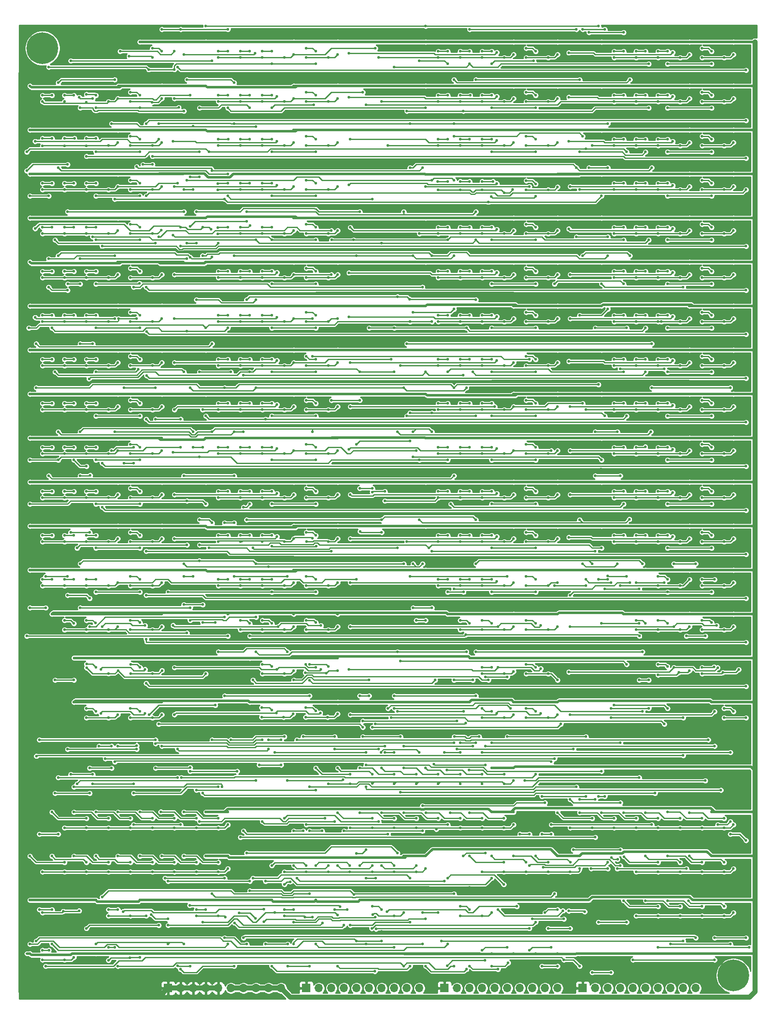
<source format=gbr>
%TF.GenerationSoftware,KiCad,Pcbnew,(5.1.9)-1*%
%TF.CreationDate,2021-05-23T14:49:51+02:00*%
%TF.ProjectId,Engine,456e6769-6e65-42e6-9b69-6361645f7063,v1.0*%
%TF.SameCoordinates,Original*%
%TF.FileFunction,Copper,L2,Bot*%
%TF.FilePolarity,Positive*%
%FSLAX46Y46*%
G04 Gerber Fmt 4.6, Leading zero omitted, Abs format (unit mm)*
G04 Created by KiCad (PCBNEW (5.1.9)-1) date 2021-05-23 14:49:51*
%MOMM*%
%LPD*%
G01*
G04 APERTURE LIST*
%TA.AperFunction,ComponentPad*%
%ADD10O,1.700000X1.700000*%
%TD*%
%TA.AperFunction,ComponentPad*%
%ADD11R,1.700000X1.700000*%
%TD*%
%TA.AperFunction,ComponentPad*%
%ADD12C,0.800000*%
%TD*%
%TA.AperFunction,ComponentPad*%
%ADD13C,6.400000*%
%TD*%
%TA.AperFunction,ViaPad*%
%ADD14C,0.550000*%
%TD*%
%TA.AperFunction,ViaPad*%
%ADD15C,0.800000*%
%TD*%
%TA.AperFunction,Conductor*%
%ADD16C,0.500000*%
%TD*%
%TA.AperFunction,Conductor*%
%ADD17C,1.000000*%
%TD*%
%TA.AperFunction,Conductor*%
%ADD18C,0.250000*%
%TD*%
%TA.AperFunction,Conductor*%
%ADD19C,0.254000*%
%TD*%
%TA.AperFunction,Conductor*%
%ADD20C,0.100000*%
%TD*%
G04 APERTURE END LIST*
D10*
%TO.P,J5,10*%
%TO.N,/Computer8*%
X152400000Y-190500000D03*
%TO.P,J5,9*%
%TO.N,/Computer7*%
X149860000Y-190500000D03*
%TO.P,J5,8*%
%TO.N,/Computer6*%
X147320000Y-190500000D03*
%TO.P,J5,7*%
%TO.N,/Computer5*%
X144780000Y-190500000D03*
%TO.P,J5,6*%
%TO.N,/Computer4*%
X142240000Y-190500000D03*
%TO.P,J5,5*%
%TO.N,/Computer3*%
X139700000Y-190500000D03*
%TO.P,J5,4*%
%TO.N,/Computer2*%
X137160000Y-190500000D03*
%TO.P,J5,3*%
%TO.N,/Computer1*%
X134620000Y-190500000D03*
%TO.P,J5,2*%
%TO.N,/Computer0*%
X132080000Y-190500000D03*
D11*
%TO.P,J5,1*%
%TO.N,GND*%
X129540000Y-190500000D03*
%TD*%
D10*
%TO.P,J4,10*%
%TO.N,/Board_P2_0*%
X124460000Y-190500000D03*
%TO.P,J4,9*%
%TO.N,/Board_P2_1*%
X121920000Y-190500000D03*
%TO.P,J4,8*%
%TO.N,/Board_P2_2*%
X119380000Y-190500000D03*
%TO.P,J4,7*%
%TO.N,/Board_P2_3*%
X116840000Y-190500000D03*
%TO.P,J4,6*%
%TO.N,/Board_P2_4*%
X114300000Y-190500000D03*
%TO.P,J4,5*%
%TO.N,/Board_P2_5*%
X111760000Y-190500000D03*
%TO.P,J4,4*%
%TO.N,/Board_P2_6*%
X109220000Y-190500000D03*
%TO.P,J4,3*%
%TO.N,/Board_P2_7*%
X106680000Y-190500000D03*
%TO.P,J4,2*%
%TO.N,/Board_P2_8*%
X104140000Y-190500000D03*
D11*
%TO.P,J4,1*%
%TO.N,GND*%
X101600000Y-190500000D03*
%TD*%
D10*
%TO.P,J3,10*%
%TO.N,/Board_P1_0*%
X96520000Y-190500000D03*
%TO.P,J3,9*%
%TO.N,/Board_P1_1*%
X93980000Y-190500000D03*
%TO.P,J3,8*%
%TO.N,/Board_P1_2*%
X91440000Y-190500000D03*
%TO.P,J3,7*%
%TO.N,/Board_P1_3*%
X88900000Y-190500000D03*
%TO.P,J3,6*%
%TO.N,/Board_P1_4*%
X86360000Y-190500000D03*
%TO.P,J3,5*%
%TO.N,/Board_P1_5*%
X83820000Y-190500000D03*
%TO.P,J3,4*%
%TO.N,/Board_P1_6*%
X81280000Y-190500000D03*
%TO.P,J3,3*%
%TO.N,/Board_P1_7*%
X78740000Y-190500000D03*
%TO.P,J3,2*%
%TO.N,/Board_P1_8*%
X76200000Y-190500000D03*
D11*
%TO.P,J3,1*%
%TO.N,GND*%
X73660000Y-190500000D03*
%TD*%
D10*
%TO.P,J1,10*%
%TO.N,+5V*%
X68580000Y-190500000D03*
%TO.P,J1,9*%
X66040000Y-190500000D03*
%TO.P,J1,8*%
X63500000Y-190500000D03*
%TO.P,J1,7*%
X60960000Y-190500000D03*
%TO.P,J1,6*%
X58420000Y-190500000D03*
%TO.P,J1,5*%
%TO.N,GND*%
X55880000Y-190500000D03*
%TO.P,J1,4*%
X53340000Y-190500000D03*
%TO.P,J1,3*%
X50800000Y-190500000D03*
%TO.P,J1,2*%
X48260000Y-190500000D03*
D11*
%TO.P,J1,1*%
X45720000Y-190500000D03*
%TD*%
D12*
%TO.P,H2,1*%
%TO.N,N/C*%
X22017056Y1062056D03*
X20320000Y1765000D03*
X18622944Y1062056D03*
X17920000Y-635000D03*
X18622944Y-2332056D03*
X20320000Y-3035000D03*
X22017056Y-2332056D03*
X22720000Y-635000D03*
D13*
X20320000Y-635000D03*
%TD*%
D12*
%TO.P,H1,1*%
%TO.N,N/C*%
X161717056Y-186262944D03*
X160020000Y-185560000D03*
X158322944Y-186262944D03*
X157620000Y-187960000D03*
X158322944Y-189657056D03*
X160020000Y-190360000D03*
X161717056Y-189657056D03*
X162420000Y-187960000D03*
D13*
X160020000Y-187960000D03*
%TD*%
D14*
%TO.N,GND*%
X84455000Y-187960000D03*
X71120000Y-187960000D03*
X62230000Y-187960000D03*
X48895000Y-187960000D03*
X75565000Y-187960000D03*
X66675000Y-187960000D03*
X80010000Y-187960000D03*
X57785000Y-187960000D03*
X53340000Y-187960000D03*
X128905000Y-187960000D03*
X115570000Y-187960000D03*
X106680000Y-187960000D03*
X93345000Y-187960000D03*
X120015000Y-187960000D03*
X111125000Y-187960000D03*
X124460000Y-187960000D03*
X102235000Y-187960000D03*
X97790000Y-187960000D03*
X133350000Y-5715000D03*
X137795000Y-5715000D03*
X142240000Y-5715000D03*
X146685000Y-5715000D03*
X160020000Y-5715000D03*
X57785000Y-121285000D03*
X62230000Y-121285000D03*
X66675000Y-121285000D03*
X71120000Y-121285000D03*
X75565000Y-121285000D03*
X80010000Y-121285000D03*
X137795000Y-121285000D03*
X142240000Y-121285000D03*
X146685000Y-121285000D03*
X151130000Y-121285000D03*
X155575000Y-121285000D03*
X160020000Y-121285000D03*
X22225000Y-121285000D03*
X26670000Y-121285000D03*
X31115000Y-121285000D03*
X35560000Y-121285000D03*
X40005000Y-121285000D03*
X44450000Y-121285000D03*
X102235000Y-121285000D03*
X106680000Y-121285000D03*
X111125000Y-121285000D03*
X115570000Y-121285000D03*
X120015000Y-121285000D03*
X124460000Y-121285000D03*
X40015001Y-130135001D03*
X35570001Y-130135001D03*
X26680001Y-130135001D03*
X31125001Y-130135001D03*
X75565000Y-130175000D03*
X71120000Y-130175000D03*
X62230000Y-130175000D03*
X66675000Y-130175000D03*
X80010000Y-130175000D03*
X40005000Y-139065000D03*
X35560000Y-139065000D03*
X31115000Y-139065000D03*
X44450000Y-139065000D03*
X120015000Y-139065000D03*
X115570000Y-139065000D03*
X111125000Y-139065000D03*
X124460000Y-139065000D03*
X70985001Y-138925001D03*
X128905000Y-170180000D03*
X124460000Y-170180000D03*
X120015000Y-170180000D03*
X115570000Y-170180000D03*
X111125000Y-170180000D03*
X106680000Y-170180000D03*
X160020000Y-179070000D03*
X155575000Y-179070000D03*
X151130000Y-179070000D03*
X146685000Y-179070000D03*
X142240000Y-179070000D03*
X137795000Y-179070000D03*
X160020000Y-170180000D03*
X155575000Y-170180000D03*
X151130000Y-170180000D03*
X146685000Y-170180000D03*
X142240000Y-170180000D03*
X137795000Y-170180000D03*
X115570000Y-161290000D03*
X111125000Y-161290000D03*
X106680000Y-161290000D03*
X102235000Y-161290000D03*
X97790000Y-161290000D03*
X88900000Y-161290000D03*
X84455000Y-161290000D03*
X80010000Y-161290000D03*
X75565000Y-152400000D03*
X80010000Y-152400000D03*
X84455000Y-152400000D03*
X88900000Y-152400000D03*
X97790000Y-152400000D03*
X102235000Y-152400000D03*
X106680000Y-152400000D03*
X111125000Y-152400000D03*
X115570000Y-152400000D03*
D15*
X15965010Y-5715000D03*
X15965010Y-14514990D03*
X15965010Y-23404990D03*
X15965010Y-32475010D03*
X15965010Y-41365010D03*
X15965010Y-50709990D03*
X15965010Y-58964990D03*
X15965010Y-67854990D03*
X15965010Y-76744990D03*
X15965010Y-85634990D03*
X15965010Y-94524990D03*
X15965010Y-103414990D03*
X15965010Y-111850010D03*
X15965010Y-121194990D03*
X15965010Y-130084990D03*
X15965010Y-138974990D03*
X15965010Y-152490010D03*
X15965010Y-170089990D03*
X15965010Y-161380010D03*
X15965010Y-179160010D03*
X15965010Y-188050010D03*
D14*
X73660000Y-187960000D03*
X101600000Y-187960000D03*
X129540000Y-187960000D03*
X151130000Y-5715000D03*
X155575000Y-5715000D03*
X53340000Y-5715000D03*
X57785000Y-5715000D03*
X62230000Y-5715000D03*
X66675000Y-5715000D03*
X80010000Y-5715000D03*
X71120000Y-5715000D03*
X75565000Y-5715000D03*
X97790000Y-5715000D03*
X102235000Y-5715000D03*
X111125000Y-5715000D03*
X124460000Y-5715000D03*
X115570000Y-5715000D03*
X120015000Y-5715000D03*
X17780000Y-14605000D03*
X22225000Y-14605000D03*
X26670000Y-14605000D03*
X31115000Y-14605000D03*
X44450000Y-14605000D03*
X35560000Y-14605000D03*
X40005000Y-14605000D03*
X53340000Y-14605000D03*
X62230000Y-14605000D03*
X66675000Y-14605000D03*
X80010000Y-14605000D03*
X71120000Y-14605000D03*
X75565000Y-14605000D03*
X102235000Y-14605000D03*
X111125000Y-14605000D03*
X124460000Y-14605000D03*
X115570000Y-14605000D03*
X120015000Y-14605000D03*
X133350000Y-14605000D03*
X137795000Y-14605000D03*
X142240000Y-14605000D03*
X146685000Y-14605000D03*
X160020000Y-14605000D03*
X151130000Y-14605000D03*
X155575000Y-14605000D03*
X17780000Y-23495000D03*
X22225000Y-23495000D03*
X31115000Y-23495000D03*
X44450000Y-23495000D03*
X35560000Y-23495000D03*
X40005000Y-23495000D03*
X97790000Y-76835000D03*
X102235000Y-76835000D03*
X106680000Y-76835000D03*
X111125000Y-76835000D03*
X124460000Y-76835000D03*
X115570000Y-76835000D03*
X120015000Y-76835000D03*
X133350000Y-76835000D03*
X137795000Y-76835000D03*
X142240000Y-76835000D03*
X146685000Y-76835000D03*
X160020000Y-76835000D03*
X151130000Y-76835000D03*
X155575000Y-76835000D03*
X53340000Y-85725000D03*
X57785000Y-85725000D03*
X62230000Y-85725000D03*
X66675000Y-85725000D03*
X80010000Y-85725000D03*
X71120000Y-85725000D03*
X75565000Y-85725000D03*
X97790000Y-85725000D03*
X102235000Y-85725000D03*
X106680000Y-85725000D03*
X111125000Y-85725000D03*
X124460000Y-85725000D03*
X115570000Y-85725000D03*
X120015000Y-85725000D03*
X17780000Y-94615000D03*
X22225000Y-94615000D03*
X26670000Y-94615000D03*
X31115000Y-94615000D03*
X44450000Y-94615000D03*
X35560000Y-94615000D03*
X40005000Y-94615000D03*
X53340000Y-94615000D03*
X57785000Y-94615000D03*
X62230000Y-94615000D03*
X66675000Y-94615000D03*
X80010000Y-94615000D03*
X71120000Y-94615000D03*
X75565000Y-94615000D03*
X17780000Y-85725000D03*
X22225000Y-85725000D03*
X26670000Y-85725000D03*
X31115000Y-85725000D03*
X44450000Y-85725000D03*
X35560000Y-85725000D03*
X40005000Y-85725000D03*
X137795000Y-85725000D03*
X142240000Y-85725000D03*
X146685000Y-85725000D03*
X160020000Y-85725000D03*
X151130000Y-85725000D03*
X155575000Y-85725000D03*
X53340000Y-76835000D03*
X57785000Y-76835000D03*
X62230000Y-76835000D03*
X66675000Y-76835000D03*
X80010000Y-76835000D03*
X71120000Y-76835000D03*
X75565000Y-76835000D03*
X133350000Y-32385000D03*
X137795000Y-32385000D03*
X142240000Y-32385000D03*
X146685000Y-32385000D03*
X160020000Y-32385000D03*
X151130000Y-32385000D03*
X155575000Y-32385000D03*
X17780000Y-41275000D03*
X22225000Y-41275000D03*
X26670000Y-41275000D03*
X31115000Y-41275000D03*
X44450000Y-41275000D03*
X35560000Y-41275000D03*
X40005000Y-41275000D03*
X57785000Y-41275000D03*
X62230000Y-41275000D03*
X66675000Y-41275000D03*
X80010000Y-41275000D03*
X71120000Y-41275000D03*
X75565000Y-41275000D03*
X53340000Y-23495000D03*
X62230000Y-23495000D03*
X66675000Y-23495000D03*
X80010000Y-23495000D03*
X71120000Y-23495000D03*
X75565000Y-23495000D03*
X97790000Y-23495000D03*
X102235000Y-23495000D03*
X106680000Y-23495000D03*
X111125000Y-23495000D03*
X124460000Y-23495000D03*
X115570000Y-23495000D03*
X120015000Y-23495000D03*
X133350000Y-23495000D03*
X137795000Y-23495000D03*
X142240000Y-23495000D03*
X146685000Y-23495000D03*
X160020000Y-23495000D03*
X151130000Y-23495000D03*
X155575000Y-23495000D03*
X17780000Y-32385000D03*
X22225000Y-32385000D03*
X26670000Y-32385000D03*
X31115000Y-32385000D03*
X44450000Y-32385000D03*
X35560000Y-32385000D03*
X40005000Y-32385000D03*
X53340000Y-32385000D03*
X57785000Y-32385000D03*
X62230000Y-32385000D03*
X66675000Y-32385000D03*
X80010000Y-32385000D03*
X71120000Y-32385000D03*
X75565000Y-32385000D03*
X111125000Y-32490000D03*
X124460000Y-32490000D03*
X115570000Y-32490000D03*
X120015000Y-32490000D03*
X97790000Y-41275000D03*
X102235000Y-41275000D03*
X106680000Y-41275000D03*
X111125000Y-41275000D03*
X124460000Y-41275000D03*
X115570000Y-41275000D03*
X120015000Y-41275000D03*
X133350000Y-41275000D03*
X137795000Y-41275000D03*
X142240000Y-41275000D03*
X146685000Y-41275000D03*
X160020000Y-41275000D03*
X151130000Y-41275000D03*
X155575000Y-41275000D03*
X17780000Y-50165000D03*
X22225000Y-50165000D03*
X26670000Y-50165000D03*
X31115000Y-50165000D03*
X44450000Y-50165000D03*
X35560000Y-50165000D03*
X40005000Y-50165000D03*
X53340000Y-50165000D03*
X57785000Y-50165000D03*
X62230000Y-50165000D03*
X66675000Y-50165000D03*
X80010000Y-50165000D03*
X71120000Y-50165000D03*
X75565000Y-50165000D03*
X97790000Y-50165000D03*
X102235000Y-50165000D03*
X106680000Y-50165000D03*
X111125000Y-50165000D03*
X124460000Y-50165000D03*
X115570000Y-50165000D03*
X120015000Y-50165000D03*
X133350000Y-50165000D03*
X137795000Y-50165000D03*
X142240000Y-50165000D03*
X146685000Y-50165000D03*
X160020000Y-50165000D03*
X151130000Y-50165000D03*
X155575000Y-50165000D03*
X97790000Y-94615000D03*
X102235000Y-94615000D03*
X106680000Y-94615000D03*
X111125000Y-94615000D03*
X124460000Y-94615000D03*
X115570000Y-94615000D03*
X120015000Y-94615000D03*
X133350000Y-94615000D03*
X137795000Y-94615000D03*
X142240000Y-94615000D03*
X146685000Y-94615000D03*
X160020000Y-94615000D03*
X151130000Y-94615000D03*
X155575000Y-94615000D03*
X17780000Y-103505000D03*
X22225000Y-103505000D03*
X26670000Y-103505000D03*
X31115000Y-103505000D03*
X44450000Y-103505000D03*
X35560000Y-103505000D03*
X40005000Y-103505000D03*
X53340000Y-103505000D03*
X62230000Y-103505000D03*
X66675000Y-103505000D03*
X80010000Y-103505000D03*
X71120000Y-103505000D03*
X75565000Y-103505000D03*
X97790000Y-103505000D03*
X102235000Y-103505000D03*
X106680000Y-103505000D03*
X111125000Y-103505000D03*
X124460000Y-103505000D03*
X115570000Y-103505000D03*
X120015000Y-103505000D03*
X133350000Y-103505000D03*
X137795000Y-103505000D03*
X142240000Y-103505000D03*
X146685000Y-103505000D03*
X160020000Y-103505000D03*
X151130000Y-103505000D03*
X155575000Y-103505000D03*
X17780000Y-59055000D03*
X22225000Y-59055000D03*
X26670000Y-59055000D03*
X31115000Y-59055000D03*
X44450000Y-59055000D03*
X35560000Y-59055000D03*
X40005000Y-59055000D03*
X53340000Y-59055000D03*
X57785000Y-59055000D03*
X62230000Y-59055000D03*
X66675000Y-59055000D03*
X80010000Y-59055000D03*
X71120000Y-59055000D03*
X75565000Y-59055000D03*
X97790000Y-59055000D03*
X102235000Y-59055000D03*
X106680000Y-59055000D03*
X111125000Y-59055000D03*
X124460000Y-59055000D03*
X115570000Y-59055000D03*
X120015000Y-59055000D03*
X133350000Y-59055000D03*
X137795000Y-59055000D03*
X142240000Y-59055000D03*
X146685000Y-59055000D03*
X160020000Y-59055000D03*
X151130000Y-59055000D03*
X155575000Y-59055000D03*
X17780000Y-67945000D03*
X22225000Y-67945000D03*
X26670000Y-67945000D03*
X31115000Y-67945000D03*
X44450000Y-67945000D03*
X35560000Y-67945000D03*
X40005000Y-67945000D03*
X53340000Y-67945000D03*
X62230000Y-67945000D03*
X66675000Y-67945000D03*
X80010000Y-67945000D03*
X71120000Y-67945000D03*
X75565000Y-67945000D03*
X97790000Y-67945000D03*
X102235000Y-67945000D03*
X106680000Y-67945000D03*
X111125000Y-67945000D03*
X124460000Y-67945000D03*
X115570000Y-67945000D03*
X120015000Y-67945000D03*
X133350000Y-67945000D03*
X137795000Y-67945000D03*
X142240000Y-67945000D03*
X146685000Y-67945000D03*
X160020000Y-67945000D03*
X151130000Y-67945000D03*
X155575000Y-67945000D03*
X17780000Y-76835000D03*
X22225000Y-76835000D03*
X26670000Y-76835000D03*
X31115000Y-76835000D03*
X44450000Y-76835000D03*
X35560000Y-76835000D03*
X40005000Y-76835000D03*
X17780000Y-112395000D03*
X22225000Y-112395000D03*
X26670000Y-112395000D03*
X31115000Y-112395000D03*
X44450000Y-112395000D03*
X35560000Y-112395000D03*
X40005000Y-112395000D03*
X53340000Y-112395000D03*
X57785000Y-112395000D03*
X62230000Y-112395000D03*
X66675000Y-112395000D03*
X80010000Y-112395000D03*
X71120000Y-112395000D03*
X75565000Y-112395000D03*
X97790000Y-112395000D03*
X102235000Y-112395000D03*
X106680000Y-112395000D03*
X111125000Y-112395000D03*
X124460000Y-112395000D03*
X115570000Y-112395000D03*
X120015000Y-112395000D03*
X66675000Y-170180000D03*
X71120000Y-170180000D03*
X75565000Y-170180000D03*
X80010000Y-170180000D03*
X84455000Y-170180000D03*
X88900000Y-170180000D03*
X93345000Y-170180000D03*
X97790000Y-170180000D03*
X142240000Y-112395000D03*
X146685000Y-112395000D03*
X151130000Y-112395000D03*
X155575000Y-112395000D03*
X160020000Y-112395000D03*
X35560000Y-5715000D03*
X40005000Y-5715000D03*
X44450000Y-5715000D03*
X160020000Y-139065000D03*
X155575000Y-139065000D03*
X124550010Y-179160010D03*
X119924990Y-179160010D03*
X129449990Y-179160010D03*
X17689990Y-179160010D03*
X22315010Y-179160010D03*
X26760010Y-179160010D03*
X31024990Y-179160010D03*
X35469990Y-179160010D03*
X39914990Y-179160010D03*
X17780000Y-187960000D03*
X22225000Y-187960000D03*
X26670000Y-187960000D03*
X31115000Y-187960000D03*
X35560000Y-187960000D03*
X40005000Y-187960000D03*
X66584990Y-179160010D03*
X71210010Y-179160010D03*
X75565000Y-179070000D03*
X84545010Y-179160010D03*
X88900000Y-179070000D03*
X93435010Y-179160010D03*
X102325010Y-179160010D03*
X106770010Y-179160010D03*
X111215010Y-179160010D03*
X57694990Y-179160010D03*
X48985010Y-179160010D03*
X106775009Y-5715000D03*
X106775009Y-14605000D03*
X57880009Y-14605000D03*
X57880009Y-23495000D03*
X156210000Y-161290000D03*
X160020000Y-161290000D03*
X151130000Y-161290000D03*
X146685000Y-161290000D03*
X142240000Y-161290000D03*
X137795000Y-161290000D03*
X133350000Y-161290000D03*
X128905000Y-161290000D03*
X124460000Y-161290000D03*
X93426772Y-161208228D03*
X106680000Y-32490000D03*
X97790000Y-32490000D03*
X102235000Y-32490000D03*
X97858594Y-14498099D03*
X57785000Y-161290000D03*
X48895000Y-161290000D03*
X45085000Y-161290000D03*
X35560000Y-161290000D03*
X31115000Y-161290000D03*
X27305000Y-161290000D03*
X22225000Y-161290000D03*
X17780000Y-170180000D03*
X22225000Y-170180000D03*
X26670000Y-170180000D03*
X31115000Y-170180000D03*
X35560000Y-170180000D03*
X40005000Y-170180000D03*
X44450000Y-170180000D03*
X48895000Y-170180000D03*
X53340000Y-170180000D03*
X57785000Y-170180000D03*
X26339990Y-139435011D03*
X26765009Y-23514468D03*
X22225000Y-23495000D03*
X26765009Y-23514468D03*
X142279999Y-130140010D03*
X155614999Y-130140010D03*
X160615001Y-130140010D03*
X146724999Y-130140010D03*
X151169999Y-130140010D03*
X119975001Y-130140010D03*
X44460001Y-130140010D03*
X106640001Y-130140010D03*
X111164999Y-130140010D03*
X124499999Y-130140010D03*
X22225000Y-50165000D03*
X53435009Y-161290000D03*
X53305010Y-179160010D03*
X57785000Y-68360021D03*
X61899990Y-139435011D03*
X133243228Y-85618228D03*
X53340000Y-41690021D03*
X106349990Y-139435011D03*
X93339602Y-152445041D03*
X40111772Y-161183228D03*
X75530010Y-138903221D03*
X57923650Y-103428696D03*
X115535010Y-130140010D03*
X79952789Y-138903221D03*
X66640010Y-138925001D03*
X161290000Y-147320000D03*
X163195000Y-156845000D03*
%TO.N,+5V*%
X48895000Y-183515000D03*
X53340000Y-183515000D03*
X57785000Y-183515000D03*
X62230000Y-183515000D03*
X66675000Y-183515000D03*
X71120000Y-183515000D03*
X75565000Y-183515000D03*
X80010000Y-183515000D03*
X84455000Y-183515000D03*
X93345000Y-183515000D03*
X97790000Y-183515000D03*
X102235000Y-183515000D03*
X106680000Y-183515000D03*
X111125000Y-183515000D03*
X115570000Y-183515000D03*
X120015000Y-183515000D03*
X124460000Y-183515000D03*
X128905000Y-183515000D03*
X151130000Y635000D03*
X160020000Y635000D03*
X133350000Y635000D03*
X57785000Y-114935000D03*
X71120000Y-114935000D03*
X80010000Y-114935000D03*
X137795000Y-114935000D03*
X151130000Y-114935000D03*
X160020000Y-114935000D03*
X22225000Y-114935000D03*
X35560000Y-114935000D03*
X44450000Y-114935000D03*
X102235000Y-114935000D03*
X115570000Y-114935000D03*
X124460000Y-114935000D03*
X44460001Y-123785001D03*
X35570001Y-123785001D03*
X26680001Y-123785001D03*
X80010000Y-123825000D03*
X71120000Y-123825000D03*
X62230000Y-123825000D03*
X44450000Y-132715000D03*
X35560000Y-132715000D03*
X26670000Y-132715000D03*
X124460000Y-132715000D03*
X115570000Y-132715000D03*
X106680000Y-132715000D03*
X124460000Y-163830000D03*
X128905000Y-163830000D03*
X155575000Y-172720000D03*
X160020000Y-172720000D03*
X155575000Y-163830000D03*
X160020000Y-163830000D03*
X111125000Y-154940000D03*
X115570000Y-154940000D03*
X53340000Y-154940000D03*
X57785000Y-154940000D03*
X155575000Y-154940000D03*
X160020000Y-154940000D03*
X111125000Y-146050000D03*
X115570000Y-146050000D03*
X53340000Y-163830000D03*
X57785000Y-163830000D03*
D15*
X164374990Y635000D03*
X164374990Y-8345010D03*
X164374990Y-17054990D03*
X164374990Y-25944990D03*
X164374990Y-35015010D03*
X164374990Y-43724990D03*
X164374990Y-52614990D03*
X164374990Y-61685010D03*
X164374990Y-70575010D03*
X164374990Y-79284990D03*
X164374990Y-88355010D03*
X164374990Y-97245010D03*
X164374990Y-106135010D03*
X164374990Y-115025010D03*
X164374990Y-123915010D03*
X164374990Y-132805010D03*
D14*
X164374990Y-183605010D03*
D15*
X164374990Y-172629990D03*
X164374990Y-163739990D03*
X164374990Y-154849990D03*
X164374990Y-146594990D03*
D14*
X71120000Y635000D03*
X80010000Y635000D03*
X53340000Y635000D03*
X115570000Y635000D03*
X124460000Y635000D03*
X97790000Y635000D03*
X44450000Y-8255000D03*
X17780000Y-8255000D03*
X71120000Y-8255000D03*
X80010000Y-8255000D03*
X53340000Y-8255000D03*
X115570000Y-8255000D03*
X124460000Y-8255000D03*
X97790000Y-8255000D03*
X151130000Y-8255000D03*
X160020000Y-8255000D03*
X133350000Y-8255000D03*
X35560000Y-17145000D03*
X44450000Y-17145000D03*
X17780000Y-17145000D03*
X115570000Y-70485000D03*
X124460000Y-70485000D03*
X97790000Y-70485000D03*
X151130000Y-70485000D03*
X160020000Y-70485000D03*
X133350000Y-70485000D03*
X71120000Y-79375000D03*
X80010000Y-79375000D03*
X53340000Y-79375000D03*
X115570000Y-79375000D03*
X124460000Y-79375000D03*
X97790000Y-79375000D03*
X35560000Y-88265000D03*
X44450000Y-88265000D03*
X17780000Y-88265000D03*
X71120000Y-88265000D03*
X80010000Y-88265000D03*
X53340000Y-88265000D03*
X35560000Y-79375000D03*
X44450000Y-79375000D03*
X17780000Y-79375000D03*
X151130000Y-79375000D03*
X160020000Y-79375000D03*
X71120000Y-70485000D03*
X80010000Y-70485000D03*
X53340000Y-70485000D03*
X151130000Y-26035000D03*
X160020000Y-26035000D03*
X133350000Y-26035000D03*
X35560000Y-34925000D03*
X44450000Y-34925000D03*
X17780000Y-34925000D03*
X71120000Y-34925000D03*
X80010000Y-34925000D03*
X53340000Y-34925000D03*
X71120000Y-17145000D03*
X80010000Y-17145000D03*
X53340000Y-17145000D03*
X115570000Y-17145000D03*
X124460000Y-17145000D03*
X97790000Y-17145000D03*
X151130000Y-17145000D03*
X160020000Y-17145000D03*
X133350000Y-17145000D03*
X35560000Y-26035000D03*
X44450000Y-26035000D03*
X17780000Y-26035000D03*
X71120000Y-26035000D03*
X80010000Y-26035000D03*
X115570000Y-26140000D03*
X124460000Y-26140000D03*
X97790000Y-26140000D03*
X115570000Y-34925000D03*
X124460000Y-34925000D03*
X97790000Y-34925000D03*
X151130000Y-34925000D03*
X160020000Y-34925000D03*
X133350000Y-34925000D03*
X35560000Y-43815000D03*
X44450000Y-43815000D03*
X17780000Y-43815000D03*
X71120000Y-43815000D03*
X80010000Y-43815000D03*
X53340000Y-43815000D03*
X115570000Y-43815000D03*
X124460000Y-43815000D03*
X97790000Y-43815000D03*
X151130000Y-43815000D03*
X160020000Y-43815000D03*
X133350000Y-43815000D03*
X115570000Y-88265000D03*
X124460000Y-88265000D03*
X97790000Y-88265000D03*
X151130000Y-88265000D03*
X160020000Y-88265000D03*
X133350000Y-88265000D03*
X35560000Y-97155000D03*
X44450000Y-97155000D03*
X17780000Y-97155000D03*
X71120000Y-97155000D03*
X80010000Y-97155000D03*
X53340000Y-97155000D03*
X115570000Y-97155000D03*
X124460000Y-97155000D03*
X97790000Y-97155000D03*
X151130000Y-97155000D03*
X160020000Y-97155000D03*
X133350000Y-97155000D03*
X35560000Y-52705000D03*
X44450000Y-52705000D03*
X17780000Y-52705000D03*
X71120000Y-52705000D03*
X80010000Y-52705000D03*
X53340000Y-52705000D03*
X115570000Y-52705000D03*
X124460000Y-52705000D03*
X97790000Y-52705000D03*
X151130000Y-52705000D03*
X160020000Y-52705000D03*
X133350000Y-52705000D03*
X35560000Y-61595000D03*
X44450000Y-61595000D03*
X17780000Y-61595000D03*
X71120000Y-61595000D03*
X80010000Y-61595000D03*
X53340000Y-61595000D03*
X115570000Y-61595000D03*
X124460000Y-61595000D03*
X97790000Y-61595000D03*
X151130000Y-61595000D03*
X160020000Y-61595000D03*
X133350000Y-61595000D03*
X35560000Y-70485000D03*
X44450000Y-70485000D03*
X17780000Y-70485000D03*
X35560000Y-106045000D03*
X44450000Y-106045000D03*
X17780000Y-106045000D03*
X71120000Y-106045000D03*
X80010000Y-106045000D03*
X53340000Y-106045000D03*
X115570000Y-106045000D03*
X124460000Y-106045000D03*
X97790000Y-106045000D03*
X62230000Y-132715000D03*
X71120000Y-132715000D03*
X80010000Y-132715000D03*
X97790000Y-163830000D03*
X93345000Y-163830000D03*
X160020000Y-106045000D03*
X151130000Y-106045000D03*
X142240000Y-106045000D03*
X40005000Y635000D03*
X151169999Y-123785001D03*
X160059999Y-123785001D03*
X142200001Y-123785001D03*
X155575000Y-132715000D03*
X120015000Y-172720000D03*
X128905000Y-172720000D03*
X106719999Y-123785001D03*
X115609999Y-123785001D03*
X124499999Y-123785001D03*
X17780000Y-172720000D03*
X40005000Y-183515000D03*
X31115000Y-183515000D03*
X26670000Y-183515000D03*
X17780000Y-183515000D03*
X75565000Y-172720000D03*
X66675000Y-172720000D03*
X48895000Y-172720000D03*
X57785000Y-172720000D03*
X111125000Y-172720000D03*
X93345000Y-172720000D03*
X84455000Y-172720000D03*
X40005000Y-172720000D03*
X31115000Y-172720000D03*
X26670000Y-172720000D03*
X102235000Y-172720000D03*
X53233228Y-26141772D03*
X35675013Y-8255000D03*
X133346238Y-79375244D03*
%TO.N,/Board_P1_8*%
X31115000Y-181610000D03*
X48895000Y-181610000D03*
X45720000Y-177800000D03*
X45720000Y-181610000D03*
X76909996Y-177303548D03*
%TO.N,/Board_P1_7*%
X67310000Y-175260000D03*
X52705000Y-177165000D03*
X79974696Y-175737699D03*
%TO.N,/Board_P1_6*%
X57785000Y-181610000D03*
X17780000Y-181610000D03*
X81280000Y-177800000D03*
X59129999Y-177304954D03*
%TO.N,/Board_P1_5*%
X103505000Y-171450000D03*
X62230000Y-170815000D03*
X83291772Y-171556772D03*
%TO.N,/Board_P1_4*%
X66675000Y-186055000D03*
X120015000Y-177165000D03*
X86879987Y-178435000D03*
X87513396Y-187105021D03*
%TO.N,/Board_P1_3*%
X88900000Y-180975000D03*
X83799998Y-180975000D03*
X71120000Y-181610000D03*
%TO.N,/Board_P1_2*%
X91440000Y-182245000D03*
X75565000Y-181610000D03*
X74295000Y-171450000D03*
X32385000Y-172085000D03*
%TO.N,/Board_P1_1*%
X94615000Y-186055000D03*
X80010000Y-186055000D03*
X50090002Y-173765001D03*
X80465569Y-173991521D03*
%TO.N,/Board_P1_0*%
X97155000Y-181610000D03*
X85725000Y-181610000D03*
X19050000Y-180975000D03*
%TO.N,/Board_P2_8*%
X103505000Y-186055000D03*
X93345000Y-186055000D03*
X35560000Y-186055000D03*
%TO.N,/Board_P2_7*%
X106024998Y-186690000D03*
X97790000Y-186055000D03*
X97790000Y-176530000D03*
X71120000Y-177165000D03*
%TO.N,/Board_P2_6*%
X102128228Y-185948228D03*
X109748228Y-184891772D03*
X102235000Y-181610000D03*
X22225000Y-181610000D03*
%TO.N,/Board_P2_5*%
X112395000Y-186690000D03*
X106680000Y-186055000D03*
%TO.N,/Board_P2_4*%
X111125000Y-186055000D03*
X114471161Y-185385010D03*
X112395000Y-174625000D03*
X125505001Y-174849999D03*
%TO.N,/Board_P2_3*%
X116205000Y-173990000D03*
X89945001Y-175035001D03*
%TO.N,/Board_P2_2*%
X118745000Y-178435000D03*
X36605001Y-175035001D03*
X87737477Y-178542477D03*
X87623163Y-176114981D03*
X65100010Y-177042953D03*
X65100010Y-174502953D03*
%TO.N,/Board_P2_1*%
X121285000Y-186055000D03*
X124460000Y-186055000D03*
X123804998Y-171450000D03*
X54610000Y-171450000D03*
%TO.N,/Board_P2_0*%
X125730000Y-184785000D03*
X128905000Y-186055000D03*
X20975002Y-186055000D03*
%TO.N,/Computer8*%
X152400000Y-180340000D03*
X60960000Y-180340000D03*
%TO.N,/Computer7*%
X149860000Y-180975000D03*
X100965000Y-180975000D03*
%TO.N,/Computer6*%
X147320000Y-181610000D03*
X159385000Y-181610000D03*
X159385000Y-159385000D03*
X162560000Y-160655000D03*
%TO.N,/Computer5*%
X144780000Y-182245000D03*
X163195000Y-182245000D03*
%TO.N,/Computer4*%
X140970000Y-147955000D03*
X117840000Y-148555010D03*
%TO.N,/Computer3*%
X139700000Y-184785000D03*
X156210000Y-184785000D03*
X156210000Y-180340000D03*
X162560000Y-180340000D03*
%TO.N,/Computer2*%
X137160000Y-165735000D03*
X118745000Y-165735000D03*
%TO.N,/Computer1*%
X134620000Y-166370000D03*
X131234272Y-166335010D03*
%TO.N,/Computer0*%
X132080000Y-160020000D03*
X60325000Y-160020000D03*
%TO.N,/Sheet6047D39E/OUT0*%
X17145000Y-119380000D03*
X57785000Y-119380000D03*
X99060000Y-55880000D03*
X53340000Y-57150000D03*
X99060000Y-74295000D03*
X94615000Y-74295000D03*
X94615000Y-55880000D03*
X133985000Y-74930000D03*
X17564998Y-57150000D03*
X85725000Y-168275000D03*
X87650002Y-168275000D03*
X88265000Y-156845000D03*
X69215000Y-156210000D03*
X69215000Y-139700000D03*
X58420000Y-140335000D03*
%TO.N,/Sheet6047D39E/OUT1*%
X99060000Y-78105000D03*
X54610000Y-78105000D03*
X34904998Y-78105000D03*
X34925000Y-55245000D03*
X18825001Y-55020001D03*
X95250000Y-78105000D03*
X95250000Y-53975000D03*
X103505000Y-53340000D03*
X74909998Y-78105000D03*
X74295000Y-125095000D03*
X79375000Y-174625000D03*
X81915000Y-174625000D03*
X78139990Y-125519272D03*
%TO.N,/Sheet6047D39E/OUT2*%
X138430000Y-107315000D03*
X57785000Y-57150000D03*
X22225000Y-57150000D03*
X98425000Y-101600000D03*
X133350000Y-101600000D03*
X52070000Y-95885000D03*
X54610000Y-96520000D03*
X53340000Y-92710000D03*
X17780000Y-92710000D03*
X49530000Y-92075000D03*
X49530000Y-57785000D03*
X79375000Y-156845000D03*
X64770000Y-156845000D03*
X64770000Y-140335000D03*
X54610000Y-140335000D03*
X52070000Y-100965000D03*
X134620000Y-107199987D03*
%TO.N,/Sheet6047D39E/OUT3*%
X19050000Y-60325000D03*
X54610000Y-60325000D03*
X138430000Y-74930000D03*
X53340000Y-74930000D03*
X65405000Y-75565000D03*
X65425002Y-181610000D03*
X69870002Y-181610000D03*
X69870002Y-186055000D03*
X74295000Y-186055000D03*
%TO.N,/Sheet6047D39E/OUT4*%
X23495000Y-83820000D03*
X17780000Y-83820000D03*
X52070000Y-83185000D03*
X96520000Y-95885000D03*
X52070000Y-66040000D03*
X58420000Y-66040000D03*
X102235000Y-83820000D03*
X96520000Y-83820000D03*
X128905000Y-95885000D03*
X128905000Y-54610000D03*
X134620000Y-53340000D03*
X138958228Y-95778228D03*
X53975000Y-101600000D03*
X78740000Y-102235000D03*
X79375000Y-139700000D03*
X73025000Y-139700000D03*
X73025000Y-158750000D03*
X71120000Y-158750000D03*
X69215000Y-169545000D03*
X70368227Y-169006771D03*
%TO.N,/Sheet6047D39E/OUT5*%
X97155000Y-104775000D03*
X48895000Y-104775000D03*
X48895000Y-86995000D03*
X59055000Y-86995000D03*
X48895000Y-66040000D03*
X22860000Y-66040000D03*
X95250000Y-104775000D03*
X95250000Y-83185000D03*
X133350000Y-83820000D03*
X132080000Y-57150000D03*
X138430000Y-57150000D03*
X64135000Y-145415000D03*
X68580000Y-145415000D03*
X68580000Y-140335000D03*
X66040000Y-140335000D03*
X66019998Y-105410000D03*
%TO.N,/Sheet6047D39E/OUT6*%
X103505000Y-69215000D03*
X132715000Y-68580000D03*
X57150000Y-69215000D03*
X19050000Y-69215000D03*
X59055000Y-186055000D03*
X48239998Y-186690000D03*
X48260000Y-157480000D03*
X38735000Y-157480000D03*
X38735000Y-151130000D03*
X55880000Y-149860000D03*
X55880000Y-122555000D03*
X69850000Y-122555000D03*
X69850000Y-107315000D03*
X59055000Y-107315000D03*
%TO.N,/Sheet6047D39E/OUT7*%
X23495000Y-78105000D03*
X59055000Y-78105000D03*
X97790000Y-66040000D03*
X60960000Y-66675000D03*
X60960000Y-78105000D03*
X102235000Y-110490000D03*
X105430002Y-110490000D03*
X92075000Y-134620000D03*
X92075000Y-163195000D03*
X61595000Y-163195000D03*
X61595000Y-181610000D03*
X57129998Y-180340000D03*
X105410000Y-66675000D03*
X105430002Y-134585010D03*
%TO.N,/Sheet6047D39E/OUT8*%
X137795000Y-92710000D03*
X102870000Y-92710000D03*
X137795000Y-66040000D03*
X102235000Y-66040000D03*
X21590000Y-86995000D03*
X103505000Y-86995000D03*
X23495000Y-147955000D03*
X47625000Y-147955000D03*
X50165000Y-186055000D03*
X47659990Y-186005930D03*
%TO.N,/sheet60491C71/OUT0*%
X53340000Y3810000D03*
X97790000Y3810000D03*
X132715000Y3810000D03*
X54610000Y-3175000D03*
X26035000Y-3175000D03*
X25400000Y-24130000D03*
X17124998Y-25400000D03*
X134620000Y-38735000D03*
X128270000Y-38735000D03*
X127000000Y-152400000D03*
X137160000Y-153035000D03*
X135255000Y-187325000D03*
X131445000Y-187325000D03*
X136572620Y-164469999D03*
X135375888Y-164119341D03*
%TO.N,/sheet60491C71/OUT1*%
X54610000Y-25400000D03*
X39369346Y-24550803D03*
X96520000Y-3175000D03*
X102235000Y-3810000D03*
X97189999Y-24730001D03*
X125730000Y-176530000D03*
X119359998Y-176530000D03*
X118745000Y-28575000D03*
X97790000Y-28575000D03*
%TO.N,/sheet60491C71/OUT2*%
X44450000Y3175000D03*
X57785000Y3175000D03*
X48260000Y3175000D03*
X48260000Y-36830000D03*
X54385001Y-37240001D03*
X18825001Y-37054999D03*
X99060000Y-42545000D03*
X52684998Y-42545000D03*
X52705000Y-36830000D03*
X134620000Y-42545000D03*
X121510011Y-166086399D03*
X134620000Y-165100000D03*
X135255000Y-135890000D03*
X149860000Y-135890000D03*
X149860000Y-48895000D03*
X133350000Y-48260000D03*
%TO.N,/sheet60491C71/OUT3*%
X53975000Y-21590000D03*
X17145000Y-21590000D03*
X138430000Y-21590000D03*
X130175000Y-20955000D03*
X130175000Y-151765000D03*
X121285000Y-151765000D03*
X121285000Y-159385000D03*
X123190000Y-159385000D03*
X123190000Y-182245000D03*
X118745000Y-182880000D03*
%TO.N,/sheet60491C71/OUT4*%
X99060000Y-27305000D03*
X103505000Y-27305000D03*
X21590000Y-30480000D03*
X17780000Y-30480000D03*
X49530000Y-27305000D03*
X49530000Y-6985000D03*
X59055000Y-7620000D03*
X103505000Y-18415000D03*
X129540000Y-18415000D03*
X129540000Y3175000D03*
X133985000Y3175000D03*
X139065000Y-42545000D03*
X129540000Y-42545000D03*
X23495000Y-42545000D03*
X54610000Y-42840043D03*
X50201720Y-42846369D03*
X114300000Y-139700000D03*
X130175000Y-139700000D03*
X130175000Y-109220000D03*
X123804998Y-109220000D03*
X123825000Y-48260000D03*
X137795000Y-48260000D03*
%TO.N,/sheet60491C71/OUT5*%
X133350000Y-30480000D03*
X57129998Y-31115000D03*
X34904998Y-31115000D03*
X34904998Y-6985000D03*
X23495000Y-7620000D03*
X134620000Y-24765000D03*
X130810000Y-24765000D03*
X130810000Y2540000D03*
X137795000Y2540000D03*
X110469998Y-31750000D03*
X110469998Y-31750000D03*
X109855000Y-127635000D03*
X114300000Y-127635000D03*
X114300000Y-182245000D03*
X109220000Y-182880000D03*
%TO.N,/sheet60491C71/OUT6*%
X59055000Y-15875000D03*
X43794998Y-15875000D03*
X43815000Y-19050000D03*
X18825001Y-19460001D03*
X103505000Y-15875000D03*
X134620000Y-15875000D03*
X103505000Y-42545000D03*
X95250000Y-42545000D03*
X94615000Y-15875000D03*
X59055000Y-42545000D03*
X105410000Y-163830000D03*
X109855000Y-163195000D03*
X109855000Y-145415000D03*
X99435010Y-145208394D03*
X99060000Y-113665000D03*
X95250000Y-113665000D03*
X94615000Y-80010000D03*
X83820000Y-80645000D03*
X83820000Y-42545000D03*
%TO.N,/sheet60491C71/OUT7*%
X97790000Y-12700000D03*
X57785000Y-12700000D03*
X23495000Y-24765000D03*
X57785000Y-26004979D03*
X57785000Y-30480000D03*
X86995000Y-31115000D03*
X86995000Y-89535000D03*
X84455000Y-89535000D03*
X88900000Y-98425000D03*
X96520000Y-142875000D03*
X97155000Y-175260000D03*
X100330000Y-175260000D03*
X84504265Y-98260722D03*
X88784987Y-142875000D03*
%TO.N,/sheet60491C71/OUT8*%
X103505000Y-6985000D03*
X139065000Y-6985000D03*
X137795000Y-39370000D03*
X102235000Y-39370000D03*
X78760002Y-39370000D03*
X78740000Y-37465000D03*
X43794998Y-38735000D03*
X43180000Y-40005000D03*
X22860000Y-39370000D03*
X83205002Y-39370000D03*
X82550000Y-177800000D03*
X94615000Y-177165000D03*
%TO.N,/Sheet6049469B/Q0*%
X34290000Y-15875000D03*
X63500000Y-16510000D03*
X107950000Y-33655000D03*
X61574998Y-33655000D03*
X26670000Y-128270000D03*
X22860000Y-128270000D03*
X22860000Y-151130000D03*
X29845000Y-151130000D03*
X27940000Y-48260000D03*
X25420002Y-48260000D03*
X25400000Y-33655000D03*
X48895000Y-33655000D03*
X48895000Y-29210000D03*
X50800000Y-29210000D03*
X50800000Y-16419990D03*
X106024998Y-69215000D03*
X63500000Y-69215000D03*
X93345000Y-69215000D03*
X93345000Y-33655000D03*
X27940000Y-113665000D03*
X50165000Y-69215000D03*
X50165000Y-113665000D03*
%TO.N,/Sheet6049469B/Sheet60506E58/sheet5E562435/A*%
X24495000Y-174990000D03*
X27715001Y-174849999D03*
X20320000Y-175260000D03*
%TO.N,Net-(Q40-Pad3)*%
X19685000Y-174625000D03*
X22225000Y-174625000D03*
%TO.N,/Sheet6049469B/Q1*%
X27940000Y-12700000D03*
X48895000Y-13335000D03*
X48895000Y-1905000D03*
X63275001Y-1680001D03*
X27305000Y-149225000D03*
X63500000Y-148590000D03*
X49530000Y-40005000D03*
X51435000Y-40005000D03*
X51435000Y-51435000D03*
X63500000Y-51435000D03*
X60114272Y-175294990D03*
X63393228Y-176423228D03*
X27940000Y-78105000D03*
X50800000Y-78105000D03*
X26014998Y-98425000D03*
X29845000Y-98425000D03*
X29210000Y-85090000D03*
X26670000Y-83820000D03*
%TO.N,/Sheet6049469B/sheet605078C4/sheet5E562435/A*%
X51435000Y-175895000D03*
X55880000Y-175895000D03*
X57319791Y-176146665D03*
%TO.N,Net-(Q46-Pad3)*%
X51435000Y-174590010D03*
X53340000Y-174590010D03*
%TO.N,/Sheet6049469B/Q2*%
X143510000Y-24765000D03*
X128270000Y-24765000D03*
X128270000Y3175000D03*
X106680000Y3175000D03*
X63500000Y-122555000D03*
X106024998Y-122555000D03*
X107950000Y-51435000D03*
X61574998Y-51435000D03*
X94615000Y-24765000D03*
X143296456Y-78105000D03*
X92075000Y-101600000D03*
X62865000Y-101600000D03*
X92075000Y-122555000D03*
X92075000Y-78105000D03*
X92109998Y-50834998D03*
X94564183Y-51338500D03*
X62230000Y-168910000D03*
X45720000Y-168910000D03*
X45720000Y-176530000D03*
X42275000Y-175625000D03*
%TO.N,/Sheet6049469B/sheet60508995/sheet5E562435/A*%
X33655000Y-175895000D03*
X38100000Y-175895000D03*
X41275000Y-175895000D03*
%TO.N,Net-(Q52-Pad3)*%
X35560000Y-174625000D03*
X33655000Y-174625000D03*
%TO.N,/Sheet6049469B/Q3*%
X142875000Y-3810000D03*
X106680000Y-3810000D03*
X142240000Y-57150000D03*
X106045000Y-57150000D03*
X91440000Y-57150000D03*
X91440000Y-4445000D03*
X62865000Y-168275000D03*
X94615000Y-168275000D03*
X62865000Y-128270000D03*
X86360000Y-128270000D03*
X86360000Y-57150000D03*
%TO.N,/Sheet6049469B/sheet60508996/sheet5E562435/A*%
X91440000Y-175895000D03*
X93345000Y-175260000D03*
X87045502Y-175636624D03*
%TO.N,Net-(Q58-Pad3)*%
X86995000Y-173990000D03*
X88900000Y-174625000D03*
%TO.N,/Sheet6049469B/Q4*%
X142875000Y-39370000D03*
X107950000Y-39370000D03*
X63500000Y-39370000D03*
X30459998Y-38735000D03*
X30480000Y-10795000D03*
X27715001Y-10570001D03*
X141605000Y-104775000D03*
X107950000Y-104775000D03*
X107950000Y-95885000D03*
X61574998Y-95885000D03*
X88900000Y-95885000D03*
X88900000Y-40005000D03*
X27940000Y-60325000D03*
X30459998Y-60325000D03*
X131445000Y-104775000D03*
%TO.N,/Sheet6049469B/sheet60509B33/sheet5E562435/A*%
X127000000Y-178435000D03*
X122555000Y-178435000D03*
X126730000Y-174895000D03*
X129950001Y-175035001D03*
%TO.N,Net-(Q64-Pad3)*%
X121920000Y-175260000D03*
X124460000Y-174625000D03*
%TO.N,/Sheet6049469B/Q5*%
X29210000Y-22465002D03*
X52070000Y-21590000D03*
X52070000Y-12700000D03*
X62230000Y-12700000D03*
X51435000Y-33655000D03*
X84455000Y-33655000D03*
X84455000Y-66040000D03*
X62230000Y-66040000D03*
X27940000Y-86995000D03*
X91440000Y-66040000D03*
X91440000Y-131445000D03*
X107950000Y-131445000D03*
X29738228Y-67416772D03*
X29951772Y-86888228D03*
X107950000Y-140970000D03*
X104775000Y-140970000D03*
X104775000Y-142875000D03*
X101600000Y-142875000D03*
X102235000Y-168275000D03*
X113569991Y-169545000D03*
%TO.N,/Sheet6049469B/sheet60509B34/sheet5E562435/A*%
X109220000Y-175895000D03*
X104775000Y-175895000D03*
X111125000Y-175260000D03*
%TO.N,Net-(Q70-Pad3)*%
X104775000Y-173990000D03*
X106680000Y-174625000D03*
%TO.N,/Sheet6049469B/Q6*%
X107950000Y-6985000D03*
X128905000Y-6985000D03*
X128905000Y-21590000D03*
X142240000Y-21590000D03*
X107950000Y-122555000D03*
X141594999Y-122555000D03*
X107315000Y-66040000D03*
X142240000Y-66040000D03*
X29210000Y-178435000D03*
X43815000Y-177800000D03*
X103505000Y-140970000D03*
X103505000Y-128270000D03*
X107315000Y-128270000D03*
X43180000Y-141085013D03*
%TO.N,/Sheet6049469B/sheet60509B35/sheet5E562435/A*%
X24765000Y-184785000D03*
X20320000Y-184785000D03*
X26670000Y-184265013D03*
%TO.N,Net-(Q76-Pad3)*%
X21597141Y-182845010D03*
X20320000Y-182845010D03*
%TO.N,/Sheet6049469B/Q7*%
X159364998Y-69215000D03*
X143510000Y-69215000D03*
X142875000Y-12700000D03*
X105410000Y-13335000D03*
X143510000Y-60325000D03*
X93980000Y-60325000D03*
X93980000Y-13335000D03*
X107950000Y-74930000D03*
X93980000Y-74930000D03*
X27940000Y-104775000D03*
X63500000Y-104775000D03*
X93345000Y-104775000D03*
X77470000Y-156210000D03*
X52070000Y-156845000D03*
X52035002Y-104174998D03*
%TO.N,/Sheet6049469B/sheet60509B36/sheet5E562435/A*%
X69215000Y-175895000D03*
X73383433Y-176114979D03*
X74895010Y-176114979D03*
%TO.N,Net-(Q82-Pad3)*%
X69215000Y-174625000D03*
X71120000Y-174625000D03*
%TO.N,/Sheet6049469B/Q8*%
X27940000Y-43180000D03*
X61574998Y-35601836D03*
X62230000Y-119380000D03*
X105915361Y-119100395D03*
X140990002Y-119380000D03*
X140970000Y-128270000D03*
X142875000Y-128270000D03*
X60960000Y-93345000D03*
X62230000Y-92710000D03*
X50130010Y-36619272D03*
X43180000Y-146050000D03*
X50165000Y-116205000D03*
X63500000Y-115570000D03*
X49530000Y-100965000D03*
X27305000Y-101600000D03*
X49530000Y-43180000D03*
X50165000Y-145934987D03*
%TO.N,/Sheet6049469B/sheet6050A891/sheet5E562435/A*%
X33655000Y-184875010D03*
X40005000Y-184265013D03*
X37961350Y-184369979D03*
%TO.N,Net-(Q88-Pad3)*%
X34932141Y-182279990D03*
X33655000Y-182279990D03*
%TO.N,/sheet60E1B2DC/sheet60D63D17/A*%
X140335000Y-167005000D03*
X158115000Y-167005000D03*
X153670000Y-167005000D03*
X149225000Y-167005000D03*
X144780000Y-167005000D03*
X160020000Y-166370000D03*
%TO.N,/M5_E*%
X55880000Y-64770000D03*
X60325000Y-64770000D03*
X64770000Y-64770000D03*
X69215000Y-64770000D03*
X71120000Y-64135000D03*
X146050000Y-137160000D03*
X90805000Y-135890000D03*
X90805000Y-63500000D03*
%TO.N,Net-(Q92-Pad3)*%
X151130000Y-163830000D03*
X158115000Y-165100000D03*
%TO.N,/M5_M*%
X113665000Y-135890000D03*
X109220000Y-135890000D03*
X115570000Y-135255000D03*
X156845000Y-157480000D03*
X159385000Y-156845000D03*
X159385000Y-142875000D03*
X109220000Y-142875000D03*
%TO.N,Net-(Q93-Pad3)*%
X146685000Y-163830000D03*
X153670000Y-165100000D03*
%TO.N,/M5_F*%
X20320000Y-91440000D03*
X24765000Y-91440000D03*
X29210000Y-91440000D03*
X33655000Y-91440000D03*
X35560000Y-90805000D03*
X149860000Y-143510000D03*
X19084990Y-143616067D03*
%TO.N,/M5_B*%
X20320000Y-38100000D03*
X24765000Y-38100000D03*
X29210000Y-38100000D03*
X33655000Y-38100000D03*
X35560000Y-37465000D03*
X143510000Y-157480000D03*
X123190000Y-157480000D03*
X123190000Y-144780000D03*
X34925000Y-144780000D03*
%TO.N,Net-(Q96-Pad3)*%
X142240000Y-163830000D03*
X149225000Y-165100000D03*
%TO.N,Net-(Q97-Pad3)*%
X144780000Y-165100000D03*
X137845817Y-163926501D03*
%TO.N,/M5_A*%
X55880000Y-11430000D03*
X60325000Y-11430000D03*
X64770000Y-11430000D03*
X69215000Y-11430000D03*
X71120000Y-10795000D03*
X85090000Y-9525000D03*
X85090000Y-136525000D03*
X104140000Y-136525000D03*
X104140000Y-142240000D03*
X127635000Y-142240000D03*
X127635000Y-162560000D03*
X137160000Y-162560000D03*
%TO.N,Net-(Q103-Pad3)*%
X158115000Y-156210000D03*
X151130000Y-155030010D03*
%TO.N,/M6_L*%
X109220000Y-127000000D03*
X113665000Y-127000000D03*
X115570000Y-126555009D03*
X156210000Y-141605000D03*
X109855000Y-141605000D03*
%TO.N,Net-(Q104-Pad3)*%
X153670000Y-156210000D03*
X146685009Y-154868196D03*
%TO.N,/M6_K*%
X140335000Y-118110000D03*
X149225000Y-118110000D03*
X144780000Y-118110000D03*
X151130000Y-117475000D03*
%TO.N,/sheet60E2C560/sheet60D63D17/A*%
X127000000Y-158115000D03*
X131445000Y-158115000D03*
X135890000Y-158115000D03*
X140335000Y-158115000D03*
X144780000Y-158115000D03*
X149225000Y-158115000D03*
X153670000Y-158115000D03*
X158115000Y-158115000D03*
X160020000Y-157480000D03*
%TO.N,/M6_H*%
X135890000Y-100330000D03*
X140335000Y-100330000D03*
X144780000Y-100330000D03*
X149225000Y-100330000D03*
X151130000Y-99695000D03*
X146685000Y-133985000D03*
X135890000Y-133350000D03*
%TO.N,/M6_D*%
X135890000Y-46990000D03*
X140335000Y-46990000D03*
X144780000Y-46990000D03*
X149225000Y-46990000D03*
X151130000Y-46355000D03*
X134620000Y-107950000D03*
X132715000Y-107950000D03*
X132080000Y-78105000D03*
X136525000Y-78105000D03*
%TO.N,Net-(Q107-Pad3)*%
X149225000Y-156210000D03*
X142240000Y-155030010D03*
%TO.N,Net-(Q108-Pad3)*%
X144780000Y-156210000D03*
X137795000Y-155030010D03*
%TO.N,/M6_F*%
X135890000Y-73660000D03*
X140335000Y-73660000D03*
X144780000Y-73660000D03*
X149225000Y-73660000D03*
X151130000Y-73025000D03*
X142875000Y-133985000D03*
X135255000Y-133985000D03*
X135255000Y-108585000D03*
X130175000Y-107950000D03*
X130175000Y-73660000D03*
%TO.N,Net-(Q109-Pad3)*%
X140335000Y-156210000D03*
X133350000Y-155030010D03*
%TO.N,/M6_E*%
X100330000Y-64770000D03*
X104775000Y-64770000D03*
X109220000Y-64770000D03*
X113665000Y-64770000D03*
X115570000Y-64135000D03*
X138430000Y-125095000D03*
X92710000Y-124460000D03*
X92710000Y-64770000D03*
%TO.N,/M6_B*%
X135890000Y-20320000D03*
X140335000Y-20320000D03*
X144780000Y-20320000D03*
X149225000Y-20320000D03*
X151130000Y-19685000D03*
X131445000Y-20320000D03*
X132080000Y-152400000D03*
X128905000Y-152400000D03*
%TO.N,Net-(Q113-Pad3)*%
X135890000Y-156210000D03*
X128905000Y-155030010D03*
%TO.N,Net-(Q114-Pad3)*%
X131445000Y-156210000D03*
X124460000Y-155030010D03*
%TO.N,/M6_A*%
X100330000Y-11430000D03*
X104775000Y-11430000D03*
X109220000Y-11430000D03*
X113665000Y-11430000D03*
X115570000Y-10795000D03*
X88900000Y-11430000D03*
X89535000Y-90170000D03*
X86995000Y-137795000D03*
X125095000Y-137160000D03*
X86995000Y-90285013D03*
%TO.N,/sheet60E0A4D6/sheet60D63D17/A*%
X78105000Y-149225000D03*
X82550000Y-149225000D03*
X91440000Y-149225000D03*
X95885000Y-149225000D03*
X100330000Y-149225000D03*
X104775000Y-149225000D03*
X109220000Y-149225000D03*
X113665000Y-149225000D03*
X115570000Y-148590000D03*
X87029990Y-149118228D03*
%TO.N,Net-(Q123-Pad3)*%
X113665000Y-147320000D03*
X106541350Y-146465021D03*
%TO.N,/M4_I*%
X144780000Y-109220000D03*
X149225000Y-109220000D03*
X151130000Y-107950000D03*
X147955000Y-104775000D03*
X152400000Y-104775000D03*
X111125000Y-140970000D03*
X137160000Y-140970000D03*
X137160000Y-109220000D03*
%TO.N,Net-(Q124-Pad3)*%
X109220000Y-147320000D03*
X102096350Y-146465021D03*
%TO.N,/M4_H*%
X100330000Y-100330000D03*
X104775000Y-100330000D03*
X109220000Y-100330000D03*
X113665000Y-100330000D03*
X115570000Y-99695000D03*
X107315000Y-141605000D03*
X93345000Y-141605000D03*
X93980000Y-100330000D03*
%TO.N,Net-(Q125-Pad3)*%
X97790000Y-146050000D03*
X104775000Y-147320000D03*
%TO.N,/M4_G*%
X135890000Y-91440000D03*
X140335000Y-91440000D03*
X144780000Y-91440000D03*
X149225000Y-91440000D03*
X151130000Y-90805000D03*
X103505000Y-109855000D03*
X139065000Y-108585000D03*
%TO.N,/M4_F*%
X55880000Y-82550000D03*
X60325000Y-82550000D03*
X64770000Y-82550000D03*
X69215000Y-82550000D03*
X71120000Y-81915000D03*
X97790000Y-116205000D03*
X95885000Y-116205000D03*
X95885000Y-81915000D03*
%TO.N,/M4_C*%
X135890000Y-38100000D03*
X140335000Y-38100000D03*
X144780000Y-38100000D03*
X149225000Y-38100000D03*
X151130000Y-37465000D03*
X137139998Y-65405000D03*
X146029998Y-65405000D03*
X146050000Y-108585000D03*
X140335000Y-108585000D03*
X140970000Y-116840000D03*
X133350000Y-116840000D03*
X133350000Y-146685000D03*
X85725000Y-145415000D03*
%TO.N,Net-(Q129-Pad3)*%
X93345000Y-146050000D03*
X100330000Y-147320000D03*
%TO.N,Net-(Q130-Pad3)*%
X88900000Y-146050000D03*
X95885000Y-147320000D03*
%TO.N,/M4_E*%
X20320000Y-64770000D03*
X24765000Y-64770000D03*
X29210000Y-64770000D03*
X33655000Y-64770000D03*
X35560000Y-64135000D03*
X36830000Y-69215000D03*
X43180000Y-69215000D03*
X43815000Y-137160000D03*
X85090000Y-137795000D03*
X85090000Y-139700000D03*
X92710000Y-139700000D03*
%TO.N,Net-(Q131-Pad3)*%
X84455000Y-146050000D03*
X91440000Y-147320000D03*
%TO.N,/M4_D*%
X100330000Y-46990000D03*
X104775000Y-46990000D03*
X109220000Y-46990000D03*
X113665000Y-46990000D03*
X115570000Y-46355000D03*
X114914998Y-133985000D03*
X91440000Y-133985000D03*
X91440000Y-142875000D03*
X89535000Y-142875000D03*
%TO.N,/M4_B*%
X60325000Y-29210000D03*
X64770000Y-29210000D03*
X69215000Y-29210000D03*
X71120000Y-28575000D03*
X55784991Y-29229581D03*
X69850000Y-148590000D03*
X81055001Y-148365001D03*
%TO.N,Net-(Q135-Pad3)*%
X80010000Y-146050000D03*
X86995000Y-147320000D03*
%TO.N,Net-(Q136-Pad3)*%
X75565000Y-146050000D03*
X82550000Y-147320000D03*
%TO.N,/M4_A*%
X20320000Y-11430000D03*
X24765000Y-11430000D03*
X33655000Y-11430000D03*
X35560000Y-10795000D03*
X29210000Y-11575009D03*
X50165000Y-10160000D03*
X50165000Y-26670000D03*
X52070000Y-26670000D03*
X51435000Y-150495000D03*
X75565000Y-150495000D03*
%TO.N,/sheet60DF89F7/sheet60D63D17/A*%
X140335000Y-175895000D03*
X158115000Y-175895000D03*
X153670000Y-175895000D03*
X149225000Y-175895000D03*
X144780000Y-175895000D03*
X160020000Y-175260000D03*
%TO.N,/M3_E*%
X135890000Y-55880000D03*
X140335000Y-55880000D03*
X144780000Y-55880000D03*
X149225000Y-55880000D03*
X151130000Y-55245000D03*
X145415000Y-55880000D03*
%TO.N,Net-(Q142-Pad3)*%
X158115000Y-173990000D03*
X150889835Y-172870155D03*
%TO.N,/M3_M*%
X70985001Y-135115001D03*
X64635001Y-135750001D03*
X69080001Y-135750001D03*
X154940000Y-140335000D03*
X71755000Y-140335000D03*
%TO.N,Net-(Q143-Pad3)*%
X153670000Y-173990000D03*
X146685000Y-172810012D03*
%TO.N,/M3_F*%
X100330000Y-73660000D03*
X104775000Y-73660000D03*
X109220000Y-73660000D03*
X113665000Y-73660000D03*
X115570000Y-73025000D03*
X150495000Y-166370000D03*
X136525000Y-166370000D03*
X136525000Y-104775000D03*
X129540000Y-104775000D03*
X129540000Y-72390000D03*
%TO.N,/M3_B*%
X100330000Y-20320000D03*
X104775000Y-20320000D03*
X109220000Y-20320000D03*
X113665000Y-20320000D03*
X115570000Y-19685000D03*
X141605000Y-134620000D03*
X90170000Y-133985000D03*
X90170000Y-20320000D03*
%TO.N,Net-(Q146-Pad3)*%
X149225000Y-173990000D03*
X142240000Y-172810010D03*
%TO.N,Net-(Q147-Pad3)*%
X144780000Y-173990000D03*
X137795000Y-172810010D03*
%TO.N,/M3_A*%
X135890000Y-2540000D03*
X140335000Y-2540000D03*
X144780000Y-2540000D03*
X149225000Y-2540000D03*
X151130000Y-1905000D03*
X140970000Y-109855000D03*
X133985000Y-109855000D03*
X133985000Y-151765000D03*
X132715000Y-151765000D03*
X132715000Y-177165000D03*
X138430000Y-177165000D03*
%TO.N,Net-(Q153-Pad3)*%
X106680000Y-155030010D03*
X113569991Y-156190419D03*
%TO.N,/M2_L*%
X69215000Y-127000000D03*
X64770000Y-127000000D03*
X71120000Y-126365000D03*
X110490000Y-128270000D03*
X71120000Y-128270000D03*
%TO.N,Net-(Q154-Pad3)*%
X109220000Y-156210000D03*
X102779990Y-155030010D03*
%TO.N,/M2_K*%
X104775000Y-118110000D03*
X113665000Y-118110000D03*
X109220000Y-118110000D03*
X115570000Y-117475000D03*
X108585000Y-139700000D03*
X103555021Y-139693433D03*
%TO.N,/sheet60DD6E3C/sheet60D63D17/A*%
X82550000Y-158115000D03*
X86995000Y-158115000D03*
X91440000Y-158115000D03*
X95885000Y-158115000D03*
X104775000Y-158115000D03*
X109220000Y-158115000D03*
X115570000Y-157480000D03*
X99919656Y-158376164D03*
X113569991Y-158115000D03*
%TO.N,/M2_H*%
X55880000Y-100330000D03*
X60325000Y-100330000D03*
X64770000Y-100330000D03*
X71120000Y-99695000D03*
X102235000Y-157480000D03*
X73660000Y-157480000D03*
X69220398Y-100284957D03*
X74882440Y-99606673D03*
%TO.N,/M2_D*%
X55880000Y-46990000D03*
X60325000Y-46990000D03*
X64770000Y-46990000D03*
X69215000Y-46990000D03*
X71120000Y-46355000D03*
X86360000Y-131445000D03*
X84455000Y-131445000D03*
X84455000Y-71755000D03*
X78740000Y-71755000D03*
X78740000Y-46355000D03*
%TO.N,Net-(Q157-Pad3)*%
X104775000Y-156210000D03*
X97798567Y-155047731D03*
%TO.N,Net-(Q158-Pad3)*%
X100330000Y-156210000D03*
X93345000Y-155030010D03*
%TO.N,/M2_F*%
X135890000Y-82550000D03*
X140335000Y-82550000D03*
X144780000Y-82550000D03*
X149225000Y-82550000D03*
X151130000Y-81915000D03*
X99060000Y-102235000D03*
X132080000Y-102235000D03*
X132080000Y-86995000D03*
X137139998Y-86995000D03*
%TO.N,Net-(Q159-Pad3)*%
X95885000Y-156210000D03*
X88900000Y-155030010D03*
%TO.N,/M2_E*%
X100330000Y-55880000D03*
X104775000Y-55880000D03*
X109220000Y-55880000D03*
X113665000Y-55880000D03*
X115570000Y-55245000D03*
X94615000Y-107315000D03*
X114300000Y-107315000D03*
%TO.N,/M2_B*%
X135890000Y-29210000D03*
X140335000Y-29210000D03*
X144780000Y-29210000D03*
X149225000Y-29210000D03*
X151130000Y-28575000D03*
X128905000Y-29210000D03*
X128270000Y-149860000D03*
X85725000Y-149860000D03*
%TO.N,Net-(Q163-Pad3)*%
X91440000Y-156210000D03*
X84455000Y-155030010D03*
%TO.N,Net-(Q164-Pad3)*%
X86995000Y-156210000D03*
X80010000Y-155030010D03*
%TO.N,/M2_A*%
X100330000Y-2540000D03*
X104775000Y-2540000D03*
X109220000Y-2540000D03*
X113665000Y-2540000D03*
X115570000Y-1905000D03*
X88265000Y-2540000D03*
X88265000Y-142240000D03*
X79375000Y-142240000D03*
%TO.N,Net-(Q171-Pad3)*%
X88900000Y-165735000D03*
X95885000Y-165735000D03*
%TO.N,/M7_M*%
X162560000Y-135890000D03*
X158115000Y-135890000D03*
X157480000Y-150495000D03*
X92675010Y-150910021D03*
%TO.N,/sheet60D98711/sheet60D63D17/A*%
X69215000Y-167005000D03*
X95885000Y-167005000D03*
X97790000Y-166370000D03*
X91440000Y-167005000D03*
X86995000Y-167005000D03*
X78105000Y-167005000D03*
X73660000Y-167005000D03*
X82454991Y-167005000D03*
%TO.N,/M7_J*%
X55880000Y-109220000D03*
X60325000Y-109220000D03*
X64770000Y-109220000D03*
X69215000Y-109220000D03*
X71120000Y-108585000D03*
X90170000Y-159385000D03*
X60960000Y-158750000D03*
%TO.N,/M7_E*%
X135890000Y-64770000D03*
X140335000Y-64770000D03*
X144780000Y-64770000D03*
X149225000Y-64770000D03*
X151130000Y-64135000D03*
X150495000Y-119380000D03*
X154325002Y-119380000D03*
X154305000Y-148590000D03*
X74295000Y-149860000D03*
X74295000Y-158750000D03*
X76835000Y-158750000D03*
%TO.N,Net-(Q174-Pad3)*%
X84455000Y-165735000D03*
X91440000Y-165735000D03*
%TO.N,Net-(Q175-Pad3)*%
X80010000Y-165735000D03*
X86995000Y-165735000D03*
%TO.N,/M7_I*%
X20320000Y-109220000D03*
X24765000Y-109220000D03*
X29210000Y-109220000D03*
X33655000Y-109220000D03*
X35560000Y-108585000D03*
X85725000Y-162560000D03*
X83820000Y-107950000D03*
X83788352Y-163315409D03*
%TO.N,Net-(Q176-Pad3)*%
X75565000Y-165735000D03*
X82454991Y-165735000D03*
%TO.N,/M7_F*%
X100330000Y-82550000D03*
X104775000Y-82550000D03*
X109220000Y-82550000D03*
X113665000Y-82550000D03*
X115570000Y-81915000D03*
X81280000Y-158750000D03*
X97134998Y-158750000D03*
X97134998Y-153670000D03*
X121920000Y-153035000D03*
X123190000Y-81915000D03*
%TO.N,/M7_B*%
X100330000Y-29244990D03*
X104775000Y-29244990D03*
X109220000Y-29244990D03*
X113665000Y-29810010D03*
X115376473Y-29175010D03*
X101600000Y-168910000D03*
X71755000Y-168275000D03*
%TO.N,Net-(Q179-Pad3)*%
X71120000Y-165735000D03*
X78105000Y-165735000D03*
%TO.N,Net-(Q180-Pad3)*%
X66675000Y-165735000D03*
X73660000Y-165735000D03*
%TO.N,/M7_A*%
X135890000Y-11430000D03*
X140335000Y-11430000D03*
X144780000Y-11430000D03*
X149225000Y-11430000D03*
X151130000Y-10795000D03*
X85725000Y-12065000D03*
X85725000Y-142875000D03*
X67310000Y-142875000D03*
%TO.N,/sheet60D7BB73/sheet60D63D17/A*%
X109220000Y-167005000D03*
X127000000Y-167005000D03*
X122555000Y-167005000D03*
X118110000Y-167005000D03*
X128905000Y-166370000D03*
X113569991Y-167005000D03*
%TO.N,/M1_E*%
X55880000Y-55880000D03*
X60325000Y-55880000D03*
X64770000Y-55880000D03*
X69215000Y-55880000D03*
X71120000Y-55245000D03*
X116840000Y-159385000D03*
X118765002Y-159385000D03*
X118745000Y-63500000D03*
X74909998Y-62865000D03*
X74930000Y-55245000D03*
%TO.N,Net-(Q188-Pad3)*%
X120015000Y-163830000D03*
X127009786Y-165036378D03*
%TO.N,/M1_M*%
X33655000Y-135890000D03*
X29210000Y-135890000D03*
X35560000Y-135255000D03*
X123825000Y-144145000D03*
X33020000Y-144145000D03*
%TO.N,Net-(Q189-Pad3)*%
X115570000Y-163830000D03*
X122564786Y-165036378D03*
%TO.N,/M1_F*%
X20320000Y-82550000D03*
X24765000Y-82550000D03*
X29210000Y-82550000D03*
X33655000Y-82550000D03*
X35560000Y-81915000D03*
X120015000Y-147320000D03*
X48260000Y-81280000D03*
X48375013Y-147955000D03*
%TO.N,/M1_B*%
X20320000Y-29210000D03*
X24765000Y-29210000D03*
X29210000Y-29210000D03*
X33655000Y-29210000D03*
X35560000Y-28575000D03*
X47625000Y-27940000D03*
X47625000Y-142240000D03*
X66040000Y-142240000D03*
X111125000Y-168275000D03*
X65405000Y-168910000D03*
%TO.N,Net-(Q192-Pad3)*%
X111125000Y-163830000D03*
X118110000Y-165100000D03*
%TO.N,Net-(Q193-Pad3)*%
X106680000Y-163830000D03*
X113569991Y-165100000D03*
%TO.N,/M1_A*%
X55880000Y-2540000D03*
X60325000Y-2540000D03*
X64770000Y-2540000D03*
X69215000Y-2540000D03*
X71120000Y-1905000D03*
X87630000Y-635000D03*
X87630000Y-137160000D03*
X105847034Y-136931578D03*
%TO.N,/sheet60D69699/sheet60D63D17/A*%
X20320000Y-167005000D03*
X24765000Y-167005000D03*
X29210000Y-167005000D03*
X33655000Y-167005000D03*
X38100000Y-167005000D03*
X42545000Y-167005000D03*
X46990000Y-167005000D03*
X51435000Y-167005000D03*
X55880000Y-167005000D03*
X57785000Y-166370000D03*
%TO.N,Net-(Q201-Pad3)*%
X48895000Y-163830000D03*
X55880000Y-165100000D03*
%TO.N,/M8_L*%
X148965001Y-126740001D03*
X151130000Y-126365000D03*
X144780000Y-127235010D03*
X144145000Y-151130000D03*
X52705000Y-151130000D03*
%TO.N,Net-(Q202-Pad3)*%
X44450000Y-163830000D03*
X51435000Y-165100000D03*
%TO.N,/M8_K*%
X60325000Y-118110000D03*
X69215000Y-118110000D03*
X64770000Y-118110000D03*
X71120000Y-117475000D03*
X59690000Y-146685000D03*
X50165000Y-146685000D03*
%TO.N,Net-(Q203-Pad3)*%
X40005000Y-163830000D03*
X46990000Y-165100000D03*
%TO.N,/M8_I*%
X100330000Y-109220000D03*
X104775000Y-109220000D03*
X109220000Y-109220000D03*
X113665000Y-109220000D03*
X115570000Y-108585000D03*
X99695000Y-128270000D03*
X74295000Y-131445000D03*
X57150000Y-131445000D03*
X57150000Y-168275000D03*
X45085000Y-168275000D03*
X74315002Y-128280044D03*
%TO.N,/M8_G*%
X20320000Y-100330000D03*
X24765000Y-100330000D03*
X29210000Y-100330000D03*
X33655000Y-100330000D03*
X35560000Y-99695000D03*
X39370000Y-142240000D03*
X25400000Y-142240000D03*
X25400000Y-111125000D03*
X29845000Y-111760000D03*
%TO.N,/M8_C*%
X20320000Y-46990000D03*
X24765000Y-46990000D03*
X29210000Y-46990000D03*
X33655000Y-46990000D03*
X35560000Y-46355000D03*
X30480000Y-147320000D03*
X26035000Y-147320000D03*
%TO.N,Net-(Q207-Pad3)*%
X35560000Y-163830000D03*
X42545000Y-165100000D03*
%TO.N,Net-(Q208-Pad3)*%
X31115000Y-163830000D03*
X38100000Y-165100000D03*
%TO.N,/M8_F*%
X55880000Y-91440000D03*
X60325000Y-91440000D03*
X64770000Y-91440000D03*
X69215000Y-91440000D03*
X71120000Y-90805000D03*
X34290000Y-146050000D03*
X29845000Y-146050000D03*
X29845000Y-117475000D03*
X57129998Y-115570000D03*
X57129998Y-96520000D03*
X59055000Y-96520000D03*
%TO.N,Net-(Q209-Pad3)*%
X26670000Y-163830000D03*
X33655000Y-165100000D03*
%TO.N,/M8_E*%
X20320000Y-73660000D03*
X24765000Y-73660000D03*
X29210000Y-73660000D03*
X33655000Y-73660000D03*
X35560000Y-73025000D03*
X36830000Y-84455000D03*
X38735000Y-84455000D03*
X38735000Y-149225000D03*
X30480000Y-149225000D03*
%TO.N,/M8_B*%
X60325000Y-38100000D03*
X64770000Y-38100000D03*
X69215000Y-38100000D03*
X71120000Y-37465000D03*
X55784991Y-38119581D03*
X55880000Y-40005000D03*
X48260000Y-40640000D03*
X48260000Y-75565000D03*
X43180000Y-75565000D03*
X43180000Y-140335000D03*
X19685000Y-140335000D03*
X19685000Y-159385000D03*
X23495000Y-159385000D03*
%TO.N,Net-(Q213-Pad3)*%
X22225000Y-163830000D03*
X29210000Y-165100000D03*
%TO.N,Net-(Q214-Pad3)*%
X17780000Y-163830000D03*
X24765000Y-165100000D03*
%TO.N,/M8_A*%
X33655000Y-20320000D03*
X35560000Y-19685000D03*
X20320000Y-20354990D03*
X29210000Y-20354990D03*
X24765000Y-20354990D03*
X17780000Y-113665000D03*
X20955000Y-113665000D03*
X20955000Y-107315000D03*
X25400000Y-107315000D03*
X25400000Y-49530000D03*
X21569998Y-48895000D03*
X21569998Y-43180000D03*
X34904998Y-42545000D03*
%TO.N,Net-(Q219-Pad3)*%
X48895000Y-154940000D03*
X55880000Y-156210000D03*
%TO.N,/M0_L*%
X33665001Y-126960001D03*
X35570001Y-126325001D03*
X53340000Y-127000000D03*
X29244990Y-125796049D03*
%TO.N,Net-(Q220-Pad3)*%
X51435000Y-156210000D03*
X44230021Y-154863324D03*
%TO.N,/M0_K*%
X24765000Y-118110000D03*
X33655000Y-118110000D03*
X29210000Y-118110000D03*
X35560000Y-117475000D03*
X49530000Y-118745000D03*
%TO.N,/Sheet60D62401/sheet60D63D17/A*%
X24765000Y-158115000D03*
X29210000Y-158115000D03*
X33655000Y-158115000D03*
X38100000Y-158115000D03*
X42545000Y-158115000D03*
X46990000Y-158115000D03*
X51435000Y-158115000D03*
X55880000Y-158115000D03*
X57785000Y-157480000D03*
%TO.N,/M0_G*%
X100330000Y-91440000D03*
X104775000Y-91440000D03*
X109220000Y-91440000D03*
X113665000Y-91440000D03*
X115570000Y-90805000D03*
X44450000Y-141605000D03*
X89535000Y-141605000D03*
X89535000Y-92075000D03*
%TO.N,/M0_C*%
X100330000Y-38100000D03*
X104775000Y-38100000D03*
X109220000Y-38100000D03*
X113665000Y-38100000D03*
X115570000Y-37465000D03*
X31750000Y-141605000D03*
X34290000Y-141605000D03*
X34290000Y-81915000D03*
X38735000Y-81280000D03*
X38735000Y-48895000D03*
X97134998Y-48895000D03*
X96520000Y-38100000D03*
%TO.N,Net-(Q223-Pad3)*%
X40005000Y-154940000D03*
X46990000Y-156210000D03*
%TO.N,Net-(Q224-Pad3)*%
X35560000Y-154940000D03*
X42545000Y-156210000D03*
%TO.N,/M0_F*%
X55880000Y-73660000D03*
X60325000Y-73660000D03*
X64770000Y-73660000D03*
X69215000Y-73660000D03*
X71120000Y-73025000D03*
X41910000Y-135255000D03*
X55245000Y-133350000D03*
X52705000Y-113030000D03*
X48895000Y-113030000D03*
X48895000Y-107315000D03*
X50800000Y-107315000D03*
X50800000Y-81280000D03*
X52705000Y-81280000D03*
X52684998Y-73660000D03*
X55245000Y-116620021D03*
X52705000Y-116620021D03*
%TO.N,Net-(Q225-Pad3)*%
X31115000Y-154940000D03*
X38100000Y-156210000D03*
%TO.N,/M0_E*%
X20320000Y-55880000D03*
X24765000Y-55880000D03*
X29210000Y-55880000D03*
X33655000Y-55880000D03*
X35675013Y-55245000D03*
X35560000Y-141605000D03*
X39370000Y-55245000D03*
X39370000Y-141489987D03*
%TO.N,/M0_B*%
X55880000Y-20320000D03*
X60325000Y-20320000D03*
X64770000Y-20320000D03*
X69215000Y-20320000D03*
X71120000Y-19685000D03*
X26670000Y-149860000D03*
X56630013Y-149860000D03*
%TO.N,Net-(Q229-Pad3)*%
X26670000Y-154940000D03*
X33655000Y-156210000D03*
%TO.N,Net-(Q230-Pad3)*%
X22225000Y-154940000D03*
X29210000Y-156210000D03*
%TO.N,/M0_A*%
X66675000Y-3810000D03*
X75565000Y-3810000D03*
X37830000Y-2270000D03*
X42545000Y-2540000D03*
X46990000Y-4989990D03*
X41819990Y-4989990D03*
X21590000Y-4445000D03*
%TO.N,/sheet60779195/sheet6077F4BF/sheet6054A98B/sheet5E562435/A*%
X158115000Y-118110000D03*
X153670000Y-118110000D03*
X160020000Y-117475000D03*
%TO.N,Net-(Q240-Pad3)*%
X153670000Y-116205000D03*
X155575000Y-116649991D03*
%TO.N,Net-(Q245-Pad3)*%
X140335000Y-116205000D03*
X142240000Y-116840000D03*
%TO.N,Net-(Q246-Pad3)*%
X144780000Y-116205000D03*
X146685000Y-116840000D03*
%TO.N,/sheet60779195/sheet60781390/sheet6054A98B/sheet5E562435/A*%
X42545000Y-118110000D03*
X38100000Y-118110000D03*
X44450000Y-117475000D03*
%TO.N,Net-(Q252-Pad3)*%
X38100000Y-116205000D03*
X40005000Y-116649989D03*
%TO.N,Net-(Q257-Pad3)*%
X24765000Y-116205000D03*
X26670000Y-116840000D03*
%TO.N,Net-(Q258-Pad3)*%
X29210000Y-116205000D03*
X31008228Y-116733228D03*
%TO.N,/sheet60779195/sheet60781DDC/sheet6054A98B/sheet5E562435/A*%
X78105000Y-118110000D03*
X73660000Y-118110000D03*
X80010000Y-117475000D03*
%TO.N,Net-(Q264-Pad3)*%
X73660000Y-116205000D03*
X75565000Y-116649989D03*
%TO.N,Net-(Q269-Pad3)*%
X60325000Y-116205000D03*
X62230000Y-116840000D03*
%TO.N,Net-(Q270-Pad3)*%
X64770000Y-116205000D03*
X66675000Y-116840000D03*
%TO.N,/sheet60779195/sheet60782894/sheet6054A98B/sheet5E562435/A*%
X122555000Y-118110000D03*
X118110000Y-118110000D03*
X124460000Y-117475000D03*
%TO.N,Net-(Q276-Pad3)*%
X118110000Y-116205000D03*
X120015000Y-116840000D03*
%TO.N,Net-(Q281-Pad3)*%
X104775000Y-116205000D03*
X106680000Y-116840000D03*
%TO.N,Net-(Q282-Pad3)*%
X109220000Y-116205000D03*
X111125000Y-116840000D03*
%TO.N,/sheet6079A94F/sheet607A3999/sheet6054A98B/sheet5E562435/A*%
X44460001Y-126325001D03*
X42555001Y-126960001D03*
X38110001Y-126960001D03*
%TO.N,Net-(Q288-Pad3)*%
X38110001Y-125055001D03*
X40015001Y-125690001D03*
%TO.N,Net-(Q292-Pad3)*%
X31125001Y-125690001D03*
X29219714Y-125046463D03*
%TO.N,/sheet6079A94F/sheet607A6A47/sheet6054A98B/sheet5E562435/A*%
X80010000Y-126365000D03*
X73471156Y-126747204D03*
X77689979Y-126896510D03*
%TO.N,Net-(Q298-Pad3)*%
X75565000Y-125730000D03*
X73544987Y-125095000D03*
%TO.N,Net-(Q302-Pad3)*%
X64770000Y-125095000D03*
X66675000Y-125539991D03*
%TO.N,/sheet6079A94F/sheet607A7A7B/sheet6054A98B/sheet5E562435/A*%
X118110000Y-127000000D03*
X122555000Y-127000000D03*
X124460000Y-128270000D03*
%TO.N,Net-(Q308-Pad3)*%
X118110000Y-125095000D03*
X120015000Y-125730000D03*
%TO.N,Net-(Q312-Pad3)*%
X109220000Y-125730000D03*
X111125000Y-125730000D03*
%TO.N,/sheet6079A94F/sheet607A4A2C/sheet6054A98B/sheet5E562435/A*%
X153670000Y-127000000D03*
X157855001Y-126740001D03*
X161075002Y-126150002D03*
%TO.N,Net-(Q318-Pad3)*%
X153670000Y-125730000D03*
X156074637Y-125617493D03*
%TO.N,Net-(Q322-Pad3)*%
X144780000Y-125095000D03*
X146650010Y-125494990D03*
%TO.N,/sheet607BECBB/sheet607A3999/sheet6054A98B/sheet5E562435/A*%
X44450000Y-135255000D03*
X42545000Y-135890000D03*
X38100000Y-135890000D03*
%TO.N,Net-(Q328-Pad3)*%
X38100000Y-133985000D03*
X40005000Y-134620000D03*
%TO.N,Net-(Q332-Pad3)*%
X29210000Y-133985000D03*
X31115000Y-134620000D03*
%TO.N,/sheet607BECBB/sheet6087B8C1/A*%
X127000000Y-135255000D03*
X156210000Y-134620000D03*
%TO.N,/sheet607BECBB/sheet607A6A47/sheet6054A98B/sheet5E562435/A*%
X124460000Y-135255000D03*
X122555000Y-135890000D03*
X118110000Y-135890000D03*
%TO.N,Net-(Q338-Pad3)*%
X118110000Y-133985000D03*
X120015000Y-134620000D03*
%TO.N,Net-(Q342-Pad3)*%
X109220000Y-133985000D03*
X111125000Y-134620000D03*
%TO.N,/sheet607BECBB/sheet607A4A2C/sheet6054A98B/sheet5E562435/A*%
X77970001Y-135750001D03*
X73525001Y-135750001D03*
X79952789Y-135093221D03*
%TO.N,Net-(Q348-Pad3)*%
X73525001Y-133845001D03*
X75530010Y-134480001D03*
%TO.N,Net-(Q352-Pad3)*%
X64635001Y-133845001D03*
X66640010Y-134289992D03*
%TO.N,Net-(Q356-Pad3)*%
X158115000Y-133985000D03*
X160020000Y-134620000D03*
%TO.N,Net-(Q361-Pad3)*%
X20320000Y-107950000D03*
X22225000Y-107950000D03*
%TO.N,Net-(Q362-Pad3)*%
X24765000Y-107950000D03*
X26670000Y-107950000D03*
%TO.N,Net-(Q363-Pad3)*%
X29210000Y-107950000D03*
X31115000Y-107950000D03*
%TO.N,Net-(Q370-Pad3)*%
X38100000Y-107315000D03*
X40005000Y-107950000D03*
%TO.N,Net-(Q375-Pad3)*%
X55880000Y-107950000D03*
X57785000Y-107950000D03*
%TO.N,Net-(Q376-Pad3)*%
X60325000Y-107950000D03*
X62230000Y-107950000D03*
%TO.N,Net-(Q377-Pad3)*%
X64770000Y-107950000D03*
X66675000Y-107950000D03*
%TO.N,Net-(Q384-Pad3)*%
X73660000Y-107315000D03*
X75565000Y-107950000D03*
%TO.N,Net-(Q389-Pad3)*%
X100330000Y-107950000D03*
X102235000Y-107950000D03*
%TO.N,Net-(Q390-Pad3)*%
X104775000Y-107950000D03*
X106680000Y-107950000D03*
%TO.N,Net-(Q391-Pad3)*%
X109220000Y-107950000D03*
X111125000Y-107950000D03*
%TO.N,Net-(Q398-Pad3)*%
X118110000Y-107315000D03*
X120015000Y-107950000D03*
%TO.N,/sheet6073F2C8/sheet60758AB2/sheet6054A98B/sheet5E562435/A*%
X158115000Y-109220000D03*
X160020000Y-108585000D03*
X153670000Y-109220000D03*
%TO.N,Net-(Q404-Pad3)*%
X156210000Y-107950000D03*
X153670000Y-107950000D03*
%TO.N,Net-(Q408-Pad3)*%
X144780000Y-107315000D03*
X146685000Y-107950000D03*
%TO.N,Net-(Q413-Pad3)*%
X100330000Y-90170000D03*
X102235000Y-90170000D03*
%TO.N,Net-(Q414-Pad3)*%
X104775000Y-90170000D03*
X106680000Y-90170000D03*
%TO.N,Net-(Q415-Pad3)*%
X109220000Y-90170000D03*
X111125000Y-90170000D03*
%TO.N,Net-(Q422-Pad3)*%
X118110000Y-89535000D03*
X120015000Y-90170000D03*
%TO.N,Net-(Q427-Pad3)*%
X135890000Y-90170000D03*
X137795000Y-90170000D03*
%TO.N,Net-(Q428-Pad3)*%
X140335000Y-90170000D03*
X142236238Y-90169756D03*
%TO.N,Net-(Q429-Pad3)*%
X144780000Y-90170000D03*
X146685000Y-90170000D03*
%TO.N,Net-(Q436-Pad3)*%
X153670000Y-89535000D03*
X155575000Y-90170000D03*
%TO.N,Net-(Q441-Pad3)*%
X20320000Y-99060000D03*
X22225000Y-99060000D03*
%TO.N,Net-(Q442-Pad3)*%
X24765000Y-99060000D03*
X26670000Y-99060000D03*
%TO.N,Net-(Q443-Pad3)*%
X29210000Y-99060000D03*
X31115000Y-99060000D03*
%TO.N,Net-(Q450-Pad3)*%
X38100000Y-98425000D03*
X40005000Y-99060000D03*
%TO.N,Net-(Q455-Pad3)*%
X55880000Y-99060000D03*
X57785000Y-99060000D03*
%TO.N,Net-(Q456-Pad3)*%
X60325000Y-99060000D03*
X62230000Y-99060000D03*
%TO.N,Net-(Q457-Pad3)*%
X64770000Y-99060000D03*
X66675000Y-99060000D03*
%TO.N,Net-(Q464-Pad3)*%
X73660000Y-98425000D03*
X75565000Y-99060000D03*
%TO.N,Net-(Q469-Pad3)*%
X100330000Y-99060000D03*
X102235000Y-99060000D03*
%TO.N,Net-(Q470-Pad3)*%
X104775000Y-99060000D03*
X106680000Y-99060000D03*
%TO.N,Net-(Q471-Pad3)*%
X109220000Y-99060000D03*
X111125000Y-99060000D03*
%TO.N,Net-(Q478-Pad3)*%
X118110000Y-98425000D03*
X120015000Y-99060000D03*
%TO.N,Net-(Q483-Pad3)*%
X135890000Y-99060000D03*
X137795000Y-99060000D03*
%TO.N,Net-(Q484-Pad3)*%
X140335000Y-99060000D03*
X142240000Y-99060000D03*
%TO.N,Net-(Q485-Pad3)*%
X144780000Y-99060000D03*
X146685000Y-99060000D03*
%TO.N,Net-(Q492-Pad3)*%
X153670000Y-98425000D03*
X155575000Y-99060000D03*
%TO.N,Net-(Q497-Pad3)*%
X100330000Y-72390000D03*
X102235000Y-72390000D03*
%TO.N,Net-(Q498-Pad3)*%
X104775000Y-72390000D03*
X106680000Y-72390000D03*
%TO.N,Net-(Q499-Pad3)*%
X109220000Y-72390000D03*
X111125000Y-72390000D03*
%TO.N,/sheet604A8195/sheet6057F84C/Block*%
X111125000Y-74930000D03*
X120015000Y-74930000D03*
X82550000Y-73025000D03*
X111760000Y-73025000D03*
%TO.N,/sheet604A8195/sheet6057F84C/sheet6054A98B/sheet5E562435/A*%
X122555000Y-73660000D03*
X118110000Y-73660000D03*
X124460000Y-73025000D03*
%TO.N,Net-(Q506-Pad3)*%
X118110000Y-71755000D03*
X120015000Y-72390000D03*
%TO.N,Net-(Q511-Pad3)*%
X135890000Y-72390000D03*
X137795000Y-72390000D03*
%TO.N,Net-(Q512-Pad3)*%
X140335000Y-72390000D03*
X142240000Y-72390000D03*
%TO.N,Net-(Q513-Pad3)*%
X144780000Y-72390000D03*
X146685000Y-72390000D03*
%TO.N,/sheet604A8195/sheet6057F84E/Block*%
X146685000Y-74930000D03*
X155575000Y-74930000D03*
X127000000Y-73025000D03*
X147730001Y-72800001D03*
%TO.N,/sheet604A8195/sheet6057F84E/sheet6054A98B/sheet5E562435/A*%
X158115000Y-73660000D03*
X153670000Y-73660000D03*
X160020000Y-73025000D03*
%TO.N,Net-(Q520-Pad3)*%
X153670000Y-71755000D03*
X155575000Y-72390000D03*
%TO.N,Net-(Q525-Pad3)*%
X55880000Y-81280000D03*
X57785000Y-81280000D03*
%TO.N,Net-(Q526-Pad3)*%
X60325000Y-81280000D03*
X62230000Y-81280000D03*
%TO.N,Net-(Q527-Pad3)*%
X64770000Y-81280000D03*
X66675000Y-81280000D03*
%TO.N,/sheet604A8195/sheet6057F84F/Block*%
X66675000Y-83820000D03*
X75565000Y-83820000D03*
X46720000Y-82280000D03*
X67720001Y-81504999D03*
%TO.N,/sheet604A8195/sheet6057F84F/sheet6054A98B/sheet5E562435/A*%
X78105000Y-82550000D03*
X73660000Y-82550000D03*
X80010000Y-81915000D03*
%TO.N,Net-(Q534-Pad3)*%
X73660000Y-80645000D03*
X75565000Y-81280000D03*
%TO.N,Net-(Q539-Pad3)*%
X100330000Y-81280000D03*
X102235000Y-81280000D03*
%TO.N,Net-(Q540-Pad3)*%
X104775000Y-81280000D03*
X106680000Y-81280000D03*
%TO.N,Net-(Q541-Pad3)*%
X109220000Y-81280000D03*
X111125000Y-81280000D03*
%TO.N,/sheet604A8195/sheet6057F850/Block*%
X111125000Y-83820000D03*
X120015000Y-83820000D03*
X82280000Y-81645000D03*
X112170001Y-81504999D03*
%TO.N,/sheet604A8195/sheet6057F850/sheet6054A98B/sheet5E562435/A*%
X122555000Y-82550000D03*
X118110000Y-82550000D03*
X124460000Y-81915000D03*
%TO.N,Net-(Q548-Pad3)*%
X118110000Y-80645000D03*
X120015000Y-81280000D03*
%TO.N,Net-(Q553-Pad3)*%
X20320000Y-90170000D03*
X22221238Y-90169756D03*
%TO.N,Net-(Q554-Pad3)*%
X24765000Y-90170000D03*
X26670000Y-90170000D03*
%TO.N,Net-(Q555-Pad3)*%
X29210000Y-90170000D03*
X31115000Y-90170000D03*
%TO.N,/sheet604A8195/sheet6057F851/Block*%
X31115000Y-92710000D03*
X40005000Y-92710000D03*
X162560000Y-85090000D03*
X32385000Y-84455000D03*
%TO.N,/sheet604A8195/sheet6057F851/sheet6054A98B/sheet5E562435/A*%
X42545000Y-91440000D03*
X38100000Y-91440000D03*
X44450000Y-90805000D03*
%TO.N,Net-(Q562-Pad3)*%
X38100000Y-89535000D03*
X40005000Y-90170000D03*
%TO.N,Net-(Q567-Pad3)*%
X55880000Y-90170000D03*
X57785000Y-90170000D03*
%TO.N,Net-(Q568-Pad3)*%
X60325000Y-90170000D03*
X62230000Y-90170000D03*
%TO.N,Net-(Q569-Pad3)*%
X64770000Y-90170000D03*
X66675000Y-90170000D03*
%TO.N,/sheet604A8195/sheet6057F852/Block*%
X66675000Y-92710000D03*
X75565000Y-92710000D03*
X46990000Y-90805000D03*
X67720001Y-90580001D03*
%TO.N,/sheet604A8195/sheet6057F852/sheet6054A98B/sheet5E562435/A*%
X78105000Y-91440000D03*
X73660000Y-91440000D03*
X80010000Y-90805000D03*
%TO.N,Net-(Q576-Pad3)*%
X73660000Y-89535000D03*
X75565000Y-90170000D03*
%TO.N,Net-(Q581-Pad3)*%
X20320000Y-81280000D03*
X22225000Y-81280000D03*
%TO.N,Net-(Q582-Pad3)*%
X24765000Y-81280000D03*
X26670000Y-81280000D03*
%TO.N,Net-(Q583-Pad3)*%
X29210000Y-81280000D03*
X31115000Y-81280000D03*
%TO.N,/sheet604A8195/sheet6057F853/Block*%
X31115000Y-83820000D03*
X40005000Y-83820000D03*
X162560000Y-76200000D03*
X41275000Y-75565000D03*
%TO.N,/sheet604A8195/sheet6057F853/sheet6054A98B/sheet5E562435/A*%
X42545000Y-82550000D03*
X38100000Y-82550000D03*
X44450000Y-81915000D03*
%TO.N,Net-(Q590-Pad3)*%
X38100000Y-80645000D03*
X40005000Y-81280000D03*
%TO.N,Net-(Q595-Pad3)*%
X135890000Y-81280000D03*
X137795000Y-81280000D03*
%TO.N,Net-(Q596-Pad3)*%
X140335000Y-81280000D03*
X142163696Y-81141350D03*
%TO.N,Net-(Q597-Pad3)*%
X144780000Y-81280000D03*
X146685000Y-81280000D03*
%TO.N,/sheet604A8195/sheet6057F854/Block*%
X146685000Y-83820000D03*
X155575000Y-83820000D03*
X127000000Y-81915000D03*
X147730001Y-81690001D03*
%TO.N,/sheet604A8195/sheet6057F854/sheet6054A98B/sheet5E562435/A*%
X158115000Y-82550000D03*
X153670000Y-82550000D03*
X160020000Y-81915000D03*
%TO.N,Net-(Q604-Pad3)*%
X153670000Y-80645000D03*
X155575000Y-81280000D03*
%TO.N,Net-(Q609-Pad3)*%
X55880000Y-72390000D03*
X57785000Y-72390000D03*
%TO.N,Net-(Q610-Pad3)*%
X60325000Y-72390000D03*
X62230000Y-72390000D03*
%TO.N,Net-(Q611-Pad3)*%
X64770000Y-72390000D03*
X66675000Y-72390000D03*
%TO.N,/sheet604A8195/sheet605862BA/sheet6054A98B/sheet5E562435/A*%
X78105000Y-73660000D03*
X73660000Y-73660000D03*
X80010000Y-73025000D03*
%TO.N,Net-(Q618-Pad3)*%
X73660000Y-71755000D03*
X75565000Y-72390000D03*
%TO.N,Net-(Q623-Pad3)*%
X20320000Y-54610000D03*
X22225000Y-54610000D03*
%TO.N,Net-(Q624-Pad3)*%
X24765000Y-54610000D03*
X26670000Y-54610000D03*
%TO.N,Net-(Q625-Pad3)*%
X29210000Y-54610000D03*
X31115000Y-54610000D03*
%TO.N,Net-(Q632-Pad3)*%
X38100000Y-53975000D03*
X40005000Y-54610000D03*
%TO.N,Net-(Q637-Pad3)*%
X55880000Y-54610000D03*
X57785000Y-54610000D03*
%TO.N,Net-(Q638-Pad3)*%
X60325000Y-54610000D03*
X62230000Y-54610000D03*
%TO.N,Net-(Q639-Pad3)*%
X64770000Y-54610000D03*
X66675000Y-54610000D03*
%TO.N,Net-(Q646-Pad3)*%
X73660000Y-53975000D03*
X75565000Y-54610000D03*
%TO.N,Net-(Q651-Pad3)*%
X100330000Y-54610000D03*
X102235000Y-54610000D03*
%TO.N,Net-(Q652-Pad3)*%
X104775000Y-54610000D03*
X106680000Y-54610000D03*
%TO.N,Net-(Q653-Pad3)*%
X109220000Y-54610000D03*
X111125000Y-54610000D03*
%TO.N,Net-(Q660-Pad3)*%
X118110000Y-53975000D03*
X120015000Y-54610000D03*
%TO.N,Net-(Q665-Pad3)*%
X135890000Y-54610000D03*
X137795000Y-54610000D03*
%TO.N,Net-(Q666-Pad3)*%
X140335000Y-54610000D03*
X142240000Y-54610000D03*
%TO.N,Net-(Q667-Pad3)*%
X144780000Y-54610000D03*
X146685000Y-54610000D03*
%TO.N,Net-(Q674-Pad3)*%
X153670000Y-53975000D03*
X155575000Y-54610000D03*
%TO.N,Net-(Q679-Pad3)*%
X20320000Y-63500000D03*
X22225000Y-63500000D03*
%TO.N,Net-(Q680-Pad3)*%
X24765000Y-63500000D03*
X26670000Y-63500000D03*
%TO.N,Net-(Q681-Pad3)*%
X29210000Y-63500000D03*
X31115000Y-63500000D03*
%TO.N,Net-(Q688-Pad3)*%
X38100000Y-62865000D03*
X40005000Y-63500000D03*
%TO.N,Net-(Q693-Pad3)*%
X55880000Y-63500000D03*
X57785000Y-63500000D03*
%TO.N,Net-(Q694-Pad3)*%
X60325000Y-63500000D03*
X62230000Y-63500000D03*
%TO.N,Net-(Q695-Pad3)*%
X64770000Y-63500000D03*
X66675000Y-63500000D03*
%TO.N,Net-(Q702-Pad3)*%
X73660000Y-62865000D03*
X75565000Y-63500000D03*
%TO.N,Net-(Q707-Pad3)*%
X100330000Y-63500000D03*
X102235000Y-63500000D03*
%TO.N,Net-(Q708-Pad3)*%
X104775000Y-63500000D03*
X106680000Y-63500000D03*
%TO.N,Net-(Q709-Pad3)*%
X109220000Y-63500000D03*
X111125000Y-63500000D03*
%TO.N,Net-(Q716-Pad3)*%
X118110000Y-62865000D03*
X120015000Y-63500000D03*
%TO.N,Net-(Q721-Pad3)*%
X135890000Y-63500000D03*
X137795000Y-63500000D03*
%TO.N,Net-(Q722-Pad3)*%
X140335000Y-63500000D03*
X142240000Y-63500000D03*
%TO.N,Net-(Q723-Pad3)*%
X144780000Y-63500000D03*
X146685000Y-63500000D03*
%TO.N,Net-(Q730-Pad3)*%
X153670000Y-62865000D03*
X155575000Y-63500000D03*
%TO.N,Net-(Q735-Pad3)*%
X20320000Y-72390000D03*
X22225000Y-72390000D03*
%TO.N,Net-(Q736-Pad3)*%
X24765000Y-72390000D03*
X26670000Y-72390000D03*
%TO.N,Net-(Q737-Pad3)*%
X29210000Y-72390000D03*
X31115000Y-72390000D03*
%TO.N,Net-(Q744-Pad3)*%
X38100000Y-71755000D03*
X40005000Y-72390000D03*
%TO.N,Net-(Q749-Pad3)*%
X100330000Y-36830000D03*
X102235000Y-36830000D03*
%TO.N,Net-(Q750-Pad3)*%
X104775000Y-36830000D03*
X106680000Y-36830000D03*
%TO.N,Net-(Q751-Pad3)*%
X109220000Y-36830000D03*
X111125000Y-36830000D03*
%TO.N,Net-(Q758-Pad3)*%
X118110000Y-36195000D03*
X120015000Y-36830000D03*
%TO.N,Net-(Q763-Pad3)*%
X135890000Y-36830000D03*
X137795000Y-36830000D03*
%TO.N,Net-(Q764-Pad3)*%
X140335000Y-36830000D03*
X142240000Y-36830000D03*
%TO.N,Net-(Q765-Pad3)*%
X144780000Y-36830000D03*
X146685000Y-36830000D03*
%TO.N,Net-(Q772-Pad3)*%
X153670000Y-36195000D03*
X155575000Y-36830000D03*
%TO.N,Net-(Q777-Pad3)*%
X20320000Y-45720000D03*
X22225000Y-45720000D03*
%TO.N,Net-(Q778-Pad3)*%
X24765000Y-45720000D03*
X26670000Y-45720000D03*
%TO.N,Net-(Q779-Pad3)*%
X29210000Y-45720000D03*
X31115000Y-45720000D03*
%TO.N,Net-(Q786-Pad3)*%
X38100000Y-45085000D03*
X40005000Y-45720000D03*
%TO.N,Net-(Q791-Pad3)*%
X55880000Y-45720000D03*
X57785000Y-45720000D03*
%TO.N,Net-(Q792-Pad3)*%
X60325000Y-45720000D03*
X62230000Y-45720000D03*
%TO.N,Net-(Q793-Pad3)*%
X64770000Y-45720000D03*
X66675000Y-45720000D03*
%TO.N,Net-(Q800-Pad3)*%
X73660000Y-45085000D03*
X75565000Y-45720000D03*
%TO.N,Net-(Q805-Pad3)*%
X100330000Y-45720000D03*
X102235000Y-45720000D03*
%TO.N,Net-(Q806-Pad3)*%
X104775000Y-45720000D03*
X106680000Y-45720000D03*
%TO.N,Net-(Q807-Pad3)*%
X109220000Y-45720000D03*
X111125000Y-45720000D03*
%TO.N,Net-(Q814-Pad3)*%
X118110000Y-45085000D03*
X120015000Y-45720000D03*
%TO.N,Net-(Q819-Pad3)*%
X135890000Y-45720000D03*
X137795000Y-45720000D03*
%TO.N,Net-(Q820-Pad3)*%
X140335000Y-45720000D03*
X142240000Y-45720000D03*
%TO.N,Net-(Q821-Pad3)*%
X144780000Y-45720000D03*
X146685000Y-45720000D03*
%TO.N,Net-(Q828-Pad3)*%
X153670000Y-45085000D03*
X155575000Y-45720000D03*
%TO.N,Net-(Q833-Pad3)*%
X55880000Y-19050000D03*
X57880009Y-19050000D03*
%TO.N,Net-(Q834-Pad3)*%
X60325000Y-19050000D03*
X62230000Y-19050000D03*
%TO.N,Net-(Q835-Pad3)*%
X64770000Y-19050000D03*
X66675000Y-19050000D03*
%TO.N,Net-(Q842-Pad3)*%
X73660000Y-18415000D03*
X75565000Y-19050000D03*
%TO.N,Net-(Q847-Pad3)*%
X100330000Y-19050000D03*
X102231234Y-19049757D03*
%TO.N,Net-(Q848-Pad3)*%
X104775000Y-19050000D03*
X106680000Y-19050000D03*
%TO.N,Net-(Q849-Pad3)*%
X109220000Y-19050000D03*
X111125000Y-19050000D03*
%TO.N,Net-(Q856-Pad3)*%
X118110000Y-18415000D03*
X120015000Y-19050000D03*
%TO.N,Net-(Q861-Pad3)*%
X135890000Y-19050000D03*
X137795000Y-19050000D03*
%TO.N,Net-(Q862-Pad3)*%
X140335000Y-19050000D03*
X142240000Y-19050000D03*
%TO.N,Net-(Q863-Pad3)*%
X144780000Y-19050000D03*
X146685000Y-19050000D03*
%TO.N,Net-(Q870-Pad3)*%
X153670000Y-18415000D03*
X155575000Y-19050000D03*
%TO.N,Net-(Q875-Pad3)*%
X20320000Y-27940000D03*
X22225000Y-27940000D03*
%TO.N,Net-(Q876-Pad3)*%
X24765000Y-27940000D03*
X26666238Y-27939756D03*
%TO.N,Net-(Q877-Pad3)*%
X29210000Y-27940000D03*
X31115000Y-27940000D03*
%TO.N,Net-(Q884-Pad3)*%
X38100000Y-27305000D03*
X40005000Y-27940000D03*
%TO.N,Net-(Q889-Pad3)*%
X57785000Y-27940000D03*
X55784991Y-27959581D03*
%TO.N,Net-(Q890-Pad3)*%
X60325000Y-27940000D03*
X62230000Y-27940000D03*
%TO.N,Net-(Q891-Pad3)*%
X64770000Y-27940000D03*
X66675000Y-27940000D03*
%TO.N,Net-(Q898-Pad3)*%
X73660000Y-27305000D03*
X75565000Y-27940000D03*
%TO.N,Net-(Q903-Pad3)*%
X100242094Y-27524979D03*
X102229208Y-27524979D03*
%TO.N,Net-(Q904-Pad3)*%
X106674208Y-27524979D03*
X104769208Y-27524979D03*
%TO.N,Net-(Q905-Pad3)*%
X111406052Y-27524979D03*
X109214207Y-27524979D03*
%TO.N,Net-(Q912-Pad3)*%
X118110000Y-27410000D03*
X120015000Y-28045000D03*
%TO.N,Net-(Q917-Pad3)*%
X135890000Y-27940000D03*
X137795000Y-27940000D03*
%TO.N,Net-(Q918-Pad3)*%
X140335000Y-27940000D03*
X142240000Y-27940000D03*
%TO.N,Net-(Q919-Pad3)*%
X144780000Y-27940000D03*
X146685000Y-27940000D03*
%TO.N,Net-(Q926-Pad3)*%
X153670000Y-27305000D03*
X155575000Y-27940000D03*
%TO.N,Net-(Q931-Pad3)*%
X20320000Y-36830000D03*
X22225000Y-36830000D03*
%TO.N,Net-(Q932-Pad3)*%
X24765000Y-36830000D03*
X26670000Y-36830000D03*
%TO.N,Net-(Q933-Pad3)*%
X29210000Y-36830000D03*
X31115000Y-36830000D03*
%TO.N,Net-(Q940-Pad3)*%
X38100000Y-36195000D03*
X40005000Y-36830000D03*
%TO.N,Net-(Q945-Pad3)*%
X57785000Y-36830000D03*
X55784991Y-36849581D03*
%TO.N,Net-(Q946-Pad3)*%
X60325000Y-36830000D03*
X62272423Y-36429056D03*
%TO.N,Net-(Q947-Pad3)*%
X64770000Y-36830000D03*
X66675000Y-36830000D03*
%TO.N,Net-(Q954-Pad3)*%
X73660000Y-36195000D03*
X75565000Y-36830000D03*
%TO.N,Net-(Q959-Pad3)*%
X55880000Y-1270000D03*
X57785000Y-1270000D03*
%TO.N,Net-(Q960-Pad3)*%
X60325000Y-1270000D03*
X62230000Y-1270000D03*
%TO.N,Net-(Q961-Pad3)*%
X64770000Y-1270000D03*
X66675000Y-1270000D03*
%TO.N,/Sheet60494411/Sheet604ADE57/sheet6054A98B/sheet5E562435/A*%
X78105000Y-2540000D03*
X73660000Y-2540000D03*
X80010000Y-1905000D03*
%TO.N,Net-(Q968-Pad3)*%
X73660000Y-635000D03*
X75565000Y-1270000D03*
%TO.N,Net-(Q973-Pad3)*%
X42545000Y-635000D03*
X44450000Y-1270000D03*
%TO.N,Net-(Q974-Pad3)*%
X46990000Y-1270000D03*
X36004991Y-1270000D03*
%TO.N,Net-(Q979-Pad3)*%
X100330000Y-1270000D03*
X102235000Y-1270000D03*
%TO.N,Net-(Q980-Pad3)*%
X104775000Y-1270000D03*
X106680000Y-1270000D03*
%TO.N,Net-(Q981-Pad3)*%
X109220000Y-1270000D03*
X111125000Y-1270000D03*
%TO.N,Net-(Q988-Pad3)*%
X118110000Y-635000D03*
X120015000Y-1270000D03*
%TO.N,Net-(Q993-Pad3)*%
X135890000Y-1270000D03*
X137795000Y-1270000D03*
%TO.N,Net-(Q994-Pad3)*%
X140335000Y-1270000D03*
X142240000Y-1270000D03*
%TO.N,Net-(Q995-Pad3)*%
X144780000Y-1270000D03*
X146685000Y-1270000D03*
%TO.N,Net-(Q1002-Pad3)*%
X153670000Y-635000D03*
X155575000Y-1270000D03*
%TO.N,Net-(Q1007-Pad3)*%
X20320000Y-10160000D03*
X22225000Y-10160000D03*
%TO.N,Net-(Q1008-Pad3)*%
X24765000Y-10160000D03*
X26670000Y-10160000D03*
%TO.N,Net-(Q1009-Pad3)*%
X31115000Y-10160000D03*
X29210000Y-9969991D03*
%TO.N,Net-(Q1016-Pad3)*%
X38100000Y-9525000D03*
X40005000Y-10160000D03*
%TO.N,Net-(Q1021-Pad3)*%
X55880000Y-10160000D03*
X57785000Y-10160000D03*
%TO.N,Net-(Q1022-Pad3)*%
X60325000Y-10160000D03*
X62230000Y-10160000D03*
%TO.N,Net-(Q1023-Pad3)*%
X64770000Y-10160000D03*
X66675000Y-10160000D03*
%TO.N,Net-(Q1030-Pad3)*%
X73660000Y-9525000D03*
X75565000Y-10160000D03*
%TO.N,Net-(Q1035-Pad3)*%
X100330000Y-10160000D03*
X102235000Y-10160000D03*
%TO.N,Net-(Q1036-Pad3)*%
X104775000Y-10160000D03*
X106775009Y-10160000D03*
%TO.N,Net-(Q1037-Pad3)*%
X109220000Y-10160000D03*
X111125000Y-10160000D03*
%TO.N,Net-(Q1044-Pad3)*%
X118110000Y-9525000D03*
X120015000Y-10160000D03*
%TO.N,Net-(Q1049-Pad3)*%
X135890000Y-10160000D03*
X137795000Y-10160000D03*
%TO.N,Net-(Q1050-Pad3)*%
X140335000Y-10160000D03*
X142240000Y-10160000D03*
%TO.N,Net-(Q1051-Pad3)*%
X144780000Y-10160000D03*
X146685000Y-10160000D03*
%TO.N,Net-(Q1058-Pad3)*%
X153670000Y-9525000D03*
X155575000Y-10160000D03*
%TO.N,Net-(Q1063-Pad3)*%
X22225000Y-18859991D03*
X20320000Y-18859991D03*
%TO.N,Net-(Q1064-Pad3)*%
X24765000Y-18859991D03*
X26765009Y-18859991D03*
%TO.N,Net-(Q1065-Pad3)*%
X31115000Y-18859991D03*
X29210000Y-18859991D03*
%TO.N,Net-(Q1072-Pad3)*%
X38100000Y-18415000D03*
X40005000Y-19050000D03*
%TO.N,/sheet60779195/sheet6077F4BF/Block*%
X147955000Y-117475000D03*
X156620001Y-117250001D03*
X127000000Y-117475000D03*
%TO.N,/sheet60779195/sheet60781DDC/Block*%
X67945000Y-117475000D03*
X76610001Y-117250001D03*
X46720000Y-117205000D03*
%TO.N,/sheet60779195/sheet60782894/Block*%
X112395000Y-117475000D03*
X121060001Y-117250001D03*
X82550000Y-117475000D03*
%TO.N,/sheet6079A94F/sheet607A6A47/Block*%
X67720001Y-126140001D03*
X76610001Y-126140001D03*
X46990000Y-125730000D03*
%TO.N,/sheet6079A94F/sheet607A7A7B/Block*%
X112395000Y-125730000D03*
X121060001Y-125954999D03*
X82280000Y-126095000D03*
%TO.N,/sheet6079A94F/sheet607A4A2C/Block*%
X147955000Y-125730000D03*
X156810001Y-125764999D03*
X126730000Y-126635000D03*
%TO.N,/sheet607BECBB/sheet607A4A2C/Block*%
X76475002Y-134890002D03*
X67585002Y-134890002D03*
X46990000Y-135255000D03*
%TO.N,/sheet607BECBB/sheet607A6A47/Block*%
X112170001Y-135030001D03*
X121060001Y-135030001D03*
X82550000Y-135255000D03*
%TO.N,/sheet6073F2C8/sheet606FFAAE/Block*%
X66675000Y-110490000D03*
X75565000Y-110490000D03*
X45720000Y-110490000D03*
%TO.N,/sheet6073F2C8/sheet606FFAAD/sheet6054A98B/sheet5E562435/A*%
X42545000Y-109220000D03*
X38100000Y-109220000D03*
X44450000Y-108585000D03*
%TO.N,/sheet6073F2C8/sheet606FFAAF/Block*%
X111125000Y-110490000D03*
X120015000Y-110490000D03*
X82550000Y-108585000D03*
X112170001Y-108360001D03*
%TO.N,/sheet6073F2C8/sheet606FFAAE/sheet6054A98B/sheet5E562435/A*%
X78105000Y-109220000D03*
X73660000Y-109220000D03*
X80010000Y-108585000D03*
%TO.N,/sheet6073F2C8/sheet60758AB2/Block*%
X155575000Y-110490000D03*
X146685000Y-110490000D03*
X127000000Y-111125000D03*
%TO.N,/sheet6073F2C8/sheet606FFAAF/sheet6054A98B/sheet5E562435/A*%
X122555000Y-109220000D03*
X118110000Y-109220000D03*
X124460000Y-108585000D03*
%TO.N,/sheet606933A1/sheet606F7BEB/Block*%
X146685000Y-92710000D03*
X155575000Y-92710000D03*
X127000000Y-90805000D03*
X147730001Y-90394999D03*
%TO.N,/sheet606933A1/sheet606F7BEA/sheet6054A98B/sheet5E562435/A*%
X122555000Y-91440000D03*
X118110000Y-91440000D03*
X124460000Y-90805000D03*
%TO.N,/sheet606933A1/sheet606F7BEC/Block*%
X31115000Y-101600000D03*
X40005000Y-101600000D03*
X162560000Y-93980000D03*
X32385000Y-93345000D03*
%TO.N,/sheet606933A1/sheet606F7BEB/sheet6054A98B/sheet5E562435/A*%
X158115000Y-91440000D03*
X153670000Y-91440000D03*
X160020000Y-90805000D03*
%TO.N,/sheet606933A1/sheet606FA47B/Block*%
X46990000Y-99695000D03*
X67720001Y-99284999D03*
X66668163Y-101184979D03*
X75641304Y-101184979D03*
%TO.N,/sheet606933A1/sheet606F7BEC/sheet6054A98B/sheet5E562435/A*%
X42545000Y-100330000D03*
X38100000Y-100330000D03*
X44450000Y-99695000D03*
%TO.N,/sheet606933A1/sheet606FA47C/Block*%
X111125000Y-101600000D03*
X120015000Y-101600000D03*
X82550000Y-99695000D03*
X112170001Y-99284999D03*
%TO.N,/sheet606933A1/sheet606FA47B/sheet6054A98B/sheet5E562435/A*%
X78105000Y-100330000D03*
X80010000Y-99695000D03*
X73665398Y-100284957D03*
%TO.N,/sheet606933A1/sheet606FA47D/Block*%
X146685000Y-101600000D03*
X155575000Y-101600000D03*
X126730000Y-99425000D03*
X147730001Y-99284999D03*
%TO.N,/sheet606933A1/sheet606FA47C/sheet6054A98B/sheet5E562435/A*%
X122555000Y-100330000D03*
X118110000Y-100330000D03*
X124460000Y-99695000D03*
%TO.N,/sheet606933A1/sheet606FA47D/sheet6054A98B/sheet5E562435/A*%
X158115000Y-100330000D03*
X153670000Y-100330000D03*
X160020000Y-99695000D03*
%TO.N,/sheet606A7B7E/sheet606E673A/Block*%
X66675000Y-57150000D03*
X75565000Y-57150000D03*
X46990000Y-55245000D03*
X67720001Y-55020001D03*
%TO.N,/sheet606A7B7E/sheet606E6739/sheet6054A98B/sheet5E562435/A*%
X42545000Y-55880000D03*
X38100000Y-55880000D03*
X44450000Y-55245000D03*
%TO.N,/sheet606A7B7E/sheet606E673B/Block*%
X111125000Y-57150000D03*
X120015000Y-57150000D03*
X82280000Y-54880000D03*
X112170001Y-54834999D03*
%TO.N,/sheet606A7B7E/sheet606E673A/sheet6054A98B/sheet5E562435/A*%
X78105000Y-55880000D03*
X73660000Y-55880000D03*
X80010000Y-55245000D03*
%TO.N,/sheet606A7B7E/sheet606E673C/Block*%
X146685000Y-57150000D03*
X155575000Y-57150000D03*
X127000000Y-55245000D03*
X147730001Y-54834999D03*
%TO.N,/sheet606A7B7E/sheet606E673B/sheet6054A98B/sheet5E562435/A*%
X122555000Y-55880000D03*
X118110000Y-55880000D03*
X124460000Y-55245000D03*
%TO.N,/sheet606A7B7E/sheet606E673D/Block*%
X31115000Y-66040000D03*
X162560000Y-58420000D03*
X41381772Y-57891772D03*
X39708909Y-65462683D03*
%TO.N,/sheet606A7B7E/sheet606E673C/sheet6054A98B/sheet5E562435/A*%
X158115000Y-55880000D03*
X153670000Y-55880000D03*
X160020000Y-55245000D03*
%TO.N,/sheet606A7B7E/sheet606E673E/Block*%
X66675000Y-66040000D03*
X75565000Y-66040000D03*
X46990000Y-64135000D03*
X67720001Y-63724999D03*
%TO.N,/sheet606A7B7E/sheet606E673D/sheet6054A98B/sheet5E562435/A*%
X42545000Y-64770000D03*
X38100000Y-64770000D03*
X44450000Y-64135000D03*
%TO.N,/sheet606A7B7E/sheet606EA29D/Block*%
X111125000Y-66040000D03*
X120015000Y-66040000D03*
X82550000Y-64135000D03*
X112170001Y-63724999D03*
%TO.N,/sheet606A7B7E/sheet606E673E/sheet6054A98B/sheet5E562435/A*%
X78105000Y-64770000D03*
X73660000Y-64770000D03*
X80010000Y-64135000D03*
%TO.N,/sheet606A7B7E/sheet606EA29E/Block*%
X146685000Y-66040000D03*
X155575000Y-66040000D03*
X126730000Y-63865000D03*
X147730001Y-63724999D03*
%TO.N,/sheet606A7B7E/sheet606EA29D/sheet6054A98B/sheet5E562435/A*%
X122555000Y-64770000D03*
X118110000Y-64770000D03*
X124460000Y-64135000D03*
%TO.N,/sheet606A7B7E/sheet606EA29F/Block*%
X31115000Y-74930000D03*
X40005000Y-74930000D03*
X162560000Y-67310000D03*
X41381772Y-66781772D03*
%TO.N,/sheet606A7B7E/sheet606EA29E/sheet6054A98B/sheet5E562435/A*%
X158115000Y-64770000D03*
X153670000Y-64770000D03*
X160020000Y-64135000D03*
%TO.N,/sheet606A7B7E/sheet606EA29F/sheet6054A98B/sheet5E562435/A*%
X42545000Y-73660000D03*
X38100000Y-73660000D03*
X44450000Y-73025000D03*
%TO.N,/sheet6058F8AB/sheet606D52B8/Block*%
X146685000Y-39370000D03*
X155575000Y-39370000D03*
X126730000Y-37100000D03*
X147730001Y-37054999D03*
%TO.N,/sheet6058F8AB/sheet606D52B7/sheet6054A98B/sheet5E562435/A*%
X122555000Y-38100000D03*
X118110000Y-38100000D03*
X124460000Y-37465000D03*
%TO.N,/sheet6058F8AB/sheet606D52B9/Block*%
X31115000Y-48260000D03*
X162560000Y-40640000D03*
X32385000Y-40640000D03*
X39898228Y-48153228D03*
%TO.N,/sheet6058F8AB/sheet606D52B8/sheet6054A98B/sheet5E562435/A*%
X158115000Y-38100000D03*
X153670000Y-38100000D03*
X160020000Y-37465000D03*
%TO.N,/sheet6058F8AB/sheet606D52BA/Block*%
X66675000Y-48260000D03*
X75565000Y-48260000D03*
X46990000Y-46355000D03*
X67720001Y-45944999D03*
%TO.N,/sheet6058F8AB/sheet606D52B9/sheet6054A98B/sheet5E562435/A*%
X42545000Y-46990000D03*
X38100000Y-46990000D03*
X44450000Y-46355000D03*
%TO.N,/sheet6058F8AB/sheet606D52BB/Block*%
X111125000Y-48260000D03*
X120015000Y-48260000D03*
X82280000Y-45990000D03*
X112170001Y-45944999D03*
%TO.N,/sheet6058F8AB/sheet606D52BA/sheet6054A98B/sheet5E562435/A*%
X78105000Y-46990000D03*
X73660000Y-46990000D03*
X80010000Y-46355000D03*
%TO.N,/sheet6058F8AB/sheet606D52BC/Block*%
X146685000Y-48260000D03*
X155575000Y-48260000D03*
X127000000Y-46355000D03*
X147730001Y-45944999D03*
%TO.N,/sheet6058F8AB/sheet606D52BB/sheet6054A98B/sheet5E562435/A*%
X122555000Y-46990000D03*
X118110000Y-46990000D03*
X124460000Y-46355000D03*
%TO.N,/sheet6058F8AB/sheet606D52BC/sheet6054A98B/sheet5E562435/A*%
X158115000Y-46990000D03*
X153670000Y-46990000D03*
X160020000Y-46355000D03*
%TO.N,/sheet6055E6A3/sheet60719C5E/Block*%
X111125000Y-21590000D03*
X120015000Y-21590000D03*
X82550000Y-19050000D03*
X112170001Y-19274999D03*
%TO.N,/sheet6055E6A3/sheet60719C5D/sheet6054A98B/sheet5E562435/A*%
X78105000Y-20320000D03*
X73660000Y-20320000D03*
X80010000Y-19685000D03*
%TO.N,/sheet6055E6A3/sheet60719C5F/Block*%
X146685000Y-21590000D03*
X155575000Y-21590000D03*
X126730000Y-19415000D03*
X147730001Y-19460001D03*
%TO.N,/sheet6055E6A3/sheet60719C5E/sheet6054A98B/sheet5E562435/A*%
X122555000Y-20320000D03*
X118110000Y-20320000D03*
X124460000Y-19685000D03*
%TO.N,/sheet6055E6A3/sheet6071E22D/Block*%
X31115000Y-30480000D03*
X40005000Y-30480000D03*
X162560000Y-22860000D03*
X42545000Y-22465002D03*
X42545000Y-24130000D03*
X40640000Y-24130000D03*
%TO.N,/sheet6055E6A3/sheet60719C5F/sheet6054A98B/sheet5E562435/A*%
X158115000Y-20320000D03*
X153670000Y-20320000D03*
X160020000Y-19685000D03*
%TO.N,/sheet6055E6A3/sheet6071E22E/Block*%
X66675000Y-30480000D03*
X75565000Y-30480000D03*
X46990000Y-28575000D03*
X67720001Y-28350001D03*
%TO.N,/sheet6055E6A3/sheet6071E22D/sheet6054A98B/sheet5E562435/A*%
X42545000Y-29210000D03*
X38100000Y-29210000D03*
X44450000Y-28575000D03*
%TO.N,/sheet6055E6A3/sheet6071E22F/Block*%
X82280000Y-28210000D03*
X120015000Y-30514990D03*
X111061102Y-30613681D03*
X112170001Y-27974990D03*
%TO.N,/sheet6055E6A3/sheet6071E22E/sheet6054A98B/sheet5E562435/A*%
X78105000Y-29210000D03*
X73660000Y-29210000D03*
X80010000Y-28575000D03*
%TO.N,/sheet6055E6A3/sheet606C7A55/Block*%
X146685000Y-30480000D03*
X155575000Y-30480000D03*
X127000000Y-28575000D03*
X147730001Y-28350001D03*
%TO.N,/sheet6055E6A3/sheet6071E22F/sheet6054A98B/sheet5E562435/A*%
X124460000Y-28680000D03*
X122555000Y-29244990D03*
X118110000Y-29244990D03*
%TO.N,/sheet6055E6A3/sheet606C7A56/Block*%
X31115000Y-39370000D03*
X40005000Y-39370000D03*
X162560000Y-29210000D03*
X41275000Y-30480000D03*
%TO.N,/sheet6055E6A3/sheet606C7A55/sheet6054A98B/sheet5E562435/A*%
X158115000Y-29210000D03*
X153670000Y-29210000D03*
X160020000Y-28575000D03*
%TO.N,/sheet6055E6A3/sheet606C7A57/Block*%
X66675000Y-39370000D03*
X75565000Y-39370000D03*
X46720000Y-38370000D03*
%TO.N,/sheet6055E6A3/sheet606C7A56/sheet6054A98B/sheet5E562435/A*%
X42545000Y-38100000D03*
X38100000Y-38100000D03*
X44343228Y-37358228D03*
%TO.N,/sheet6055E6A3/sheet606C7A57/sheet6054A98B/sheet5E562435/A*%
X78105000Y-38100000D03*
X73660000Y-38100000D03*
X80010000Y-37465000D03*
%TO.N,/Sheet60494411/sheet606FAE28/Block*%
X111125000Y-3810000D03*
X82280000Y-1635000D03*
X112170001Y-1494999D03*
X119590710Y-3209990D03*
%TO.N,/Sheet60494411/sheet606FDE93/Block*%
X146685000Y-3810000D03*
X155575000Y-3810000D03*
X126730000Y-1540000D03*
X147730001Y-1494999D03*
%TO.N,/Sheet60494411/sheet606FAE28/sheet6054A98B/sheet5E562435/A*%
X122555000Y-2540000D03*
X118110000Y-2540000D03*
X124460000Y-1905000D03*
%TO.N,/Sheet60494411/sheet60700FC2/Block*%
X31115000Y-12700000D03*
X40005000Y-12700000D03*
X162560000Y-5080000D03*
X47625000Y-4445000D03*
X47844979Y-12610728D03*
%TO.N,/Sheet60494411/sheet606FDE93/sheet6054A98B/sheet5E562435/A*%
X158115000Y-2540000D03*
X153670000Y-2540000D03*
X160020000Y-1905000D03*
%TO.N,/Sheet60494411/sheet60703EAC/Block*%
X66675000Y-12700000D03*
X46990000Y-10795000D03*
X67720001Y-10384999D03*
X75140728Y-12099990D03*
%TO.N,/Sheet60494411/sheet60700FC2/sheet6054A98B/sheet5E562435/A*%
X38100000Y-11430000D03*
X44450000Y-10795000D03*
X42448159Y-11543927D03*
%TO.N,/Sheet60494411/sheet60707A9A/Block*%
X111125000Y-12700000D03*
X120015000Y-12700000D03*
X82280000Y-10525000D03*
X112170001Y-10384999D03*
%TO.N,/Sheet60494411/sheet60703EAC/sheet6054A98B/sheet5E562435/A*%
X78105000Y-11430000D03*
X73660000Y-11430000D03*
X80010000Y-10795000D03*
%TO.N,/Sheet60494411/sheet60707A9B/Block*%
X146685000Y-12700000D03*
X155575000Y-12700000D03*
X126730000Y-10525000D03*
X147730001Y-10384999D03*
%TO.N,/Sheet60494411/sheet60707A9A/sheet6054A98B/sheet5E562435/A*%
X122555000Y-11430000D03*
X118110000Y-11430000D03*
X124460000Y-10795000D03*
%TO.N,/Sheet60494411/sheet60707A9C/Block*%
X31115000Y-21590000D03*
X40005000Y-21590000D03*
X162560000Y-15240000D03*
X41275000Y-15875000D03*
%TO.N,/Sheet60494411/sheet60707A9B/sheet6054A98B/sheet5E562435/A*%
X158115000Y-11430000D03*
X153670000Y-11430000D03*
X160020000Y-10795000D03*
%TO.N,/Sheet60494411/sheet60707A9C/sheet6054A98B/sheet5E562435/A*%
X42545000Y-20320000D03*
X38100000Y-20320000D03*
X44450000Y-19685000D03*
%TO.N,/sheet6079A94F/Block*%
X32170002Y-126100002D03*
X41060002Y-126100002D03*
X162560000Y-120650000D03*
X41275000Y-120015000D03*
%TO.N,/sheet60779195/Block*%
X32385000Y-117475000D03*
X41050001Y-117250001D03*
X162560000Y-111760000D03*
X41275000Y-111125000D03*
%TO.N,/sheet607BECBB/Block*%
X32160001Y-135030001D03*
X41050001Y-135030001D03*
X162560000Y-129540000D03*
X41275000Y-128905000D03*
%TO.N,/sheet6073F2C8/Block*%
X31115000Y-110490000D03*
X40005000Y-110490000D03*
X162560000Y-102870000D03*
X41275000Y-102235000D03*
%TO.N,/sheet606933A1/Block*%
X111125000Y-92710000D03*
X120015000Y-92710000D03*
X82550000Y-90805000D03*
X112170001Y-90580001D03*
%TO.N,/sheet604A8195/Block*%
X66675000Y-74930000D03*
X75565000Y-74930000D03*
X46990000Y-73660000D03*
X67720001Y-72614999D03*
%TO.N,/sheet606A7B7E/Block*%
X31115000Y-57150000D03*
X40005000Y-57150000D03*
X162560000Y-49530000D03*
X41275000Y-48895000D03*
%TO.N,/sheet6058F8AB/Block*%
X111125000Y-39370000D03*
X120015000Y-39370000D03*
X82550000Y-36830000D03*
X112170001Y-37240001D03*
%TO.N,/sheet6055E6A3/Block*%
X66675000Y-21590000D03*
X75565000Y-21590000D03*
X46720000Y-19415000D03*
X67720001Y-19460001D03*
%TD*%
D16*
%TO.N,GND*%
X146685000Y-5715000D02*
X133350000Y-5715000D01*
X159385000Y-5715000D02*
X160020000Y-5715000D01*
X80010000Y-121285000D02*
X57785000Y-121285000D01*
X160020000Y-121285000D02*
X137795000Y-121285000D01*
X44450000Y-121285000D02*
X22225000Y-121285000D01*
X124460000Y-121285000D02*
X102235000Y-121285000D01*
X40015001Y-130135001D02*
X35570001Y-130135001D01*
X75565000Y-130175000D02*
X71120000Y-130175000D01*
X80010000Y-130175000D02*
X62230000Y-130175000D01*
X40005000Y-139065000D02*
X35560000Y-139065000D01*
X137795000Y-179070000D02*
X160020000Y-179070000D01*
X137795000Y-170180000D02*
X160020000Y-170180000D01*
X160020000Y-121285000D02*
X22225000Y-121285000D01*
D17*
X55880000Y-190500000D02*
X45720000Y-190500000D01*
X45720000Y-190500000D02*
X43905010Y-192314990D01*
X43905010Y-192314990D02*
X17145000Y-192314990D01*
X17145000Y-192314990D02*
X17054990Y-192314990D01*
X17054990Y-192314990D02*
X15965010Y-191225010D01*
X15965010Y-14514990D02*
X15965010Y-5715000D01*
X15965010Y-23404990D02*
X15965010Y-14514990D01*
X15965010Y-32475010D02*
X15965010Y-23404990D01*
X15965010Y-41365010D02*
X15965010Y-32475010D01*
X15965010Y-50709990D02*
X15965010Y-41365010D01*
X15965010Y-58964990D02*
X15965010Y-50709990D01*
X15965010Y-67854990D02*
X15965010Y-58964990D01*
X15965010Y-76744990D02*
X15965010Y-67854990D01*
X15965010Y-85634990D02*
X15965010Y-76744990D01*
X15965010Y-94524990D02*
X15965010Y-85634990D01*
X15965010Y-103414990D02*
X15965010Y-94524990D01*
X15965010Y-111850010D02*
X15965010Y-103414990D01*
D16*
X16055020Y-121285000D02*
X15965010Y-121194990D01*
X22225000Y-121285000D02*
X16055020Y-121285000D01*
D17*
X15965010Y-121194990D02*
X15965010Y-111850010D01*
D16*
X16015021Y-130135001D02*
X15965010Y-130084990D01*
X26680001Y-130135001D02*
X16015021Y-130135001D01*
D17*
X15965010Y-130084990D02*
X15965010Y-121194990D01*
X15965010Y-138974990D02*
X15965010Y-130084990D01*
D16*
X16055020Y-152400000D02*
X15965010Y-152490010D01*
X75565000Y-152400000D02*
X16055020Y-152400000D01*
D17*
X15965010Y-152490010D02*
X15965010Y-138974990D01*
D16*
X16055020Y-170180000D02*
X15965010Y-170089990D01*
D17*
X15965010Y-174625000D02*
X15965010Y-170089990D01*
D16*
X16055020Y-161290000D02*
X15965010Y-161380010D01*
D17*
X15965010Y-161380010D02*
X15965010Y-152490010D01*
X15965010Y-170089990D02*
X15965010Y-161380010D01*
X15965010Y-179160010D02*
X15965010Y-174625000D01*
D16*
X84455000Y-187960000D02*
X93345000Y-187960000D01*
D17*
X15965010Y-188050010D02*
X15965010Y-179160010D01*
D16*
X16055020Y-187960000D02*
X15965010Y-188050010D01*
D17*
X15965010Y-191225010D02*
X15965010Y-188050010D01*
D16*
X128905000Y-187960000D02*
X93345000Y-187960000D01*
X129540000Y-187960000D02*
X128905000Y-187960000D01*
X151130000Y-5715000D02*
X160020000Y-5715000D01*
X155575000Y-5715000D02*
X159385000Y-5715000D01*
X154940000Y-5715000D02*
X155575000Y-5715000D01*
X66675000Y-5715000D02*
X53340000Y-5715000D01*
X79375000Y-5715000D02*
X80010000Y-5715000D01*
X75565000Y-5715000D02*
X79375000Y-5715000D01*
X74930000Y-5715000D02*
X75565000Y-5715000D01*
X111125000Y-5715000D02*
X97790000Y-5715000D01*
X123825000Y-5715000D02*
X124460000Y-5715000D01*
X115570000Y-5715000D02*
X124460000Y-5715000D01*
X120015000Y-5715000D02*
X123825000Y-5715000D01*
X119380000Y-5715000D02*
X120015000Y-5715000D01*
X31115000Y-14605000D02*
X17780000Y-14605000D01*
X43815000Y-14605000D02*
X44450000Y-14605000D01*
X35560000Y-14605000D02*
X44450000Y-14605000D01*
X40005000Y-14605000D02*
X43815000Y-14605000D01*
X39370000Y-14605000D02*
X40005000Y-14605000D01*
X66675000Y-14605000D02*
X53340000Y-14605000D01*
X79375000Y-14605000D02*
X80010000Y-14605000D01*
X71120000Y-14605000D02*
X80010000Y-14605000D01*
X31115000Y-14605000D02*
X71120000Y-14605000D01*
X75565000Y-14605000D02*
X79375000Y-14605000D01*
X74930000Y-14605000D02*
X75565000Y-14605000D01*
X123825000Y-14605000D02*
X124460000Y-14605000D01*
X115570000Y-14605000D02*
X124460000Y-14605000D01*
X120015000Y-14605000D02*
X123825000Y-14605000D01*
X119380000Y-14605000D02*
X120015000Y-14605000D01*
X146685000Y-14605000D02*
X133350000Y-14605000D01*
X159385000Y-14605000D02*
X160020000Y-14605000D01*
X151130000Y-14605000D02*
X160020000Y-14605000D01*
X111125000Y-14605000D02*
X151130000Y-14605000D01*
X155575000Y-14605000D02*
X159385000Y-14605000D01*
X154940000Y-14605000D02*
X155575000Y-14605000D01*
X39370000Y-23495000D02*
X40005000Y-23495000D01*
X111125000Y-76835000D02*
X97790000Y-76835000D01*
X123825000Y-76835000D02*
X124460000Y-76835000D01*
X115570000Y-76835000D02*
X124460000Y-76835000D01*
X75565000Y-76835000D02*
X115570000Y-76835000D01*
X120015000Y-76835000D02*
X123825000Y-76835000D01*
X119380000Y-76835000D02*
X120015000Y-76835000D01*
X146685000Y-76835000D02*
X133350000Y-76835000D01*
X159385000Y-76835000D02*
X160020000Y-76835000D01*
X151130000Y-76835000D02*
X160020000Y-76835000D01*
X111125000Y-76835000D02*
X151130000Y-76835000D01*
X155575000Y-76835000D02*
X159385000Y-76835000D01*
X154940000Y-76835000D02*
X155575000Y-76835000D01*
X66675000Y-85725000D02*
X53340000Y-85725000D01*
X79375000Y-85725000D02*
X80010000Y-85725000D01*
X71120000Y-85725000D02*
X80010000Y-85725000D01*
X30480000Y-85725000D02*
X70485000Y-85725000D01*
X75565000Y-85725000D02*
X79375000Y-85725000D01*
X74930000Y-85725000D02*
X75565000Y-85725000D01*
X111125000Y-85725000D02*
X97790000Y-85725000D01*
X123825000Y-85725000D02*
X124460000Y-85725000D01*
X115570000Y-85725000D02*
X124460000Y-85725000D01*
X75565000Y-85725000D02*
X115570000Y-85725000D01*
X120015000Y-85725000D02*
X123825000Y-85725000D01*
X119380000Y-85725000D02*
X120015000Y-85725000D01*
X31115000Y-94615000D02*
X17780000Y-94615000D01*
X43815000Y-94615000D02*
X44450000Y-94615000D01*
X35560000Y-94615000D02*
X44450000Y-94615000D01*
X40005000Y-94615000D02*
X43815000Y-94615000D01*
X39370000Y-94615000D02*
X40005000Y-94615000D01*
X66675000Y-94615000D02*
X53340000Y-94615000D01*
X79375000Y-94615000D02*
X80010000Y-94615000D01*
X71120000Y-94615000D02*
X80010000Y-94615000D01*
X30480000Y-94615000D02*
X70485000Y-94615000D01*
X75565000Y-94615000D02*
X79375000Y-94615000D01*
X74930000Y-94615000D02*
X75565000Y-94615000D01*
X43815000Y-85725000D02*
X44450000Y-85725000D01*
X35560000Y-85725000D02*
X44450000Y-85725000D01*
X40005000Y-85725000D02*
X43815000Y-85725000D01*
X39370000Y-85725000D02*
X40005000Y-85725000D01*
X159385000Y-85725000D02*
X160020000Y-85725000D01*
X151130000Y-85725000D02*
X160020000Y-85725000D01*
X111125000Y-85725000D02*
X151130000Y-85725000D01*
X155575000Y-85725000D02*
X159385000Y-85725000D01*
X154940000Y-85725000D02*
X155575000Y-85725000D01*
X66675000Y-76835000D02*
X53340000Y-76835000D01*
X79375000Y-76835000D02*
X80010000Y-76835000D01*
X71120000Y-76835000D02*
X80010000Y-76835000D01*
X30480000Y-76835000D02*
X70485000Y-76835000D01*
X75565000Y-76835000D02*
X79375000Y-76835000D01*
X74930000Y-76835000D02*
X75565000Y-76835000D01*
X146685000Y-32385000D02*
X133350000Y-32385000D01*
X159385000Y-32385000D02*
X160020000Y-32385000D01*
X151130000Y-32385000D02*
X160020000Y-32385000D01*
X111125000Y-32385000D02*
X151130000Y-32385000D01*
X155575000Y-32385000D02*
X159385000Y-32385000D01*
X154940000Y-32385000D02*
X155575000Y-32385000D01*
X31115000Y-41275000D02*
X17780000Y-41275000D01*
X43815000Y-41275000D02*
X44450000Y-41275000D01*
X35560000Y-41275000D02*
X44450000Y-41275000D01*
X40005000Y-41275000D02*
X43815000Y-41275000D01*
X39370000Y-41275000D02*
X40005000Y-41275000D01*
X79375000Y-41275000D02*
X80010000Y-41275000D01*
X71120000Y-41275000D02*
X80010000Y-41275000D01*
X75565000Y-41275000D02*
X79375000Y-41275000D01*
X74930000Y-41275000D02*
X75565000Y-41275000D01*
X66675000Y-23495000D02*
X53340000Y-23495000D01*
X79375000Y-23495000D02*
X80010000Y-23495000D01*
X71120000Y-23495000D02*
X80010000Y-23495000D01*
X75565000Y-23495000D02*
X79375000Y-23495000D01*
X74930000Y-23495000D02*
X75565000Y-23495000D01*
X111125000Y-23495000D02*
X97790000Y-23495000D01*
X123825000Y-23495000D02*
X124460000Y-23495000D01*
X115570000Y-23495000D02*
X124460000Y-23495000D01*
X75565000Y-23495000D02*
X115570000Y-23495000D01*
X120015000Y-23495000D02*
X123825000Y-23495000D01*
X119380000Y-23495000D02*
X120015000Y-23495000D01*
X146685000Y-23495000D02*
X133350000Y-23495000D01*
X159385000Y-23495000D02*
X160020000Y-23495000D01*
X151130000Y-23495000D02*
X160020000Y-23495000D01*
X111125000Y-23495000D02*
X151130000Y-23495000D01*
X155575000Y-23495000D02*
X159385000Y-23495000D01*
X154940000Y-23495000D02*
X155575000Y-23495000D01*
X31115000Y-32385000D02*
X17780000Y-32385000D01*
X43815000Y-32385000D02*
X44450000Y-32385000D01*
X35560000Y-32385000D02*
X44450000Y-32385000D01*
X40005000Y-32385000D02*
X43815000Y-32385000D01*
X39370000Y-32385000D02*
X40005000Y-32385000D01*
X66675000Y-32385000D02*
X53340000Y-32385000D01*
X79375000Y-32385000D02*
X80010000Y-32385000D01*
X71120000Y-32385000D02*
X80010000Y-32385000D01*
X30480000Y-32385000D02*
X70485000Y-32385000D01*
X75565000Y-32385000D02*
X79375000Y-32385000D01*
X74930000Y-32385000D02*
X75565000Y-32385000D01*
X123825000Y-32490000D02*
X124460000Y-32490000D01*
X115570000Y-32490000D02*
X124460000Y-32490000D01*
X120015000Y-32490000D02*
X123825000Y-32490000D01*
X119380000Y-32490000D02*
X120015000Y-32490000D01*
X111125000Y-41275000D02*
X97790000Y-41275000D01*
X123825000Y-41275000D02*
X124460000Y-41275000D01*
X115570000Y-41275000D02*
X124460000Y-41275000D01*
X75565000Y-41275000D02*
X115570000Y-41275000D01*
X120015000Y-41275000D02*
X123825000Y-41275000D01*
X119380000Y-41275000D02*
X120015000Y-41275000D01*
X146685000Y-41275000D02*
X133350000Y-41275000D01*
X159385000Y-41275000D02*
X160020000Y-41275000D01*
X151130000Y-41275000D02*
X160020000Y-41275000D01*
X111125000Y-41275000D02*
X151130000Y-41275000D01*
X155575000Y-41275000D02*
X159385000Y-41275000D01*
X154940000Y-41275000D02*
X155575000Y-41275000D01*
X43815000Y-50165000D02*
X44450000Y-50165000D01*
X35560000Y-50165000D02*
X44450000Y-50165000D01*
X40005000Y-50165000D02*
X43815000Y-50165000D01*
X39370000Y-50165000D02*
X40005000Y-50165000D01*
X66675000Y-50165000D02*
X53340000Y-50165000D01*
X79375000Y-50165000D02*
X80010000Y-50165000D01*
X71120000Y-50165000D02*
X80010000Y-50165000D01*
X30480000Y-50165000D02*
X70485000Y-50165000D01*
X75565000Y-50165000D02*
X79375000Y-50165000D01*
X74930000Y-50165000D02*
X75565000Y-50165000D01*
X111125000Y-50165000D02*
X97790000Y-50165000D01*
X123825000Y-50165000D02*
X124460000Y-50165000D01*
X115570000Y-50165000D02*
X124460000Y-50165000D01*
X120015000Y-50165000D02*
X123825000Y-50165000D01*
X119380000Y-50165000D02*
X120015000Y-50165000D01*
X146685000Y-50165000D02*
X133350000Y-50165000D01*
X159385000Y-50165000D02*
X160020000Y-50165000D01*
X151130000Y-50165000D02*
X160020000Y-50165000D01*
X111125000Y-50165000D02*
X151130000Y-50165000D01*
X155575000Y-50165000D02*
X159385000Y-50165000D01*
X154940000Y-50165000D02*
X155575000Y-50165000D01*
X111125000Y-94615000D02*
X97790000Y-94615000D01*
X123825000Y-94615000D02*
X124460000Y-94615000D01*
X115570000Y-94615000D02*
X124460000Y-94615000D01*
X75565000Y-94615000D02*
X115570000Y-94615000D01*
X120015000Y-94615000D02*
X123825000Y-94615000D01*
X119380000Y-94615000D02*
X120015000Y-94615000D01*
X146685000Y-94615000D02*
X133350000Y-94615000D01*
X159385000Y-94615000D02*
X160020000Y-94615000D01*
X151130000Y-94615000D02*
X160020000Y-94615000D01*
X111125000Y-94615000D02*
X151130000Y-94615000D01*
X155575000Y-94615000D02*
X159385000Y-94615000D01*
X154940000Y-94615000D02*
X155575000Y-94615000D01*
X31115000Y-103505000D02*
X17780000Y-103505000D01*
X43815000Y-103505000D02*
X44450000Y-103505000D01*
X35560000Y-103505000D02*
X44450000Y-103505000D01*
X40005000Y-103505000D02*
X43815000Y-103505000D01*
X39370000Y-103505000D02*
X40005000Y-103505000D01*
X66675000Y-103505000D02*
X53340000Y-103505000D01*
X79375000Y-103505000D02*
X80010000Y-103505000D01*
X71120000Y-103505000D02*
X80010000Y-103505000D01*
X75565000Y-103505000D02*
X79375000Y-103505000D01*
X74930000Y-103505000D02*
X75565000Y-103505000D01*
X111125000Y-103505000D02*
X97790000Y-103505000D01*
X123825000Y-103505000D02*
X124460000Y-103505000D01*
X115570000Y-103505000D02*
X124460000Y-103505000D01*
X75565000Y-103505000D02*
X115570000Y-103505000D01*
X120015000Y-103505000D02*
X123825000Y-103505000D01*
X119380000Y-103505000D02*
X120015000Y-103505000D01*
X146685000Y-103505000D02*
X133350000Y-103505000D01*
X159385000Y-103505000D02*
X160020000Y-103505000D01*
X151130000Y-103505000D02*
X160020000Y-103505000D01*
X155575000Y-103505000D02*
X159385000Y-103505000D01*
X154940000Y-103505000D02*
X155575000Y-103505000D01*
X31115000Y-59055000D02*
X17780000Y-59055000D01*
X43815000Y-59055000D02*
X44450000Y-59055000D01*
X35560000Y-59055000D02*
X44450000Y-59055000D01*
X40005000Y-59055000D02*
X43815000Y-59055000D01*
X39370000Y-59055000D02*
X40005000Y-59055000D01*
X66675000Y-59055000D02*
X53340000Y-59055000D01*
X79375000Y-59055000D02*
X80010000Y-59055000D01*
X71120000Y-59055000D02*
X80010000Y-59055000D01*
X30480000Y-59055000D02*
X70485000Y-59055000D01*
X75565000Y-59055000D02*
X79375000Y-59055000D01*
X74930000Y-59055000D02*
X75565000Y-59055000D01*
X111125000Y-59055000D02*
X97790000Y-59055000D01*
X123825000Y-59055000D02*
X124460000Y-59055000D01*
X115570000Y-59055000D02*
X124460000Y-59055000D01*
X75565000Y-59055000D02*
X115570000Y-59055000D01*
X120015000Y-59055000D02*
X123825000Y-59055000D01*
X119380000Y-59055000D02*
X120015000Y-59055000D01*
X146685000Y-59055000D02*
X133350000Y-59055000D01*
X159385000Y-59055000D02*
X160020000Y-59055000D01*
X151130000Y-59055000D02*
X160020000Y-59055000D01*
X111125000Y-59055000D02*
X151130000Y-59055000D01*
X155575000Y-59055000D02*
X159385000Y-59055000D01*
X154940000Y-59055000D02*
X155575000Y-59055000D01*
X43815000Y-67945000D02*
X44450000Y-67945000D01*
X35560000Y-67945000D02*
X44450000Y-67945000D01*
X40005000Y-67945000D02*
X43815000Y-67945000D01*
X39370000Y-67945000D02*
X40005000Y-67945000D01*
X79375000Y-67945000D02*
X80010000Y-67945000D01*
X71120000Y-67945000D02*
X80010000Y-67945000D01*
X75565000Y-67945000D02*
X79375000Y-67945000D01*
X74930000Y-67945000D02*
X75565000Y-67945000D01*
X111125000Y-67945000D02*
X97790000Y-67945000D01*
X123825000Y-67945000D02*
X124460000Y-67945000D01*
X115570000Y-67945000D02*
X124460000Y-67945000D01*
X75565000Y-67945000D02*
X115570000Y-67945000D01*
X120015000Y-67945000D02*
X123825000Y-67945000D01*
X119380000Y-67945000D02*
X120015000Y-67945000D01*
X146685000Y-67945000D02*
X133350000Y-67945000D01*
X159385000Y-67945000D02*
X160020000Y-67945000D01*
X151130000Y-67945000D02*
X160020000Y-67945000D01*
X155575000Y-67945000D02*
X159385000Y-67945000D01*
X154940000Y-67945000D02*
X155575000Y-67945000D01*
X31115000Y-76835000D02*
X17780000Y-76835000D01*
X43815000Y-76835000D02*
X44450000Y-76835000D01*
X35560000Y-76835000D02*
X44450000Y-76835000D01*
X40005000Y-76835000D02*
X43815000Y-76835000D01*
X39370000Y-76835000D02*
X40005000Y-76835000D01*
X43815000Y-112395000D02*
X44450000Y-112395000D01*
X35560000Y-112395000D02*
X44450000Y-112395000D01*
X40005000Y-112395000D02*
X43815000Y-112395000D01*
X39370000Y-112395000D02*
X40005000Y-112395000D01*
X66675000Y-112395000D02*
X53340000Y-112395000D01*
X79375000Y-112395000D02*
X80010000Y-112395000D01*
X71120000Y-112395000D02*
X80010000Y-112395000D01*
X75565000Y-112395000D02*
X79375000Y-112395000D01*
X74930000Y-112395000D02*
X75565000Y-112395000D01*
X111125000Y-112395000D02*
X97790000Y-112395000D01*
X123825000Y-112395000D02*
X124460000Y-112395000D01*
X115570000Y-112395000D02*
X124460000Y-112395000D01*
X75565000Y-112395000D02*
X115570000Y-112395000D01*
X120015000Y-112395000D02*
X123825000Y-112395000D01*
X119380000Y-112395000D02*
X120015000Y-112395000D01*
X16055020Y-85725000D02*
X15965010Y-85634990D01*
X17780000Y-85725000D02*
X16055020Y-85725000D01*
X16055020Y-94615000D02*
X15965010Y-94524990D01*
X17780000Y-94615000D02*
X16055020Y-94615000D01*
X16055020Y-76835000D02*
X15965010Y-76744990D01*
X17780000Y-76835000D02*
X16055020Y-76835000D01*
X151130000Y-5715000D02*
X124460000Y-5715000D01*
X16055020Y-14605000D02*
X15965010Y-14514990D01*
X17780000Y-14605000D02*
X16055020Y-14605000D01*
X16055020Y-23495000D02*
X15965010Y-23404990D01*
X17780000Y-23495000D02*
X16055020Y-23495000D01*
X16055020Y-32385000D02*
X15965010Y-32475010D01*
X17780000Y-32385000D02*
X16055020Y-32385000D01*
X16055020Y-41275000D02*
X15965010Y-41365010D01*
X17780000Y-41275000D02*
X16055020Y-41275000D01*
X16510000Y-50165000D02*
X15965010Y-50709990D01*
X17780000Y-50165000D02*
X16510000Y-50165000D01*
X16055020Y-59055000D02*
X15965010Y-58964990D01*
X17780000Y-59055000D02*
X16055020Y-59055000D01*
X16055020Y-67945000D02*
X15965010Y-67854990D01*
X17780000Y-67945000D02*
X16055020Y-67945000D01*
X16055020Y-103505000D02*
X15965010Y-103414990D01*
X17780000Y-103505000D02*
X16055020Y-103505000D01*
X16510000Y-112395000D02*
X15965010Y-111850010D01*
X17780000Y-112395000D02*
X16510000Y-112395000D01*
X75565000Y-170180000D02*
X71120000Y-170180000D01*
X80010000Y-170180000D02*
X75565000Y-170180000D01*
X84455000Y-170180000D02*
X80010000Y-170180000D01*
X88900000Y-170180000D02*
X84455000Y-170180000D01*
X93345000Y-170180000D02*
X88900000Y-170180000D01*
X97790000Y-170180000D02*
X93345000Y-170180000D01*
X124460000Y-112395000D02*
X142240000Y-112395000D01*
X142240000Y-112395000D02*
X146685000Y-112395000D01*
X146685000Y-112395000D02*
X151130000Y-112395000D01*
X155575000Y-112395000D02*
X160020000Y-112395000D01*
X151130000Y-112395000D02*
X155575000Y-112395000D01*
X111125000Y-103505000D02*
X151130000Y-103505000D01*
X71120000Y-5715000D02*
X71755000Y-5715000D01*
X71755000Y-5715000D02*
X80010000Y-5715000D01*
X31115000Y-5715000D02*
X15965010Y-5715000D01*
X35560000Y-5715000D02*
X31115000Y-5715000D01*
X40005000Y-5715000D02*
X35560000Y-5715000D01*
X44450000Y-5715000D02*
X40005000Y-5715000D01*
X71755000Y-5715000D02*
X44450000Y-5715000D01*
X75565000Y-5715000D02*
X115570000Y-5715000D01*
X155575000Y-139065000D02*
X160020000Y-139065000D01*
X137795000Y-179070000D02*
X137704990Y-179160010D01*
X124550010Y-179160010D02*
X119924990Y-179160010D01*
X129449990Y-179160010D02*
X124550010Y-179160010D01*
X137704990Y-179160010D02*
X129449990Y-179160010D01*
X17689990Y-179160010D02*
X15965010Y-179160010D01*
X22315010Y-179160010D02*
X17689990Y-179160010D01*
X26760010Y-179160010D02*
X22315010Y-179160010D01*
X31024990Y-179160010D02*
X26760010Y-179160010D01*
X35469990Y-179160010D02*
X31024990Y-179160010D01*
X39914990Y-179160010D02*
X35469990Y-179160010D01*
X17780000Y-187960000D02*
X16055020Y-187960000D01*
X22225000Y-187960000D02*
X17780000Y-187960000D01*
X26670000Y-187960000D02*
X22225000Y-187960000D01*
X35560000Y-187960000D02*
X26670000Y-187960000D01*
X40005000Y-187960000D02*
X35560000Y-187960000D01*
X48895000Y-187960000D02*
X40005000Y-187960000D01*
X44175001Y-23220001D02*
X44450000Y-23495000D01*
X40005000Y-23495000D02*
X40279999Y-23220001D01*
X35834999Y-23220001D02*
X44175001Y-23220001D01*
X35560000Y-23495000D02*
X35834999Y-23220001D01*
X40279999Y-23220001D02*
X44175001Y-23220001D01*
X70394999Y-23404999D02*
X70485000Y-23495000D01*
X71120000Y-32385000D02*
X70485000Y-32385000D01*
X70485000Y-50165000D02*
X71120000Y-50165000D01*
X71210010Y-179160010D02*
X66584990Y-179160010D01*
X84545010Y-179160010D02*
X71210010Y-179160010D01*
X102325010Y-179160010D02*
X93435010Y-179160010D01*
X106770010Y-179160010D02*
X102325010Y-179160010D01*
X111215010Y-179160010D02*
X106770010Y-179160010D01*
X119924990Y-179160010D02*
X111215010Y-179160010D01*
X66584990Y-179160010D02*
X57694990Y-179160010D01*
X48985010Y-179160010D02*
X39914990Y-179160010D01*
X156210000Y-161290000D02*
X160020000Y-161290000D01*
X151130000Y-161290000D02*
X156210000Y-161290000D01*
X146685000Y-161290000D02*
X151130000Y-161290000D01*
X142240000Y-161290000D02*
X146685000Y-161290000D01*
X137795000Y-161290000D02*
X142240000Y-161290000D01*
X133350000Y-161290000D02*
X137795000Y-161290000D01*
X128905000Y-161290000D02*
X133350000Y-161290000D01*
X124460000Y-161290000D02*
X128905000Y-161290000D01*
X115570000Y-161290000D02*
X124460000Y-161290000D01*
X75565000Y-32490000D02*
X115570000Y-32490000D01*
X111125000Y-32490000D02*
X97790000Y-32490000D01*
X111125000Y-14605000D02*
X97965495Y-14605000D01*
X97965495Y-14605000D02*
X97858594Y-14498099D01*
X80010000Y-161290000D02*
X57785000Y-161290000D01*
X48895000Y-161290000D02*
X45085000Y-161290000D01*
X35560000Y-161290000D02*
X31115000Y-161290000D01*
X31115000Y-161290000D02*
X27305000Y-161290000D01*
X22225000Y-161290000D02*
X16055020Y-161290000D01*
X27305000Y-161290000D02*
X22225000Y-161290000D01*
X17780000Y-170180000D02*
X16055020Y-170180000D01*
X22225000Y-170180000D02*
X17780000Y-170180000D01*
X26670000Y-170180000D02*
X22225000Y-170180000D01*
X31115000Y-170180000D02*
X26670000Y-170180000D01*
X35560000Y-170180000D02*
X31115000Y-170180000D01*
X40005000Y-170180000D02*
X35560000Y-170180000D01*
X44450000Y-170180000D02*
X40005000Y-170180000D01*
X48895000Y-170180000D02*
X44450000Y-170180000D01*
X53340000Y-170180000D02*
X48895000Y-170180000D01*
X57785000Y-170180000D02*
X53340000Y-170180000D01*
X71029999Y-23404999D02*
X71120000Y-23495000D01*
X70394999Y-23404999D02*
X71029999Y-23404999D01*
X25879969Y-138974990D02*
X26339990Y-139435011D01*
X15965010Y-138974990D02*
X25879969Y-138974990D01*
X26710001Y-139065000D02*
X26339990Y-139435011D01*
X44450000Y-139065000D02*
X26710001Y-139065000D01*
X70485000Y-76835000D02*
X71120000Y-76835000D01*
X70485000Y-94615000D02*
X71120000Y-94615000D01*
X18054999Y-23220001D02*
X17780000Y-23495000D01*
X31115000Y-23495000D02*
X30840001Y-23220001D01*
D18*
X21864999Y-23220001D02*
X21950001Y-23220001D01*
X21950001Y-23220001D02*
X22225000Y-23495000D01*
D16*
X21864999Y-23220001D02*
X18054999Y-23220001D01*
D18*
X26470542Y-23220001D02*
X26765009Y-23514468D01*
X26395001Y-23220001D02*
X26470542Y-23220001D01*
D16*
X30840001Y-23220001D02*
X26395001Y-23220001D01*
X26395001Y-23220001D02*
X21864999Y-23220001D01*
X31115000Y-23495000D02*
X35560000Y-23495000D01*
D18*
X97858594Y-14498099D02*
X97858594Y-14536406D01*
D16*
X97790000Y-14605000D02*
X115570000Y-14605000D01*
D18*
X97858594Y-14536406D02*
X97790000Y-14605000D01*
D16*
X75565000Y-14605000D02*
X97790000Y-14605000D01*
X66765001Y-23404999D02*
X66675000Y-23495000D01*
X70394999Y-23404999D02*
X66765001Y-23404999D01*
X70485000Y-59055000D02*
X71120000Y-59055000D01*
X75620003Y-50109997D02*
X115514997Y-50109997D01*
X75565000Y-50165000D02*
X75620003Y-50109997D01*
X115514997Y-50109997D02*
X115570000Y-50165000D01*
X53340000Y-23495000D02*
X44450000Y-23495000D01*
X155614999Y-130140010D02*
X155226091Y-130140010D01*
X150781091Y-130140010D02*
X146724999Y-130140010D01*
X146336091Y-130140010D02*
X142279999Y-130140010D01*
X146724999Y-130140010D02*
X146336091Y-130140010D01*
X155226091Y-130140010D02*
X151169999Y-130140010D01*
X151169999Y-130140010D02*
X150781091Y-130140010D01*
X160615001Y-130140010D02*
X160226093Y-130140010D01*
X160226093Y-130140010D02*
X155614999Y-130140010D01*
X141891091Y-130140010D02*
X124499999Y-130140010D01*
X111164999Y-130140010D02*
X110776091Y-130140010D01*
X26680001Y-130135001D02*
X44454992Y-130135001D01*
X44454992Y-130135001D02*
X44460001Y-130140010D01*
X106640001Y-130140010D02*
X106251093Y-130140010D01*
X106251093Y-130140010D02*
X44460001Y-130140010D01*
X124111091Y-130140010D02*
X119975001Y-130140010D01*
X124499999Y-130140010D02*
X124111091Y-130140010D01*
X142279999Y-130140010D02*
X141891091Y-130140010D01*
X110776091Y-130140010D02*
X106640001Y-130140010D01*
X111125000Y-67945000D02*
X111215002Y-67854998D01*
X111215002Y-67854998D02*
X151039998Y-67854998D01*
X151039998Y-67854998D02*
X151130000Y-67945000D01*
X31115000Y-50165000D02*
X30840001Y-50439999D01*
X18054999Y-50439999D02*
X17780000Y-50165000D01*
D18*
X22499999Y-50439999D02*
X22225000Y-50165000D01*
X22585001Y-50439999D02*
X22499999Y-50439999D01*
D16*
X22585001Y-50439999D02*
X18054999Y-50439999D01*
X57785000Y-161290000D02*
X53435009Y-161290000D01*
X48895000Y-161290000D02*
X53435009Y-161290000D01*
X57694990Y-179160010D02*
X53305010Y-179160010D01*
X48985010Y-179160010D02*
X53305010Y-179160010D01*
X66675000Y-170180000D02*
X66400001Y-169905001D01*
X67035001Y-169905001D02*
X58059999Y-169905001D01*
X58059999Y-169905001D02*
X57785000Y-170180000D01*
X59869599Y-67945000D02*
X71120000Y-67945000D01*
X54185423Y-68335022D02*
X59479577Y-68335022D01*
X30480000Y-67945000D02*
X53795401Y-67945000D01*
X53795401Y-67945000D02*
X54185423Y-68335022D01*
X66675000Y-67945000D02*
X59869598Y-67945000D01*
X53730022Y-68335022D02*
X53340000Y-67945000D01*
X59869598Y-67945000D02*
X59479577Y-68335022D01*
X59479577Y-68335022D02*
X53730022Y-68335022D01*
X59479577Y-68335022D02*
X59869599Y-67945000D01*
X18054999Y-68219999D02*
X17780000Y-67945000D01*
X30283004Y-67945000D02*
X30008005Y-68219999D01*
X31115000Y-67945000D02*
X30283004Y-67945000D01*
D18*
X26670000Y-50165000D02*
X26395001Y-50439999D01*
D16*
X26395001Y-50439999D02*
X22585001Y-50439999D01*
X30840001Y-50439999D02*
X26395001Y-50439999D01*
X30480000Y-103505000D02*
X30535003Y-103449997D01*
X71064997Y-103449997D02*
X71120000Y-103505000D01*
X30535003Y-103449997D02*
X71064997Y-103449997D01*
D18*
X26670000Y-67945000D02*
X26944999Y-68219999D01*
D16*
X30008005Y-68219999D02*
X26944999Y-68219999D01*
D18*
X21950001Y-68219999D02*
X21864999Y-68219999D01*
X22225000Y-67945000D02*
X21950001Y-68219999D01*
D16*
X21864999Y-68219999D02*
X18054999Y-68219999D01*
X26944999Y-68219999D02*
X21864999Y-68219999D01*
X84455000Y-187960000D02*
X48895000Y-187960000D01*
X31115000Y-85725000D02*
X30840001Y-85999999D01*
X18054999Y-85999999D02*
X17780000Y-85725000D01*
X146685000Y-85725000D02*
X133350000Y-85725000D01*
X133350000Y-85725000D02*
X133243228Y-85618228D01*
X53364999Y-41665022D02*
X53340000Y-41690021D01*
X55669577Y-41665022D02*
X56059599Y-41275000D01*
X56059599Y-41275000D02*
X71120000Y-41275000D01*
X55669577Y-41665022D02*
X53364999Y-41665022D01*
X56059598Y-41275000D02*
X55669577Y-41665022D01*
X66675000Y-41275000D02*
X56059598Y-41275000D01*
X48936168Y-41665022D02*
X55669577Y-41665022D01*
X30570001Y-41365001D02*
X47283811Y-41365001D01*
X48786178Y-41815012D02*
X48936168Y-41665022D01*
X47283811Y-41365001D02*
X47733822Y-41815012D01*
X47733822Y-41815012D02*
X48786178Y-41815012D01*
X30480000Y-41275000D02*
X30570001Y-41365001D01*
D18*
X26944999Y-85999999D02*
X27030001Y-85999999D01*
X26670000Y-85725000D02*
X26944999Y-85999999D01*
D16*
X30840001Y-85999999D02*
X27030001Y-85999999D01*
D18*
X21950001Y-85999999D02*
X21864999Y-85999999D01*
D16*
X21864999Y-85999999D02*
X18054999Y-85999999D01*
D18*
X22225000Y-85725000D02*
X21950001Y-85999999D01*
D16*
X27030001Y-85999999D02*
X21864999Y-85999999D01*
X124460000Y-139065000D02*
X124185001Y-138790001D01*
X26985000Y-138790001D02*
X26710001Y-139065000D01*
D18*
X106954999Y-138790001D02*
X107040001Y-138790001D01*
D16*
X107040001Y-138790001D02*
X26985000Y-138790001D01*
X111399999Y-138790001D02*
X107040001Y-138790001D01*
D18*
X106349990Y-139395010D02*
X106349990Y-139435011D01*
X106954999Y-138790001D02*
X106349990Y-139395010D01*
D16*
X128630001Y-170454999D02*
X128905000Y-170180000D01*
X98699999Y-170454999D02*
X98425000Y-170180000D01*
X106680000Y-170180000D02*
X106954999Y-170454999D01*
D18*
X111399999Y-170454999D02*
X111125000Y-170180000D01*
D16*
X106954999Y-170454999D02*
X111399999Y-170454999D01*
D18*
X115844999Y-170454999D02*
X115570000Y-170180000D01*
D16*
X111399999Y-170454999D02*
X115844999Y-170454999D01*
D18*
X120289999Y-170454999D02*
X120015000Y-170180000D01*
X121010001Y-170454999D02*
X120289999Y-170454999D01*
D16*
X121010001Y-170454999D02*
X98699999Y-170454999D01*
X115844999Y-170454999D02*
X126090001Y-170454999D01*
X126090001Y-170454999D02*
X128630001Y-170454999D01*
D18*
X124734999Y-170454999D02*
X124460000Y-170180000D01*
X126090001Y-170454999D02*
X124734999Y-170454999D01*
D16*
X128905000Y-170180000D02*
X137795000Y-170180000D01*
X124460000Y-139065000D02*
X124734999Y-138790001D01*
X124734999Y-138790001D02*
X155300001Y-138790001D01*
X155300001Y-138790001D02*
X155575000Y-139065000D01*
X115570000Y-152400000D02*
X115295001Y-152674999D01*
X75839999Y-152674999D02*
X75565000Y-152400000D01*
D18*
X80284999Y-152674999D02*
X80010000Y-152400000D01*
X80370001Y-152674999D02*
X80284999Y-152674999D01*
D16*
X80370001Y-152674999D02*
X75839999Y-152674999D01*
D18*
X84729999Y-152674999D02*
X84455000Y-152400000D01*
X84815001Y-152674999D02*
X84729999Y-152674999D01*
D16*
X84815001Y-152674999D02*
X80370001Y-152674999D01*
D18*
X89174999Y-152674999D02*
X88900000Y-152400000D01*
X89260001Y-152674999D02*
X89174999Y-152674999D01*
D16*
X89260001Y-152674999D02*
X84815001Y-152674999D01*
D18*
X94340001Y-152674999D02*
X93619999Y-152674999D01*
D16*
X94340001Y-152674999D02*
X89260001Y-152674999D01*
D18*
X98064999Y-152674999D02*
X97790000Y-152400000D01*
D16*
X98064999Y-152674999D02*
X94340001Y-152674999D01*
D18*
X102509999Y-152674999D02*
X102235000Y-152400000D01*
X102595001Y-152674999D02*
X102509999Y-152674999D01*
D16*
X102595001Y-152674999D02*
X98064999Y-152674999D01*
D18*
X106954999Y-152674999D02*
X106680000Y-152400000D01*
X107675001Y-152674999D02*
X106954999Y-152674999D01*
D16*
X107675001Y-152674999D02*
X102595001Y-152674999D01*
D18*
X111485001Y-152674999D02*
X111399999Y-152674999D01*
D16*
X115295001Y-152674999D02*
X111485001Y-152674999D01*
D18*
X111399999Y-152674999D02*
X111125000Y-152400000D01*
D16*
X111485001Y-152674999D02*
X107675001Y-152674999D01*
X40218544Y-161290000D02*
X40111772Y-161183228D01*
X40005000Y-161290000D02*
X40111772Y-161183228D01*
X45085000Y-161290000D02*
X40218544Y-161290000D01*
X35560000Y-161290000D02*
X40005000Y-161290000D01*
X18054999Y-112669999D02*
X17780000Y-112395000D01*
X31115000Y-112395000D02*
X30840001Y-112669999D01*
X80010000Y-161290000D02*
X115570000Y-161290000D01*
X70985001Y-138925001D02*
X75508230Y-138925001D01*
X75508230Y-138925001D02*
X75530010Y-138903221D01*
D18*
X120924999Y-138790001D02*
X120289999Y-138790001D01*
D16*
X124185001Y-138790001D02*
X120924999Y-138790001D01*
X120924999Y-138790001D02*
X111399999Y-138790001D01*
D18*
X120289999Y-138790001D02*
X120015000Y-139065000D01*
X115844999Y-138790001D02*
X115570000Y-139065000D01*
X116565001Y-138790001D02*
X115844999Y-138790001D01*
D16*
X124185001Y-138790001D02*
X116565001Y-138790001D01*
X116565001Y-138790001D02*
X106954999Y-138790001D01*
D18*
X111125000Y-139065000D02*
X111399999Y-138790001D01*
D16*
X30480000Y-112395000D02*
X30570001Y-112304999D01*
X30570001Y-112304999D02*
X53053001Y-112304999D01*
X53053001Y-112304999D02*
X53143002Y-112395000D01*
X53143002Y-112395000D02*
X71120000Y-112395000D01*
D18*
X28300001Y-112669999D02*
X26944999Y-112669999D01*
D16*
X30840001Y-112669999D02*
X28300001Y-112669999D01*
D18*
X26944999Y-112669999D02*
X26670000Y-112395000D01*
X21950001Y-112669999D02*
X22225000Y-112395000D01*
X20594999Y-112669999D02*
X21950001Y-112669999D01*
D16*
X28300001Y-112669999D02*
X20594999Y-112669999D01*
X20594999Y-112669999D02*
X18054999Y-112669999D01*
X93435010Y-179160010D02*
X93160011Y-179435009D01*
X84820009Y-179435009D02*
X84545010Y-179160010D01*
D18*
X89265009Y-179435009D02*
X88900000Y-179070000D01*
X89804991Y-179435009D02*
X89265009Y-179435009D01*
D16*
X93160011Y-179435009D02*
X89804991Y-179435009D01*
X89804991Y-179435009D02*
X84820009Y-179435009D01*
X111164999Y-130140010D02*
X115535010Y-130140010D01*
X119975001Y-130140010D02*
X119586093Y-130140010D01*
X119586093Y-130140010D02*
X115535010Y-130140010D01*
X61899990Y-139435011D02*
X62431780Y-138903221D01*
X62431780Y-138903221D02*
X79952789Y-138903221D01*
X70376179Y-170720013D02*
X69323821Y-170720013D01*
X68148808Y-170180000D02*
X66675000Y-170180000D01*
X69323821Y-170720013D02*
X68783808Y-170180000D01*
X70916192Y-170180000D02*
X70376179Y-170720013D01*
X70485000Y-85725000D02*
X71120000Y-85725000D01*
X68783808Y-170180000D02*
X68148808Y-170180000D01*
X97790000Y-170180000D02*
X98425000Y-170180000D01*
%TO.N,+5V*%
X48895000Y-183515000D02*
X84455000Y-183515000D01*
X151130000Y635000D02*
X151765000Y635000D01*
X151765000Y635000D02*
X133350000Y635000D01*
X137795000Y-114935000D02*
X154305000Y-114935000D01*
X154305000Y-114935000D02*
X160020000Y-114935000D01*
X22225000Y-114935000D02*
X38735000Y-114935000D01*
X38735000Y-114935000D02*
X44450000Y-114935000D01*
X102235000Y-114935000D02*
X118745000Y-114935000D01*
X118745000Y-114935000D02*
X124460000Y-114935000D01*
X35570001Y-123785001D02*
X44460001Y-123785001D01*
X26680001Y-123785001D02*
X35570001Y-123785001D01*
X71120000Y-123825000D02*
X80010000Y-123825000D01*
X62230000Y-123825000D02*
X71120000Y-123825000D01*
X35560000Y-132715000D02*
X44450000Y-132715000D01*
X26670000Y-132715000D02*
X35560000Y-132715000D01*
X115570000Y-132715000D02*
X124460000Y-132715000D01*
X128905000Y-163830000D02*
X124460000Y-163830000D01*
X160020000Y-172720000D02*
X155575000Y-172720000D01*
X160020000Y-163830000D02*
X155575000Y-163830000D01*
X111125000Y-146050000D02*
X115570000Y-146050000D01*
X53340000Y-163830000D02*
X57785000Y-163830000D01*
D17*
X68580000Y-190500000D02*
X70394990Y-192314990D01*
X70394990Y-192314990D02*
X163285010Y-192314990D01*
X163285010Y-192314990D02*
X163920001Y-191679999D01*
X163920001Y-191679999D02*
X164374990Y-191225010D01*
X164374990Y-300308D02*
X164374990Y635000D01*
X68580000Y-190500000D02*
X58420000Y-190500000D01*
D16*
X159385000Y635000D02*
X164374990Y635000D01*
X151765000Y635000D02*
X159385000Y635000D01*
X159385000Y635000D02*
X160020000Y635000D01*
X164284980Y-8255000D02*
X164374990Y-8345010D01*
D17*
X164374990Y-8345010D02*
X164374990Y-300308D01*
D16*
X164284980Y-17145000D02*
X164374990Y-17054990D01*
D17*
X164374990Y-17054990D02*
X164374990Y-8345010D01*
D16*
X164284980Y-26035000D02*
X164374990Y-25944990D01*
D17*
X164374990Y-25944990D02*
X164374990Y-17054990D01*
D16*
X164284980Y-34925000D02*
X164374990Y-35015010D01*
D17*
X164374990Y-35015010D02*
X164374990Y-25944990D01*
D16*
X164284980Y-43815000D02*
X164374990Y-43724990D01*
D17*
X164374990Y-43724990D02*
X164374990Y-35015010D01*
D16*
X164284980Y-52705000D02*
X164374990Y-52614990D01*
D17*
X164374990Y-52614990D02*
X164374990Y-43724990D01*
D16*
X164284980Y-61595000D02*
X164374990Y-61685010D01*
D17*
X164374990Y-61685010D02*
X164374990Y-52614990D01*
D16*
X164284980Y-70485000D02*
X164374990Y-70575010D01*
D17*
X164374990Y-70575010D02*
X164374990Y-61685010D01*
D16*
X164284980Y-79375000D02*
X164374990Y-79284990D01*
D17*
X164374990Y-79284990D02*
X164374990Y-70575010D01*
X164374990Y-88355010D02*
X164374990Y-79284990D01*
D16*
X164284980Y-88265000D02*
X164374990Y-88355010D01*
X164284980Y-97155000D02*
X164374990Y-97245010D01*
D17*
X164374990Y-97245010D02*
X164374990Y-88355010D01*
X164374990Y-106135010D02*
X164374990Y-97245010D01*
D16*
X164284980Y-114935000D02*
X164374990Y-115025010D01*
X160020000Y-114935000D02*
X164284980Y-114935000D01*
D17*
X164374990Y-115025010D02*
X164374990Y-106135010D01*
D16*
X164244981Y-123785001D02*
X164374990Y-123915010D01*
D17*
X164374990Y-123915010D02*
X164374990Y-115025010D01*
D16*
X164284980Y-132715000D02*
X164374990Y-132805010D01*
D17*
X164374990Y-132805010D02*
X164374990Y-123915010D01*
D16*
X128270000Y-183515000D02*
X128905000Y-183515000D01*
X164284980Y-183515000D02*
X164374990Y-183605010D01*
X128905000Y-183515000D02*
X164284980Y-183515000D01*
D17*
X164374990Y-191225010D02*
X164374990Y-183605010D01*
D16*
X155575000Y-172720000D02*
X151765000Y-172720000D01*
X151765000Y-172720000D02*
X151130000Y-172085000D01*
X151130000Y-172085000D02*
X131445000Y-172085000D01*
X131445000Y-172085000D02*
X130810000Y-172720000D01*
X164284980Y-172720000D02*
X164374990Y-172629990D01*
X160020000Y-172720000D02*
X164284980Y-172720000D01*
D17*
X164374990Y-183605010D02*
X164374990Y-172629990D01*
D16*
X160020000Y-163830000D02*
X164284980Y-163830000D01*
X164284980Y-163830000D02*
X164374990Y-163739990D01*
D17*
X164374990Y-172629990D02*
X164374990Y-163739990D01*
D16*
X57785000Y-154940000D02*
X57150000Y-154940000D01*
X57150000Y-154940000D02*
X53340000Y-154940000D01*
X115570000Y-154940000D02*
X114935000Y-154940000D01*
X114935000Y-154940000D02*
X111125000Y-154940000D01*
X156210000Y-154940000D02*
X155575000Y-154940000D01*
X160020000Y-154940000D02*
X156210000Y-154940000D01*
X164284980Y-154940000D02*
X164374990Y-154849990D01*
X160020000Y-154940000D02*
X164284980Y-154940000D01*
D17*
X164374990Y-163739990D02*
X164374990Y-154849990D01*
X164374990Y-146594990D02*
X164374990Y-132805010D01*
X164374990Y-154849990D02*
X164374990Y-146594990D01*
D16*
X71120000Y635000D02*
X71755000Y635000D01*
X71755000Y635000D02*
X53340000Y635000D01*
X44450000Y635000D02*
X53340000Y635000D01*
X71755000Y635000D02*
X79375000Y635000D01*
X79375000Y635000D02*
X80010000Y635000D01*
X115570000Y635000D02*
X116205000Y635000D01*
X116205000Y635000D02*
X97790000Y635000D01*
X88900000Y635000D02*
X97790000Y635000D01*
X123825000Y635000D02*
X128814990Y635000D01*
X116205000Y635000D02*
X123825000Y635000D01*
X123825000Y635000D02*
X124460000Y635000D01*
X43815000Y-8255000D02*
X48804990Y-8255000D01*
X36195000Y-8255000D02*
X43815000Y-8255000D01*
X43815000Y-8255000D02*
X44450000Y-8255000D01*
X71120000Y-8255000D02*
X71755000Y-8255000D01*
X44450000Y-8255000D02*
X53340000Y-8255000D01*
X79375000Y-8255000D02*
X84364990Y-8255000D01*
X71755000Y-8255000D02*
X79375000Y-8255000D01*
X79375000Y-8255000D02*
X80010000Y-8255000D01*
X115570000Y-8255000D02*
X116205000Y-8255000D01*
X116205000Y-8255000D02*
X97790000Y-8255000D01*
X123825000Y-8255000D02*
X128814990Y-8255000D01*
X116205000Y-8255000D02*
X123825000Y-8255000D01*
X123825000Y-8255000D02*
X124460000Y-8255000D01*
X151130000Y-8255000D02*
X151765000Y-8255000D01*
X151765000Y-8255000D02*
X133350000Y-8255000D01*
X124460000Y-8255000D02*
X133350000Y-8255000D01*
X159385000Y-8255000D02*
X164374990Y-8255000D01*
X151765000Y-8255000D02*
X159385000Y-8255000D01*
X159385000Y-8255000D02*
X160020000Y-8255000D01*
X35560000Y-17145000D02*
X36195000Y-17145000D01*
X36195000Y-17145000D02*
X17780000Y-17145000D01*
X36195000Y-17145000D02*
X43815000Y-17145000D01*
X43815000Y-17145000D02*
X44450000Y-17145000D01*
X115570000Y-70485000D02*
X116205000Y-70485000D01*
X123825000Y-70485000D02*
X128814990Y-70485000D01*
X116205000Y-70485000D02*
X123825000Y-70485000D01*
X123825000Y-70485000D02*
X124460000Y-70485000D01*
X151130000Y-70485000D02*
X151765000Y-70485000D01*
X151765000Y-70485000D02*
X133350000Y-70485000D01*
X124460000Y-70485000D02*
X133350000Y-70485000D01*
X159385000Y-70485000D02*
X164374990Y-70485000D01*
X151765000Y-70485000D02*
X159385000Y-70485000D01*
X159385000Y-70485000D02*
X160020000Y-70485000D01*
X71120000Y-79375000D02*
X71755000Y-79375000D01*
X71755000Y-79375000D02*
X53340000Y-79375000D01*
X71755000Y-79375000D02*
X79375000Y-79375000D01*
X79375000Y-79375000D02*
X80010000Y-79375000D01*
X115570000Y-79375000D02*
X116205000Y-79375000D01*
X116205000Y-79375000D02*
X97790000Y-79375000D01*
X123825000Y-79375000D02*
X128814990Y-79375000D01*
X116205000Y-79375000D02*
X123825000Y-79375000D01*
X123825000Y-79375000D02*
X124460000Y-79375000D01*
X35560000Y-88265000D02*
X36195000Y-88265000D01*
X43815000Y-88265000D02*
X48804990Y-88265000D01*
X36195000Y-88265000D02*
X43815000Y-88265000D01*
X43815000Y-88265000D02*
X44450000Y-88265000D01*
X71120000Y-88265000D02*
X71755000Y-88265000D01*
X71755000Y-88265000D02*
X53340000Y-88265000D01*
X71755000Y-88265000D02*
X79375000Y-88265000D01*
X79375000Y-88265000D02*
X80010000Y-88265000D01*
X35560000Y-79375000D02*
X36195000Y-79375000D01*
X36195000Y-79375000D02*
X17780000Y-79375000D01*
X36195000Y-79375000D02*
X43815000Y-79375000D01*
X43815000Y-79375000D02*
X44450000Y-79375000D01*
X151130000Y-79375000D02*
X151765000Y-79375000D01*
X159385000Y-79375000D02*
X164374990Y-79375000D01*
X151765000Y-79375000D02*
X159385000Y-79375000D01*
X159385000Y-79375000D02*
X160020000Y-79375000D01*
X71120000Y-70485000D02*
X71755000Y-70485000D01*
X71755000Y-70485000D02*
X53340000Y-70485000D01*
X78740000Y-70485000D02*
X83729990Y-70485000D01*
X71755000Y-70485000D02*
X79375000Y-70485000D01*
X79375000Y-70485000D02*
X80010000Y-70485000D01*
X151130000Y-26035000D02*
X151765000Y-26035000D01*
X151765000Y-26035000D02*
X133350000Y-26035000D01*
X124460000Y-26035000D02*
X133350000Y-26035000D01*
X159385000Y-26035000D02*
X164374990Y-26035000D01*
X151765000Y-26035000D02*
X159385000Y-26035000D01*
X159385000Y-26035000D02*
X160020000Y-26035000D01*
X35560000Y-34925000D02*
X36195000Y-34925000D01*
X36195000Y-34925000D02*
X17780000Y-34925000D01*
X43815000Y-34925000D02*
X48804990Y-34925000D01*
X36195000Y-34925000D02*
X43815000Y-34925000D01*
X43815000Y-34925000D02*
X44450000Y-34925000D01*
X71120000Y-34925000D02*
X71755000Y-34925000D01*
X71755000Y-34925000D02*
X79375000Y-34925000D01*
X79375000Y-34925000D02*
X80010000Y-34925000D01*
X71120000Y-17145000D02*
X71755000Y-17145000D01*
X71755000Y-17145000D02*
X79375000Y-17145000D01*
X79375000Y-17145000D02*
X80010000Y-17145000D01*
X115570000Y-17145000D02*
X116205000Y-17145000D01*
X116205000Y-17145000D02*
X97790000Y-17145000D01*
X123825000Y-17145000D02*
X128814990Y-17145000D01*
X116205000Y-17145000D02*
X123825000Y-17145000D01*
X123825000Y-17145000D02*
X124460000Y-17145000D01*
X151130000Y-17145000D02*
X151765000Y-17145000D01*
X151765000Y-17145000D02*
X133350000Y-17145000D01*
X124460000Y-17145000D02*
X133350000Y-17145000D01*
X159385000Y-17145000D02*
X164374990Y-17145000D01*
X151765000Y-17145000D02*
X159385000Y-17145000D01*
X159385000Y-17145000D02*
X160020000Y-17145000D01*
X35560000Y-26035000D02*
X36195000Y-26035000D01*
X36195000Y-26035000D02*
X17780000Y-26035000D01*
X43815000Y-26035000D02*
X48804990Y-26035000D01*
X36195000Y-26035000D02*
X43815000Y-26035000D01*
X43815000Y-26035000D02*
X44450000Y-26035000D01*
X71120000Y-26035000D02*
X71755000Y-26035000D01*
X71755000Y-26035000D02*
X79375000Y-26035000D01*
X79375000Y-26035000D02*
X80010000Y-26035000D01*
X115570000Y-26140000D02*
X116205000Y-26140000D01*
X116205000Y-26140000D02*
X97790000Y-26140000D01*
X123825000Y-26140000D02*
X128814990Y-26140000D01*
X116205000Y-26140000D02*
X123825000Y-26140000D01*
X123825000Y-26140000D02*
X124460000Y-26140000D01*
X115570000Y-34925000D02*
X116205000Y-34925000D01*
X116205000Y-34925000D02*
X97790000Y-34925000D01*
X123825000Y-34925000D02*
X128814990Y-34925000D01*
X116205000Y-34925000D02*
X123825000Y-34925000D01*
X123825000Y-34925000D02*
X124460000Y-34925000D01*
X151130000Y-34925000D02*
X151765000Y-34925000D01*
X151765000Y-34925000D02*
X133350000Y-34925000D01*
X124460000Y-34925000D02*
X133350000Y-34925000D01*
X159385000Y-34925000D02*
X164374990Y-34925000D01*
X151765000Y-34925000D02*
X159385000Y-34925000D01*
X159385000Y-34925000D02*
X160020000Y-34925000D01*
X35560000Y-43815000D02*
X36195000Y-43815000D01*
X43815000Y-43815000D02*
X48804990Y-43815000D01*
X36195000Y-43815000D02*
X43815000Y-43815000D01*
X43815000Y-43815000D02*
X44450000Y-43815000D01*
X71120000Y-43815000D02*
X71755000Y-43815000D01*
X71755000Y-43815000D02*
X53340000Y-43815000D01*
X78740000Y-43815000D02*
X83729990Y-43815000D01*
X71755000Y-43815000D02*
X79375000Y-43815000D01*
X79375000Y-43815000D02*
X80010000Y-43815000D01*
X115570000Y-43815000D02*
X116205000Y-43815000D01*
X116205000Y-43815000D02*
X97790000Y-43815000D01*
X123825000Y-43815000D02*
X128814990Y-43815000D01*
X116205000Y-43815000D02*
X123825000Y-43815000D01*
X123825000Y-43815000D02*
X124460000Y-43815000D01*
X151130000Y-43815000D02*
X151765000Y-43815000D01*
X124460000Y-43815000D02*
X133350000Y-43815000D01*
X159385000Y-43815000D02*
X164374990Y-43815000D01*
X151765000Y-43815000D02*
X159385000Y-43815000D01*
X159385000Y-43815000D02*
X160020000Y-43815000D01*
X115570000Y-88265000D02*
X116205000Y-88265000D01*
X116205000Y-88265000D02*
X97790000Y-88265000D01*
X123825000Y-88265000D02*
X128814990Y-88265000D01*
X116205000Y-88265000D02*
X123825000Y-88265000D01*
X123825000Y-88265000D02*
X124460000Y-88265000D01*
X151130000Y-88265000D02*
X151765000Y-88265000D01*
X151765000Y-88265000D02*
X133350000Y-88265000D01*
X124460000Y-88265000D02*
X133350000Y-88265000D01*
X159385000Y-88265000D02*
X164374990Y-88265000D01*
X151765000Y-88265000D02*
X159385000Y-88265000D01*
X159385000Y-88265000D02*
X160020000Y-88265000D01*
X35560000Y-97155000D02*
X36195000Y-97155000D01*
X36195000Y-97155000D02*
X17780000Y-97155000D01*
X43815000Y-97155000D02*
X48804990Y-97155000D01*
X36195000Y-97155000D02*
X43815000Y-97155000D01*
X43815000Y-97155000D02*
X44450000Y-97155000D01*
X71120000Y-97155000D02*
X71755000Y-97155000D01*
X43815000Y-97155000D02*
X52705000Y-97155000D01*
X71755000Y-97155000D02*
X79375000Y-97155000D01*
X79375000Y-97155000D02*
X80010000Y-97155000D01*
X115570000Y-97155000D02*
X116205000Y-97155000D01*
X116205000Y-97155000D02*
X97790000Y-97155000D01*
X123825000Y-97155000D02*
X128814990Y-97155000D01*
X116205000Y-97155000D02*
X123825000Y-97155000D01*
X123825000Y-97155000D02*
X124460000Y-97155000D01*
X151130000Y-97155000D02*
X151765000Y-97155000D01*
X151765000Y-97155000D02*
X133350000Y-97155000D01*
X124460000Y-97155000D02*
X133350000Y-97155000D01*
X159385000Y-97155000D02*
X164374990Y-97155000D01*
X151765000Y-97155000D02*
X159385000Y-97155000D01*
X159385000Y-97155000D02*
X160020000Y-97155000D01*
X35560000Y-52705000D02*
X36195000Y-52705000D01*
X36195000Y-52705000D02*
X17780000Y-52705000D01*
X43815000Y-52705000D02*
X48804990Y-52705000D01*
X36195000Y-52705000D02*
X43815000Y-52705000D01*
X43815000Y-52705000D02*
X44450000Y-52705000D01*
X71120000Y-52705000D02*
X71755000Y-52705000D01*
X71755000Y-52705000D02*
X53340000Y-52705000D01*
X43815000Y-52705000D02*
X52705000Y-52705000D01*
X78740000Y-52705000D02*
X83729990Y-52705000D01*
X71755000Y-52705000D02*
X79375000Y-52705000D01*
X79375000Y-52705000D02*
X80010000Y-52705000D01*
X115570000Y-52705000D02*
X116205000Y-52705000D01*
X123825000Y-52705000D02*
X128814990Y-52705000D01*
X116205000Y-52705000D02*
X123825000Y-52705000D01*
X123825000Y-52705000D02*
X124460000Y-52705000D01*
X151130000Y-52705000D02*
X151765000Y-52705000D01*
X124460000Y-52705000D02*
X133350000Y-52705000D01*
X159385000Y-52705000D02*
X164374990Y-52705000D01*
X151765000Y-52705000D02*
X159385000Y-52705000D01*
X159385000Y-52705000D02*
X160020000Y-52705000D01*
X35560000Y-61595000D02*
X36195000Y-61595000D01*
X36195000Y-61595000D02*
X17780000Y-61595000D01*
X43815000Y-61595000D02*
X48804990Y-61595000D01*
X36195000Y-61595000D02*
X43815000Y-61595000D01*
X43815000Y-61595000D02*
X44450000Y-61595000D01*
X71120000Y-61595000D02*
X71755000Y-61595000D01*
X71755000Y-61595000D02*
X53340000Y-61595000D01*
X71755000Y-61595000D02*
X79375000Y-61595000D01*
X79375000Y-61595000D02*
X80010000Y-61595000D01*
X115570000Y-61595000D02*
X116205000Y-61595000D01*
X116205000Y-61595000D02*
X97790000Y-61595000D01*
X88900000Y-61595000D02*
X97790000Y-61595000D01*
X123825000Y-61595000D02*
X128814990Y-61595000D01*
X116205000Y-61595000D02*
X123825000Y-61595000D01*
X123825000Y-61595000D02*
X124460000Y-61595000D01*
X151130000Y-61595000D02*
X151765000Y-61595000D01*
X151765000Y-61595000D02*
X133350000Y-61595000D01*
X124460000Y-61595000D02*
X133350000Y-61595000D01*
X159385000Y-61595000D02*
X164374990Y-61595000D01*
X151765000Y-61595000D02*
X159385000Y-61595000D01*
X159385000Y-61595000D02*
X160020000Y-61595000D01*
X35560000Y-70485000D02*
X36195000Y-70485000D01*
X36195000Y-70485000D02*
X17780000Y-70485000D01*
X43815000Y-70485000D02*
X48804990Y-70485000D01*
X36195000Y-70485000D02*
X43815000Y-70485000D01*
X43815000Y-70485000D02*
X44450000Y-70485000D01*
X35560000Y-106045000D02*
X36195000Y-106045000D01*
X36195000Y-106045000D02*
X17780000Y-106045000D01*
X43815000Y-106045000D02*
X48804990Y-106045000D01*
X36195000Y-106045000D02*
X43815000Y-106045000D01*
X43815000Y-106045000D02*
X44450000Y-106045000D01*
X71120000Y-106045000D02*
X71755000Y-106045000D01*
X43815000Y-106045000D02*
X52705000Y-106045000D01*
X78740000Y-106045000D02*
X83729990Y-106045000D01*
X71755000Y-106045000D02*
X79375000Y-106045000D01*
X79375000Y-106045000D02*
X80010000Y-106045000D01*
X115570000Y-106045000D02*
X116205000Y-106045000D01*
X116205000Y-106045000D02*
X97790000Y-106045000D01*
X116205000Y-106045000D02*
X123825000Y-106045000D01*
X123825000Y-106045000D02*
X124460000Y-106045000D01*
X88900000Y635000D02*
X83820000Y635000D01*
X83820000Y635000D02*
X84364990Y635000D01*
X79375000Y635000D02*
X83820000Y635000D01*
X84364990Y-8255000D02*
X89535000Y-8255000D01*
X89535000Y-8255000D02*
X97790000Y-8255000D01*
X88900000Y-8255000D02*
X89535000Y-8255000D01*
X83729990Y-17145000D02*
X78740000Y-17145000D01*
X97790000Y-17145000D02*
X83729990Y-17145000D01*
X83729990Y-34925000D02*
X78740000Y-34925000D01*
X97790000Y-34925000D02*
X83729990Y-34925000D01*
X83729990Y-43815000D02*
X89535000Y-43815000D01*
X89535000Y-43815000D02*
X97790000Y-43815000D01*
X88900000Y-43815000D02*
X89535000Y-43815000D01*
X83729990Y-52705000D02*
X89535000Y-52705000D01*
X88900000Y-52705000D02*
X89535000Y-52705000D01*
X88900000Y-61595000D02*
X83185000Y-61595000D01*
X83185000Y-61595000D02*
X83729990Y-61595000D01*
X78740000Y-61595000D02*
X83185000Y-61595000D01*
X83729990Y-70485000D02*
X89535000Y-70485000D01*
X88900000Y-70485000D02*
X89535000Y-70485000D01*
X88900000Y-88265000D02*
X97790000Y-88265000D01*
X78740000Y-88265000D02*
X88900000Y-88265000D01*
X83729990Y-97155000D02*
X78740000Y-97155000D01*
X97790000Y-97155000D02*
X83729990Y-97155000D01*
X83729990Y-106045000D02*
X89535000Y-106045000D01*
X89535000Y-106045000D02*
X97790000Y-106045000D01*
X88900000Y-106045000D02*
X89535000Y-106045000D01*
X71120000Y-132715000D02*
X62230000Y-132715000D01*
X80010000Y-132715000D02*
X71120000Y-132715000D01*
X106680000Y-132715000D02*
X79375000Y-132715000D01*
X97790000Y-163830000D02*
X93345000Y-163830000D01*
X164284980Y-106045000D02*
X164374990Y-106135010D01*
X160020000Y-106045000D02*
X164284980Y-106045000D01*
X151130000Y-106045000D02*
X160020000Y-106045000D01*
X142240000Y-106045000D02*
X151130000Y-106045000D01*
X44450000Y635000D02*
X40005000Y635000D01*
X128814990Y635000D02*
X133350000Y635000D01*
X160059999Y-123785001D02*
X164244981Y-123785001D01*
X151169999Y-123785001D02*
X160059999Y-123785001D01*
X142200001Y-123785001D02*
X151169999Y-123785001D01*
X155575000Y-132715000D02*
X164284980Y-132715000D01*
X128905000Y-172720000D02*
X120015000Y-172720000D01*
X130810000Y-172720000D02*
X128905000Y-172720000D01*
X106719999Y-123785001D02*
X115609999Y-123785001D01*
X124499999Y-123785001D02*
X142200001Y-123785001D01*
X115609999Y-123785001D02*
X124499999Y-123785001D01*
X97685000Y-26035000D02*
X97790000Y-26140000D01*
X80010000Y-26035000D02*
X97685000Y-26035000D01*
X53340000Y-52705000D02*
X52705000Y-52705000D01*
X53340000Y-61595000D02*
X52070000Y-61595000D01*
X52070000Y-61595000D02*
X52705000Y-61595000D01*
X43815000Y-61595000D02*
X52070000Y-61595000D01*
X53340000Y-70485000D02*
X52070000Y-70485000D01*
X52070000Y-70485000D02*
X52705000Y-70485000D01*
X53340000Y-88265000D02*
X52070000Y-88265000D01*
X52070000Y-88265000D02*
X52705000Y-88265000D01*
X43815000Y-88265000D02*
X52070000Y-88265000D01*
X53340000Y-97155000D02*
X52705000Y-97155000D01*
X53340000Y-106045000D02*
X52705000Y-106045000D01*
X26670000Y-183515000D02*
X31115000Y-183515000D01*
X17145000Y-183515000D02*
X17780000Y-183515000D01*
X53614999Y-17419999D02*
X53340000Y-17145000D01*
X71755000Y-17145000D02*
X71480001Y-17419999D01*
X71480001Y-17419999D02*
X53614999Y-17419999D01*
X57785000Y-172720000D02*
X48895000Y-172720000D01*
X66675000Y-172720000D02*
X57785000Y-172720000D01*
X120015000Y-172720000D02*
X111125000Y-172720000D01*
X93345000Y-172720000D02*
X84455000Y-172720000D01*
X48895000Y-172720000D02*
X40005000Y-172720000D01*
X31115000Y-172720000D02*
X17780000Y-172720000D01*
X102235000Y-172720000D02*
X93345000Y-172720000D01*
X111125000Y-172720000D02*
X102235000Y-172720000D01*
X124460000Y-132715000D02*
X124734999Y-132440001D01*
X124734999Y-132440001D02*
X155300001Y-132440001D01*
X155300001Y-132440001D02*
X155575000Y-132715000D01*
X71755000Y-26035000D02*
X58876812Y-26035000D01*
X58876812Y-26035000D02*
X58181823Y-26729989D01*
X53821445Y-26729989D02*
X53233228Y-26141772D01*
X58181823Y-26729989D02*
X53821445Y-26729989D01*
X71755000Y-8255000D02*
X71480001Y-8529999D01*
X71480001Y-8529999D02*
X53614999Y-8529999D01*
X53614999Y-8529999D02*
X53340000Y-8255000D01*
X36195000Y-8255000D02*
X35675013Y-8255000D01*
X36195000Y-8255000D02*
X35920001Y-8529999D01*
X18054999Y-8529999D02*
X17780000Y-8255000D01*
X35920001Y-8529999D02*
X18054999Y-8529999D01*
X26281092Y-183515000D02*
X26670000Y-183515000D01*
X26006093Y-183789999D02*
X26281092Y-183515000D01*
X18054999Y-183789999D02*
X26006093Y-183789999D01*
X17780000Y-183515000D02*
X18054999Y-183789999D01*
X18054999Y-44089999D02*
X17780000Y-43815000D01*
X35920001Y-44089999D02*
X18054999Y-44089999D01*
X36195000Y-43815000D02*
X35920001Y-44089999D01*
X71755000Y-34925000D02*
X71480001Y-34650001D01*
X71480001Y-34650001D02*
X53614999Y-34650001D01*
X53614999Y-34650001D02*
X53340000Y-34925000D01*
X123825000Y-106045000D02*
X141851092Y-106045000D01*
X141851092Y-106045000D02*
X142240000Y-106045000D01*
X151765000Y-43815000D02*
X133350000Y-43815000D01*
X137508002Y-163285002D02*
X129449998Y-163285002D01*
X137885002Y-162908002D02*
X137508002Y-163285002D01*
X154653001Y-162908001D02*
X137885002Y-162908002D01*
X129449998Y-163285002D02*
X128905000Y-163830000D01*
X155575000Y-163830000D02*
X154653001Y-162908001D01*
X44450000Y-17145000D02*
X53340000Y-17145000D01*
X43815000Y-70485000D02*
X46535002Y-70485000D01*
X46535002Y-70485000D02*
X52070000Y-70485000D01*
X43905001Y-25944999D02*
X53036455Y-25944999D01*
X53036455Y-25944999D02*
X53233228Y-26141772D01*
X43815000Y-26035000D02*
X43905001Y-25944999D01*
X43815000Y-34925000D02*
X52705000Y-34925000D01*
X53340000Y-34925000D02*
X52705000Y-34925000D01*
X89535000Y-70485000D02*
X97790000Y-70485000D01*
X53614999Y-97429999D02*
X53340000Y-97155000D01*
X71755000Y-97155000D02*
X71480001Y-97429999D01*
X71480001Y-97429999D02*
X53614999Y-97429999D01*
X116205000Y-70485000D02*
X115930001Y-70759999D01*
X115930001Y-70759999D02*
X98064999Y-70759999D01*
X98064999Y-70759999D02*
X97790000Y-70485000D01*
X137795000Y-114935000D02*
X137520001Y-114660001D01*
X22499999Y-114660001D02*
X22225000Y-114935000D01*
X58059999Y-114660001D02*
X79735001Y-114660001D01*
X57785000Y-114935000D02*
X58059999Y-114660001D01*
X79735001Y-114660001D02*
X80010000Y-114935000D01*
X106445000Y-123510002D02*
X106719999Y-123785001D01*
X101239999Y-114660001D02*
X101960001Y-114660001D01*
X101960001Y-114660001D02*
X102235000Y-114935000D01*
X124460000Y-114935000D02*
X124734999Y-114660001D01*
X137520001Y-114660001D02*
X124734999Y-114660001D01*
X151765000Y-52705000D02*
X151490001Y-52430001D01*
X151490001Y-52430001D02*
X133624999Y-52430001D01*
X133624999Y-52430001D02*
X133350000Y-52705000D01*
X40005000Y-172720000D02*
X39730001Y-172994999D01*
X39730001Y-172994999D02*
X31389999Y-172994999D01*
X31389999Y-172994999D02*
X31115000Y-172720000D01*
X31115000Y-183515000D02*
X39616092Y-183515000D01*
X39616092Y-183515000D02*
X40005000Y-183515000D01*
D18*
X70805002Y-123510002D02*
X71120000Y-123825000D01*
X70799998Y-123510002D02*
X70805002Y-123510002D01*
D16*
X44170024Y-79730024D02*
X52984976Y-79730024D01*
X43815000Y-79375000D02*
X44170024Y-79730024D01*
X52984976Y-79730024D02*
X53340000Y-79375000D01*
D18*
X71434998Y-123510002D02*
X71120000Y-123825000D01*
X71440002Y-123510002D02*
X71434998Y-123510002D01*
D16*
X70799998Y-123510002D02*
X71440002Y-123510002D01*
X71440002Y-123510002D02*
X106445000Y-123510002D01*
X36195000Y-88265000D02*
X17780000Y-88265000D01*
X93345000Y-183515000D02*
X93435002Y-183605002D01*
X93435002Y-183605002D02*
X128179998Y-183605002D01*
X128179998Y-183605002D02*
X128270000Y-183515000D01*
D18*
X70845001Y-114660001D02*
X70759999Y-114660001D01*
X71120000Y-114935000D02*
X70845001Y-114660001D01*
D16*
X70759999Y-114660001D02*
X22499999Y-114660001D01*
X101239999Y-114660001D02*
X70759999Y-114660001D01*
X40005000Y-183515000D02*
X108781996Y-183515000D01*
X108781996Y-183515000D02*
X108871998Y-183605002D01*
X108871998Y-183605002D02*
X128179998Y-183605002D01*
X133345994Y-79375000D02*
X133346238Y-79375244D01*
X124460000Y-79375000D02*
X133345994Y-79375000D01*
X133346482Y-79375000D02*
X133346238Y-79375244D01*
X151765000Y-79375000D02*
X133346482Y-79375000D01*
X53065001Y-44089999D02*
X53340000Y-43815000D01*
X44089999Y-44089999D02*
X53065001Y-44089999D01*
X43815000Y-43815000D02*
X44089999Y-44089999D01*
X93345000Y-163830000D02*
X93070001Y-164104999D01*
X93705001Y-164104999D02*
X58059999Y-164104999D01*
X58059999Y-164104999D02*
X57785000Y-163830000D01*
X115570000Y-146050000D02*
X115844999Y-145775001D01*
X115844999Y-145775001D02*
X163555001Y-145775001D01*
X163555001Y-145775001D02*
X164374990Y-146594990D01*
X97401092Y-52705000D02*
X97790000Y-52705000D01*
X89535000Y-52705000D02*
X97401092Y-52705000D01*
X116205000Y-52705000D02*
X115930001Y-52430001D01*
X115930001Y-52430001D02*
X98064999Y-52430001D01*
X98064999Y-52430001D02*
X97790000Y-52705000D01*
X61955001Y-132440001D02*
X26944999Y-132440001D01*
X62230000Y-132715000D02*
X61955001Y-132440001D01*
X26944999Y-132440001D02*
X26670000Y-132715000D01*
X124460000Y-163830000D02*
X123099998Y-162469998D01*
X99150002Y-162469998D02*
X97790000Y-163830000D01*
X78830001Y-79284999D02*
X78740000Y-79375000D01*
X97790000Y-79375000D02*
X97699999Y-79284999D01*
X97699999Y-79284999D02*
X78830001Y-79284999D01*
X75839999Y-172994999D02*
X75565000Y-172720000D01*
X84455000Y-172720000D02*
X84180001Y-172994999D01*
X84180001Y-172994999D02*
X75839999Y-172994999D01*
X115179978Y-132324978D02*
X115570000Y-132715000D01*
X106680000Y-132715000D02*
X107070022Y-132324978D01*
X107070022Y-132324978D02*
X115179978Y-132324978D01*
X26680001Y-123785001D02*
X70524999Y-123785001D01*
X70524999Y-123785001D02*
X70799998Y-123510002D01*
X96786997Y-154395001D02*
X97482999Y-154395001D01*
X97482999Y-154395001D02*
X97573000Y-154305000D01*
X110490000Y-154305000D02*
X111125000Y-154940000D01*
X97573000Y-154305000D02*
X110490000Y-154305000D01*
X96696996Y-154305000D02*
X96786997Y-154395001D01*
X57785000Y-154305000D02*
X96696996Y-154305000D01*
X57150000Y-154940000D02*
X57785000Y-154305000D01*
X114935000Y-154940000D02*
X115113188Y-154940000D01*
X115113188Y-154940000D02*
X115909994Y-154143194D01*
X115909994Y-154143194D02*
X155413194Y-154143194D01*
X155413194Y-154143194D02*
X156210000Y-154940000D01*
X75565000Y-172720000D02*
X75290001Y-172994999D01*
X66949999Y-172994999D02*
X66675000Y-172720000D01*
X75290001Y-172994999D02*
X66949999Y-172994999D01*
X53614999Y-106319999D02*
X53340000Y-106045000D01*
X71755000Y-106045000D02*
X71480001Y-106319999D01*
X71480001Y-106319999D02*
X53614999Y-106319999D01*
X100420002Y-162469998D02*
X99785002Y-162469998D01*
X99150002Y-162469998D02*
X100420002Y-162469998D01*
X123099998Y-162469998D02*
X100420002Y-162469998D01*
D18*
%TO.N,/Board_P1_8*%
X31115000Y-181610000D02*
X31495023Y-181229977D01*
X48514977Y-181229977D02*
X48895000Y-181610000D01*
X46100023Y-181229977D02*
X45720000Y-181610000D01*
X31495023Y-181229977D02*
X46100023Y-181229977D01*
X46100023Y-181229977D02*
X48514977Y-181229977D01*
X59690000Y-176530000D02*
X60925002Y-177765002D01*
X59056410Y-176530000D02*
X59690000Y-176530000D01*
X57786410Y-177800000D02*
X59056410Y-176530000D01*
X45720000Y-177800000D02*
X57786410Y-177800000D01*
X60925002Y-177765002D02*
X76448542Y-177765002D01*
X76448542Y-177765002D02*
X76909996Y-177303548D01*
%TO.N,/Board_P1_7*%
X52705000Y-177165000D02*
X57785000Y-177165000D01*
X57785000Y-177165000D02*
X59055000Y-175895000D01*
X59055000Y-175895000D02*
X61595000Y-175895000D01*
X61595000Y-175895000D02*
X62865000Y-177165000D01*
X62865000Y-177165000D02*
X63500000Y-177165000D01*
X65405000Y-175260000D02*
X67310000Y-175260000D01*
X63500000Y-177165000D02*
X65405000Y-175260000D01*
X67310000Y-175260000D02*
X79496997Y-175260000D01*
X79496997Y-175260000D02*
X79974696Y-175737699D01*
%TO.N,/Board_P1_6*%
X60040058Y-178215013D02*
X59129999Y-177304954D01*
X81280000Y-177800000D02*
X80864987Y-178215013D01*
X80864987Y-178215013D02*
X60040058Y-178215013D01*
X35750156Y-182210001D02*
X35220143Y-181679988D01*
X57184999Y-182210001D02*
X35750156Y-182210001D01*
X19303004Y-181610000D02*
X17780000Y-181610000D01*
X22513002Y-181009998D02*
X19903006Y-181009998D01*
X32836985Y-182210001D02*
X23713005Y-182210001D01*
X23713005Y-182210001D02*
X22513002Y-181009998D01*
X33366998Y-181679988D02*
X32836985Y-182210001D01*
X35220143Y-181679988D02*
X33366998Y-181679988D01*
X57785000Y-181610000D02*
X57184999Y-182210001D01*
X19903006Y-181009998D02*
X19303004Y-181610000D01*
%TO.N,/Board_P1_5*%
X83398544Y-171450000D02*
X83291772Y-171556772D01*
X103505000Y-171450000D02*
X83398544Y-171450000D01*
X69085644Y-171295024D02*
X70614356Y-171295024D01*
X68605620Y-170815000D02*
X69085644Y-171295024D01*
X62230000Y-170815000D02*
X68605620Y-170815000D01*
X82550000Y-170815000D02*
X83291772Y-171556772D01*
X70614356Y-171295024D02*
X71094380Y-170815000D01*
X71094380Y-170815000D02*
X82550000Y-170815000D01*
%TO.N,/Board_P1_4*%
X67725021Y-187105021D02*
X87513396Y-187105021D01*
X66675000Y-186055000D02*
X67725021Y-187105021D01*
X86996411Y-178435000D02*
X86879987Y-178435000D01*
X87666409Y-177765002D02*
X86996411Y-178435000D01*
X119414998Y-177765002D02*
X87666409Y-177765002D01*
X120015000Y-177165000D02*
X119414998Y-177765002D01*
%TO.N,/Board_P1_3*%
X88900000Y-180975000D02*
X83799998Y-180975000D01*
X83349987Y-180524989D02*
X71816103Y-180524989D01*
X83799998Y-180975000D02*
X83349987Y-180524989D01*
X71816103Y-180524989D02*
X71120000Y-181221092D01*
X71120000Y-181221092D02*
X71120000Y-181610000D01*
%TO.N,/Board_P1_2*%
X76200000Y-182245000D02*
X75565000Y-181610000D01*
X91440000Y-182245000D02*
X76200000Y-182245000D01*
X58420000Y-170815000D02*
X33655000Y-170815000D01*
X59055000Y-171450000D02*
X58420000Y-170815000D01*
X68899244Y-171745035D02*
X68604210Y-171450000D01*
X70800756Y-171745035D02*
X68899244Y-171745035D01*
X71095790Y-171450000D02*
X70800756Y-171745035D01*
X33655000Y-170815000D02*
X32385000Y-172085000D01*
X68604210Y-171450000D02*
X59055000Y-171450000D01*
X74295000Y-171450000D02*
X71095790Y-171450000D01*
%TO.N,/Board_P1_1*%
X80460011Y-186505011D02*
X80010000Y-186055000D01*
X88078601Y-186505011D02*
X80460011Y-186505011D01*
X94615000Y-186055000D02*
X93980000Y-186690000D01*
X88263590Y-186690000D02*
X88078601Y-186505011D01*
X93980000Y-186690000D02*
X88263590Y-186690000D01*
X50090002Y-173765001D02*
X80239049Y-173765001D01*
X80239049Y-173765001D02*
X80465569Y-173991521D01*
%TO.N,/Board_P1_0*%
X97155000Y-181610000D02*
X85725000Y-181610000D01*
X85725000Y-181610000D02*
X77470000Y-181610000D01*
X77470000Y-181610000D02*
X76835000Y-180975000D01*
X76835000Y-180975000D02*
X73025000Y-180975000D01*
X73025000Y-180975000D02*
X71755000Y-182245000D01*
X71755000Y-182245000D02*
X59688589Y-182245000D01*
X59688589Y-182245000D02*
X58383591Y-180940002D01*
X58383591Y-180940002D02*
X56841996Y-180940002D01*
X56241994Y-180340000D02*
X19685000Y-180340000D01*
X56841996Y-180940002D02*
X56241994Y-180340000D01*
X19685000Y-180340000D02*
X19050000Y-180975000D01*
%TO.N,/Board_P2_8*%
X103505000Y-186055000D02*
X102870000Y-186055000D01*
X102870000Y-186055000D02*
X102235000Y-186690000D01*
X102235000Y-186690000D02*
X99695000Y-186690000D01*
X99695000Y-186690000D02*
X98425000Y-185420000D01*
X93980000Y-185420000D02*
X93345000Y-186055000D01*
X98425000Y-185420000D02*
X93980000Y-185420000D01*
X93345000Y-186055000D02*
X92695928Y-185405928D01*
X47371988Y-185405928D02*
X46722916Y-186055000D01*
X92695928Y-185405928D02*
X47371988Y-185405928D01*
X46722916Y-186055000D02*
X35560000Y-186055000D01*
%TO.N,/Board_P2_7*%
X98875009Y-187140009D02*
X97790000Y-186055000D01*
X105574989Y-187140009D02*
X98875009Y-187140009D01*
X106024998Y-186690000D02*
X105574989Y-187140009D01*
X76200000Y-176530000D02*
X75565000Y-177165000D01*
X97790000Y-176530000D02*
X94361996Y-176530000D01*
X94361996Y-176530000D02*
X94177005Y-176714991D01*
X94177005Y-176714991D02*
X80521819Y-176714991D01*
X80449098Y-176787712D02*
X78842078Y-176787712D01*
X78842078Y-176787712D02*
X78584366Y-176530000D01*
X80521819Y-176714991D02*
X80449098Y-176787712D01*
X78584366Y-176530000D02*
X76200000Y-176530000D01*
X75565000Y-177165000D02*
X71120000Y-177165000D01*
%TO.N,/Board_P2_6*%
X102128228Y-185948228D02*
X103184684Y-184891772D01*
X103184684Y-184891772D02*
X109748228Y-184891772D01*
X102235000Y-181610000D02*
X101600000Y-182245000D01*
X101600000Y-182245000D02*
X93980000Y-182245000D01*
X93980000Y-182245000D02*
X93345000Y-182880000D01*
X93345000Y-182880000D02*
X24130000Y-182880000D01*
X23495000Y-182880000D02*
X22225000Y-181610000D01*
X24130000Y-182880000D02*
X23495000Y-182880000D01*
%TO.N,/Board_P2_5*%
X107315000Y-186690000D02*
X106680000Y-186055000D01*
X112395000Y-186690000D02*
X107315000Y-186690000D01*
%TO.N,/Board_P2_4*%
X111125000Y-186055000D02*
X113801171Y-186055000D01*
X113801171Y-186055000D02*
X114471161Y-185385010D01*
X124460000Y-175895000D02*
X125505001Y-174849999D01*
X113665000Y-175895000D02*
X124460000Y-175895000D01*
X112395000Y-174625000D02*
X113665000Y-175895000D01*
%TO.N,/Board_P2_3*%
X116205000Y-173990000D02*
X108585000Y-173990000D01*
X108585000Y-173990000D02*
X107315000Y-175260000D01*
X106391999Y-175225001D02*
X105791998Y-174625000D01*
X107280001Y-175225001D02*
X106391999Y-175225001D01*
X107315000Y-175260000D02*
X107280001Y-175225001D01*
X90355002Y-174625000D02*
X89945001Y-175035001D01*
X105791998Y-174625000D02*
X90355002Y-174625000D01*
%TO.N,/Board_P2_2*%
X118745000Y-178435000D02*
X87844954Y-178435000D01*
X87844954Y-178435000D02*
X87737477Y-178542477D01*
X65577965Y-176564998D02*
X65100010Y-177042953D01*
X80335419Y-176264980D02*
X80262698Y-176337701D01*
X87473164Y-176264980D02*
X80335419Y-176264980D01*
X42728016Y-175190012D02*
X55314988Y-175190012D01*
X80262698Y-176337701D02*
X79028478Y-176337701D01*
X78770766Y-176079989D02*
X76013600Y-176079989D01*
X87623163Y-176114981D02*
X87473164Y-176264980D01*
X76013600Y-176079989D02*
X75378600Y-176714989D01*
X55314988Y-175190012D02*
X56002047Y-174502953D01*
X71408002Y-176564998D02*
X65577965Y-176564998D01*
X56002047Y-174502953D02*
X65100010Y-174502953D01*
X42298006Y-174760002D02*
X42728016Y-175190012D01*
X36880000Y-174760002D02*
X42298006Y-174760002D01*
X79028478Y-176337701D02*
X78770766Y-176079989D01*
X75378600Y-176714989D02*
X71557993Y-176714989D01*
X71557993Y-176714989D02*
X71408002Y-176564998D01*
X36605001Y-175035001D02*
X36880000Y-174760002D01*
%TO.N,/Board_P2_1*%
X121285000Y-186055000D02*
X124460000Y-186055000D01*
X123169998Y-172085000D02*
X83651548Y-172085000D01*
X123804998Y-171450000D02*
X123169998Y-172085000D01*
X83579774Y-172156774D02*
X83003770Y-172156774D01*
X71097202Y-172085000D02*
X70987156Y-172195046D01*
X68712844Y-172195046D02*
X68602798Y-172085000D01*
X70987156Y-172195046D02*
X68712844Y-172195046D01*
X83003770Y-172156774D02*
X82931996Y-172085000D01*
X68602798Y-172085000D02*
X55245000Y-172085000D01*
X55245000Y-172085000D02*
X54610000Y-171450000D01*
X83651548Y-172085000D02*
X83579774Y-172156774D01*
X82931996Y-172085000D02*
X71097202Y-172085000D01*
%TO.N,/Board_P2_0*%
X127635000Y-184785000D02*
X128905000Y-186055000D01*
X125730000Y-184785000D02*
X127635000Y-184785000D01*
X125730000Y-184785000D02*
X125236771Y-184291771D01*
X41131819Y-184291771D02*
X40453601Y-184969989D01*
X35757007Y-184969989D02*
X34671996Y-186055000D01*
X125236771Y-184291771D02*
X41131819Y-184291771D01*
X40453601Y-184969989D02*
X35757007Y-184969989D01*
X34671996Y-186055000D02*
X20975002Y-186055000D01*
%TO.N,/Computer8*%
X61234999Y-180065001D02*
X60960000Y-180340000D01*
X152400000Y-180340000D02*
X152125001Y-180065001D01*
X152125001Y-180065001D02*
X61234999Y-180065001D01*
%TO.N,/Computer7*%
X149860000Y-180975000D02*
X100965000Y-180975000D01*
%TO.N,/Computer6*%
X147320000Y-181610000D02*
X159385000Y-181610000D01*
X161290000Y-159385000D02*
X162560000Y-160655000D01*
X159385000Y-159385000D02*
X161290000Y-159385000D01*
%TO.N,/Computer5*%
X144780000Y-182245000D02*
X163195000Y-182245000D01*
%TO.N,/Computer4*%
X140970000Y-147955000D02*
X120648590Y-147955000D01*
X120648590Y-147955000D02*
X120048580Y-148555010D01*
X120048580Y-148555010D02*
X117840000Y-148555010D01*
%TO.N,/Computer3*%
X139700000Y-184785000D02*
X156210000Y-184785000D01*
X156210000Y-180340000D02*
X162560000Y-180340000D01*
%TO.N,/Computer2*%
X134908002Y-164499998D02*
X128674189Y-164499998D01*
X128674189Y-164499998D02*
X127537799Y-165636388D01*
X127537799Y-165636388D02*
X121948002Y-165636388D01*
X121948002Y-165636388D02*
X121798012Y-165486398D01*
X137160000Y-165735000D02*
X136143004Y-165735000D01*
X136143004Y-165735000D02*
X134908002Y-164499998D01*
X118993602Y-165486398D02*
X118745000Y-165735000D01*
X121798012Y-165486398D02*
X118993602Y-165486398D01*
%TO.N,/Computer1*%
X134620000Y-166370000D02*
X131269262Y-166370000D01*
X131269262Y-166370000D02*
X131234272Y-166335010D01*
%TO.N,/Computer0*%
X132080000Y-160020000D02*
X60325000Y-160020000D01*
%TO.N,/Sheet6047D39E/OUT0*%
X17145000Y-119380000D02*
X57785000Y-119380000D01*
X99060000Y-55880000D02*
X80645000Y-55880000D01*
X80645000Y-55880000D02*
X80010000Y-55880000D01*
X80010000Y-55880000D02*
X79375000Y-56515000D01*
X53975000Y-56515000D02*
X53340000Y-57150000D01*
X79375000Y-56515000D02*
X53975000Y-56515000D01*
X133350000Y-74295000D02*
X133985000Y-74930000D01*
X98425000Y-74295000D02*
X133350000Y-74295000D01*
X99060000Y-74295000D02*
X98425000Y-74295000D01*
X98425000Y-74295000D02*
X94615000Y-74295000D01*
X52705000Y-56515000D02*
X53340000Y-57150000D01*
X19685000Y-56515000D02*
X52705000Y-56515000D01*
X19050000Y-57150000D02*
X19685000Y-56515000D01*
X17564998Y-57150000D02*
X19050000Y-57150000D01*
X85725000Y-168275000D02*
X87650002Y-168275000D01*
X88265000Y-156845000D02*
X80645000Y-156845000D01*
X80645000Y-156845000D02*
X79375000Y-155575000D01*
X79375000Y-155575000D02*
X70485000Y-155575000D01*
X70485000Y-155575000D02*
X69850000Y-155575000D01*
X69850000Y-155575000D02*
X69215000Y-156210000D01*
X69215000Y-139700000D02*
X64770000Y-139700000D01*
X64770000Y-139700000D02*
X63500000Y-139700000D01*
X62865000Y-140335000D02*
X58420000Y-140335000D01*
X63500000Y-139700000D02*
X62865000Y-140335000D01*
%TO.N,/Sheet6047D39E/OUT1*%
X99060000Y-78105000D02*
X98459998Y-77504998D01*
X55210002Y-77504998D02*
X54610000Y-78105000D01*
X34925000Y-55245000D02*
X19050000Y-55245000D01*
X19050000Y-55245000D02*
X18825001Y-55020001D01*
X54610000Y-78105000D02*
X51688004Y-78105000D01*
X49911996Y-78105000D02*
X34904998Y-78105000D01*
X50511998Y-78705002D02*
X49911996Y-78105000D01*
X51088002Y-78705002D02*
X50511998Y-78705002D01*
X51688004Y-78105000D02*
X51088002Y-78705002D01*
X95850002Y-77504998D02*
X95250000Y-78105000D01*
X98459998Y-77504998D02*
X95850002Y-77504998D01*
X95250000Y-53975000D02*
X102870000Y-53975000D01*
X102870000Y-53975000D02*
X103505000Y-53340000D01*
X74895002Y-78090004D02*
X74909998Y-78105000D01*
X74895002Y-77504998D02*
X74895002Y-78090004D01*
X98459998Y-77504998D02*
X74895002Y-77504998D01*
X74895002Y-77504998D02*
X55210002Y-77504998D01*
X79375000Y-174625000D02*
X81915000Y-174625000D01*
X77715718Y-125095000D02*
X78139990Y-125519272D01*
X74295000Y-125095000D02*
X77715718Y-125095000D01*
%TO.N,/Sheet6047D39E/OUT2*%
X57785000Y-57150000D02*
X57150000Y-57785000D01*
X57150000Y-57785000D02*
X44450000Y-57785000D01*
X44450000Y-57785000D02*
X43815000Y-57150000D01*
X43815000Y-57150000D02*
X41275000Y-57150000D01*
X41275000Y-57150000D02*
X40640000Y-57785000D01*
X22860000Y-57785000D02*
X22225000Y-57150000D01*
X40640000Y-57785000D02*
X22860000Y-57785000D01*
X98425000Y-101600000D02*
X99060000Y-100965000D01*
X99060000Y-100965000D02*
X130810000Y-100965000D01*
X131445000Y-101600000D02*
X133350000Y-101600000D01*
X130810000Y-100965000D02*
X131445000Y-101600000D01*
X52070000Y-95885000D02*
X53975000Y-95885000D01*
X53975000Y-95885000D02*
X54610000Y-96520000D01*
X53340000Y-92710000D02*
X52705000Y-92075000D01*
X26035000Y-92075000D02*
X25400000Y-92710000D01*
X25400000Y-92710000D02*
X17780000Y-92710000D01*
X48895000Y-92075000D02*
X49530000Y-92075000D01*
X52705000Y-92075000D02*
X49530000Y-92075000D01*
X48895000Y-92075000D02*
X26035000Y-92075000D01*
X138430000Y-107315000D02*
X134735013Y-107315000D01*
X134735013Y-107315000D02*
X134620000Y-107199987D01*
X65185013Y-157260013D02*
X64770000Y-156845000D01*
X69689402Y-157260013D02*
X65185013Y-157260013D01*
X79375000Y-156845000D02*
X70104415Y-156845000D01*
X70104415Y-156845000D02*
X69689402Y-157260013D01*
X64770000Y-140335000D02*
X63501410Y-140335000D01*
X58131998Y-140935002D02*
X57531996Y-140335000D01*
X57531996Y-140335000D02*
X54610000Y-140335000D01*
X62901408Y-140935002D02*
X58131998Y-140935002D01*
X63501410Y-140335000D02*
X62901408Y-140935002D01*
X75053312Y-100884967D02*
X68504200Y-100884967D01*
X66000138Y-100965000D02*
X52070000Y-100965000D01*
X68204210Y-100584977D02*
X66380161Y-100584977D01*
X75353302Y-100584977D02*
X75053312Y-100884967D01*
X66380161Y-100584977D02*
X66000138Y-100965000D01*
X75929306Y-100584977D02*
X75353302Y-100584977D01*
X68504200Y-100884967D02*
X68204210Y-100584977D01*
X98425000Y-101600000D02*
X97790000Y-100965000D01*
X76309329Y-100965000D02*
X75929306Y-100584977D01*
X97790000Y-100965000D02*
X76309329Y-100965000D01*
%TO.N,/Sheet6047D39E/OUT3*%
X19050000Y-60325000D02*
X19685000Y-60960000D01*
X53975000Y-60960000D02*
X54610000Y-60325000D01*
X19685000Y-60960000D02*
X53975000Y-60960000D01*
X138430000Y-74930000D02*
X137795000Y-75565000D01*
X137795000Y-75565000D02*
X115570000Y-75565000D01*
X115570000Y-75565000D02*
X105410000Y-75565000D01*
X53975000Y-75565000D02*
X53340000Y-74930000D01*
X105410000Y-75565000D02*
X65405000Y-75565000D01*
X65405000Y-75565000D02*
X53975000Y-75565000D01*
X65425002Y-181610000D02*
X69870002Y-181610000D01*
X69870002Y-186055000D02*
X74295000Y-186055000D01*
%TO.N,/Sheet6047D39E/OUT4*%
X23495000Y-83820000D02*
X17780000Y-83820000D01*
X97155000Y-96520000D02*
X96520000Y-95885000D01*
X52070000Y-66040000D02*
X58420000Y-66040000D01*
X97155000Y-83820000D02*
X78740000Y-83820000D01*
X102235000Y-83820000D02*
X97155000Y-83820000D01*
X97155000Y-83820000D02*
X96520000Y-83820000D01*
X78740000Y-83820000D02*
X78105000Y-84455000D01*
X78105000Y-84455000D02*
X59690000Y-84455000D01*
X58420000Y-83185000D02*
X52070000Y-83185000D01*
X59690000Y-84455000D02*
X58420000Y-83185000D01*
X129540000Y-96520000D02*
X128905000Y-95885000D01*
X129540000Y-96520000D02*
X97155000Y-96520000D01*
X133350000Y-54610000D02*
X134620000Y-53340000D01*
X128905000Y-54610000D02*
X133350000Y-54610000D01*
X23495000Y-83820000D02*
X24130000Y-83185000D01*
X24130000Y-83185000D02*
X52070000Y-83185000D01*
X129540000Y-96520000D02*
X138216456Y-96520000D01*
X138216456Y-96520000D02*
X138958228Y-95778228D01*
X53975000Y-101600000D02*
X60960000Y-101600000D01*
X60960000Y-101600000D02*
X61595000Y-101600000D01*
X61595000Y-101600000D02*
X62230000Y-102235000D01*
X62230000Y-102235000D02*
X69850000Y-102235000D01*
X69850000Y-102235000D02*
X78740000Y-102235000D01*
X79375000Y-139700000D02*
X73025000Y-139700000D01*
X73025000Y-158750000D02*
X71120000Y-158750000D01*
X69215000Y-169545000D02*
X69753229Y-169006771D01*
X69753229Y-169006771D02*
X70368227Y-169006771D01*
%TO.N,/Sheet6047D39E/OUT5*%
X97155000Y-104775000D02*
X96520000Y-105410000D01*
X49530000Y-105410000D02*
X48895000Y-104775000D01*
X48895000Y-86995000D02*
X59055000Y-86995000D01*
X95885000Y-105410000D02*
X95250000Y-104775000D01*
X96520000Y-105410000D02*
X95885000Y-105410000D01*
X95885000Y-105410000D02*
X49530000Y-105410000D01*
X132715000Y-83185000D02*
X133350000Y-83820000D01*
X95250000Y-83185000D02*
X132715000Y-83185000D01*
X132080000Y-57150000D02*
X138430000Y-57150000D01*
X48895000Y-66040000D02*
X48444989Y-65589989D01*
X40469605Y-65589989D02*
X39384594Y-66675000D01*
X23495000Y-66675000D02*
X22860000Y-66040000D01*
X48444989Y-65589989D02*
X40469605Y-65589989D01*
X39384594Y-66675000D02*
X23495000Y-66675000D01*
X64135000Y-145415000D02*
X68580000Y-145415000D01*
X68580000Y-140335000D02*
X66040000Y-140335000D01*
%TO.N,/Sheet6047D39E/OUT6*%
X103505000Y-69215000D02*
X104140000Y-68580000D01*
X104140000Y-68580000D02*
X116205000Y-68580000D01*
X116205000Y-68580000D02*
X132715000Y-68580000D01*
X102870000Y-68580000D02*
X60047786Y-68580000D01*
X103505000Y-69215000D02*
X102870000Y-68580000D01*
X60047786Y-68580000D02*
X59412786Y-69215000D01*
X59412786Y-69215000D02*
X57150000Y-69215000D01*
X29826192Y-69215000D02*
X19050000Y-69215000D01*
X57150000Y-69215000D02*
X52070000Y-69215000D01*
X52070000Y-69215000D02*
X51435000Y-68580000D01*
X51435000Y-68580000D02*
X30461192Y-68580000D01*
X30461192Y-68580000D02*
X29826192Y-69215000D01*
X59055000Y-186055000D02*
X52705000Y-186055000D01*
X52705000Y-186055000D02*
X51435000Y-187325000D01*
X48874998Y-187325000D02*
X48239998Y-186690000D01*
X51435000Y-187325000D02*
X48874998Y-187325000D01*
X48260000Y-157480000D02*
X38735000Y-157480000D01*
X38735000Y-151130000D02*
X48260000Y-151130000D01*
X48260000Y-151130000D02*
X49530000Y-149860000D01*
X49530000Y-149860000D02*
X55245000Y-149860000D01*
X55245000Y-149860000D02*
X55880000Y-149860000D01*
X55880000Y-122555000D02*
X60960000Y-122555000D01*
X60960000Y-122555000D02*
X61595000Y-121920000D01*
X61595000Y-121920000D02*
X68580000Y-121920000D01*
X69215000Y-121920000D02*
X69850000Y-122555000D01*
X68580000Y-121920000D02*
X69215000Y-121920000D01*
X69850000Y-107315000D02*
X59055000Y-107315000D01*
%TO.N,/Sheet6047D39E/OUT7*%
X97790000Y-66040000D02*
X97155000Y-66675000D01*
X97155000Y-66675000D02*
X60960000Y-66675000D01*
X60960000Y-78105000D02*
X59055000Y-78105000D01*
X58420000Y-78740000D02*
X59055000Y-78105000D01*
X51274402Y-79155013D02*
X51689415Y-78740000D01*
X50325598Y-79155013D02*
X51274402Y-79155013D01*
X51689415Y-78740000D02*
X58420000Y-78740000D01*
X49910585Y-78740000D02*
X50325598Y-79155013D01*
X24130000Y-78740000D02*
X49910585Y-78740000D01*
X23495000Y-78105000D02*
X24130000Y-78740000D01*
X102235000Y-110490000D02*
X105430002Y-110490000D01*
X92075000Y-163195000D02*
X90805000Y-161925000D01*
X90805000Y-161925000D02*
X78740000Y-161925000D01*
X78740000Y-161925000D02*
X77470000Y-163195000D01*
X61595000Y-181610000D02*
X60325000Y-181610000D01*
X60325000Y-181610000D02*
X59055000Y-180340000D01*
X59055000Y-180340000D02*
X57129998Y-180340000D01*
X98425000Y-66675000D02*
X97790000Y-66040000D01*
X105410000Y-66675000D02*
X98425000Y-66675000D01*
X92075000Y-134620000D02*
X105395012Y-134620000D01*
X105395012Y-134620000D02*
X105430002Y-134585010D01*
X77470000Y-163195000D02*
X61595000Y-163195000D01*
%TO.N,/Sheet6047D39E/OUT8*%
X137795000Y-92710000D02*
X137160000Y-93345000D01*
X103505000Y-93345000D02*
X102870000Y-92710000D01*
X137160000Y-93345000D02*
X103505000Y-93345000D01*
X137795000Y-66040000D02*
X125730000Y-66040000D01*
X125730000Y-66040000D02*
X123190000Y-66040000D01*
X123190000Y-66040000D02*
X122555000Y-65405000D01*
X102870000Y-65405000D02*
X102235000Y-66040000D01*
X122555000Y-65405000D02*
X102870000Y-65405000D01*
X21590000Y-86995000D02*
X22225000Y-87630000D01*
X22225000Y-87630000D02*
X102870000Y-87630000D01*
X102870000Y-87630000D02*
X103505000Y-86995000D01*
X23495000Y-147955000D02*
X47625000Y-147955000D01*
X47709060Y-186055000D02*
X47659990Y-186005930D01*
X50165000Y-186055000D02*
X47709060Y-186055000D01*
%TO.N,/sheet60491C71/OUT0*%
X53340000Y3810000D02*
X67310000Y3810000D01*
X67310000Y3810000D02*
X97790000Y3810000D01*
X97790000Y3810000D02*
X132715000Y3810000D01*
X54610000Y-3175000D02*
X27305000Y-3175000D01*
X27305000Y-3175000D02*
X26035000Y-3175000D01*
X25400000Y-24130000D02*
X22225000Y-24130000D01*
X18394998Y-24130000D02*
X17124998Y-25400000D01*
X22225000Y-24130000D02*
X18394998Y-24130000D01*
X134620000Y-38735000D02*
X128270000Y-38735000D01*
X127000000Y-152400000D02*
X127635000Y-153035000D01*
X127635000Y-153035000D02*
X134620000Y-153035000D01*
X134620000Y-153035000D02*
X137160000Y-153035000D01*
X135255000Y-187325000D02*
X131445000Y-187325000D01*
X135726546Y-164469999D02*
X136572620Y-164469999D01*
X135375888Y-164119341D02*
X135726546Y-164469999D01*
%TO.N,/sheet60491C71/OUT1*%
X54610000Y-25011092D02*
X54424710Y-24825802D01*
X54424710Y-24825802D02*
X39644345Y-24825802D01*
X54610000Y-25400000D02*
X54610000Y-25011092D01*
X39644345Y-24825802D02*
X39369346Y-24550803D01*
X101600000Y-3175000D02*
X102235000Y-3810000D01*
X96520000Y-3175000D02*
X101600000Y-3175000D01*
X97189999Y-24730001D02*
X96520000Y-25400000D01*
X96520000Y-25400000D02*
X54610000Y-25400000D01*
X125730000Y-176530000D02*
X119359998Y-176530000D01*
X118745000Y-28575000D02*
X113665000Y-28575000D01*
X113665000Y-28575000D02*
X111125000Y-28575000D01*
X111125000Y-28575000D02*
X102870000Y-28575000D01*
X102870000Y-28575000D02*
X98425000Y-28575000D01*
X98425000Y-28575000D02*
X97790000Y-28575000D01*
%TO.N,/sheet60491C71/OUT2*%
X57396092Y3175000D02*
X57785000Y3175000D01*
X46355000Y3175000D02*
X48260000Y3175000D01*
X48260000Y3175000D02*
X57396092Y3175000D01*
X44450000Y3175000D02*
X46355000Y3175000D01*
X53975000Y-36830000D02*
X54385001Y-37240001D01*
X52705000Y-36830000D02*
X53975000Y-36830000D01*
X48260000Y-36830000D02*
X47985001Y-36555001D01*
X42819999Y-36555001D02*
X41910000Y-37465000D01*
X41910000Y-37465000D02*
X38100000Y-37465000D01*
X47985001Y-36555001D02*
X42819999Y-36555001D01*
X38100000Y-37465000D02*
X36830000Y-36195000D01*
X36830000Y-36195000D02*
X19685000Y-36195000D01*
X19685000Y-36195000D02*
X18825001Y-37054999D01*
X99060000Y-42545000D02*
X102235000Y-42545000D01*
X102235000Y-42545000D02*
X102870000Y-41910000D01*
X102870000Y-41910000D02*
X106045000Y-41910000D01*
X106045000Y-41910000D02*
X106680000Y-42545000D01*
X106680000Y-42545000D02*
X127000000Y-42545000D01*
X127000000Y-42545000D02*
X128270000Y-42545000D01*
X128270000Y-42545000D02*
X128905000Y-43180000D01*
X133985000Y-43180000D02*
X134620000Y-42545000D01*
X128905000Y-43180000D02*
X133985000Y-43180000D01*
X48260000Y-36830000D02*
X49276996Y-36830000D01*
X49276996Y-36830000D02*
X49666270Y-37219274D01*
X52315726Y-37219274D02*
X52705000Y-36830000D01*
X49666270Y-37219274D02*
X52315726Y-37219274D01*
X98459998Y-41944998D02*
X56202789Y-41944998D01*
X99060000Y-42545000D02*
X98459998Y-41944998D01*
X56202789Y-41944998D02*
X55907754Y-42240033D01*
X55907754Y-42240033D02*
X53677992Y-42240033D01*
X53677992Y-42240033D02*
X53373025Y-42545000D01*
X53373025Y-42545000D02*
X52684998Y-42545000D01*
X121510011Y-166086399D02*
X127918601Y-166086399D01*
X127918601Y-166086399D02*
X128270000Y-165735000D01*
X133985000Y-165735000D02*
X134620000Y-165100000D01*
X128270000Y-165735000D02*
X133985000Y-165735000D01*
X135255000Y-135890000D02*
X149860000Y-135890000D01*
X133985000Y-48895000D02*
X133350000Y-48260000D01*
X149860000Y-48895000D02*
X133985000Y-48895000D01*
%TO.N,/sheet60491C71/OUT3*%
X53975000Y-21590000D02*
X53340000Y-20955000D01*
X53340000Y-20955000D02*
X17780000Y-20955000D01*
X17780000Y-20955000D02*
X17145000Y-21590000D01*
X66386999Y-20989999D02*
X67910001Y-20989999D01*
X65786998Y-21590000D02*
X66386999Y-20989999D01*
X53975000Y-21590000D02*
X65786998Y-21590000D01*
X67910001Y-20989999D02*
X67945000Y-20955000D01*
X133985000Y-20955000D02*
X137160000Y-20955000D01*
X137160000Y-20955000D02*
X137795000Y-20955000D01*
X137795000Y-20955000D02*
X138430000Y-21590000D01*
X67945000Y-20955000D02*
X130175000Y-20955000D01*
X130175000Y-20955000D02*
X133985000Y-20955000D01*
X130175000Y-151765000D02*
X121285000Y-151765000D01*
X121285000Y-159385000D02*
X123190000Y-159385000D01*
X119380000Y-182245000D02*
X118745000Y-182880000D01*
X123190000Y-182245000D02*
X119380000Y-182245000D01*
%TO.N,/sheet60491C71/OUT4*%
X21590000Y-30480000D02*
X17780000Y-30480000D01*
X99060000Y-27305000D02*
X76835000Y-27305000D01*
X76835000Y-27305000D02*
X76200000Y-26670000D01*
X76200000Y-26670000D02*
X71755000Y-26670000D01*
X71755000Y-26670000D02*
X71120000Y-27305000D01*
X71120000Y-27305000D02*
X49530000Y-27305000D01*
X58420000Y-6985000D02*
X59055000Y-7620000D01*
X49530000Y-6985000D02*
X58420000Y-6985000D01*
X103505000Y-18415000D02*
X116205000Y-18415000D01*
X116205000Y-18415000D02*
X116840000Y-17780000D01*
X128905000Y-17780000D02*
X129540000Y-18415000D01*
X116840000Y-17780000D02*
X128905000Y-17780000D01*
X129540000Y3175000D02*
X133985000Y3175000D01*
X103124978Y-26924978D02*
X103505000Y-27305000D01*
X99060000Y-27305000D02*
X99440022Y-26924978D01*
X99440022Y-26924978D02*
X103124978Y-26924978D01*
X139065000Y-42545000D02*
X138464998Y-41944998D01*
X138464998Y-41944998D02*
X130140002Y-41944998D01*
X130140002Y-41944998D02*
X129540000Y-42545000D01*
X47050620Y-41944998D02*
X47495645Y-42390023D01*
X49745374Y-42390023D02*
X50201720Y-42846369D01*
X54610000Y-42840043D02*
X54270043Y-43180000D01*
X24095002Y-41944998D02*
X47050620Y-41944998D01*
X50535351Y-43180000D02*
X50201720Y-42846369D01*
X47495645Y-42390023D02*
X49745374Y-42390023D01*
X23495000Y-42545000D02*
X24095002Y-41944998D01*
X54270043Y-43180000D02*
X50535351Y-43180000D01*
X114300000Y-139700000D02*
X130175000Y-139700000D01*
X130175000Y-109220000D02*
X123804998Y-109220000D01*
X123825000Y-48260000D02*
X124460000Y-47625000D01*
X124460000Y-47625000D02*
X132715000Y-47625000D01*
X137160000Y-47625000D02*
X137795000Y-48260000D01*
X132715000Y-47625000D02*
X137160000Y-47625000D01*
%TO.N,/sheet60491C71/OUT5*%
X57129998Y-31115000D02*
X34904998Y-31115000D01*
X24130000Y-6985000D02*
X23495000Y-7620000D01*
X34904998Y-6985000D02*
X24130000Y-6985000D01*
X134620000Y-24765000D02*
X130810000Y-24765000D01*
X130810000Y2540000D02*
X137795000Y2540000D01*
X133350000Y-30480000D02*
X132114998Y-31715002D01*
X57730000Y-31715002D02*
X57129998Y-31115000D01*
X110524998Y-31715002D02*
X110504996Y-31715002D01*
X110504996Y-31715002D02*
X110469998Y-31750000D01*
X132114998Y-31715002D02*
X110524998Y-31715002D01*
X110524998Y-31715002D02*
X57730000Y-31715002D01*
X109855000Y-127635000D02*
X114300000Y-127635000D01*
X109855000Y-182245000D02*
X109220000Y-182880000D01*
X114300000Y-182245000D02*
X109855000Y-182245000D01*
%TO.N,/sheet60491C71/OUT6*%
X43815000Y-19050000D02*
X43180000Y-19685000D01*
X43180000Y-19685000D02*
X38100000Y-19685000D01*
X38100000Y-19685000D02*
X37465000Y-19050000D01*
X37465000Y-19050000D02*
X32385000Y-19050000D01*
X32385000Y-19050000D02*
X31974999Y-19460001D01*
X31974999Y-19460001D02*
X18825001Y-19460001D01*
X59055000Y-15875000D02*
X58420000Y-15875000D01*
X103505000Y-15875000D02*
X134620000Y-15875000D01*
X103505000Y-42545000D02*
X102870000Y-43180000D01*
X95885000Y-43180000D02*
X95250000Y-42545000D01*
X102870000Y-43180000D02*
X95885000Y-43180000D01*
X94615000Y-15875000D02*
X103505000Y-15875000D01*
X58420000Y-15875000D02*
X94615000Y-15875000D01*
X58420000Y-15875000D02*
X58364989Y-15819989D01*
X58364989Y-15819989D02*
X43850009Y-15819989D01*
X43850009Y-15819989D02*
X43794998Y-15875000D01*
X105410000Y-163830000D02*
X106045000Y-163195000D01*
X106045000Y-163195000D02*
X109855000Y-163195000D01*
X109855000Y-145415000D02*
X100330000Y-145415000D01*
X99641616Y-145415000D02*
X99435010Y-145208394D01*
X100330000Y-145415000D02*
X99641616Y-145415000D01*
X99060000Y-113665000D02*
X95250000Y-113665000D01*
X84455000Y-80010000D02*
X83820000Y-80645000D01*
X94615000Y-80010000D02*
X84455000Y-80010000D01*
X83820000Y-42545000D02*
X95250000Y-42545000D01*
X59055000Y-42545000D02*
X83820000Y-42545000D01*
%TO.N,/sheet60491C71/OUT7*%
X97790000Y-12700000D02*
X76835000Y-12700000D01*
X76835000Y-12700000D02*
X69215000Y-12700000D01*
X69215000Y-12700000D02*
X68580000Y-13335000D01*
X58420000Y-13335000D02*
X57785000Y-12700000D01*
X68580000Y-13335000D02*
X58420000Y-13335000D01*
X53309989Y-25369989D02*
X53944979Y-26004979D01*
X23495000Y-24765000D02*
X24099989Y-25369989D01*
X24099989Y-25369989D02*
X53309989Y-25369989D01*
X53944979Y-26004979D02*
X57785000Y-26004979D01*
X57785000Y-30480000D02*
X58420000Y-31115000D01*
X58420000Y-31115000D02*
X86995000Y-31115000D01*
X86995000Y-89535000D02*
X84455000Y-89535000D01*
X97155000Y-175260000D02*
X100330000Y-175260000D01*
X88900000Y-98425000D02*
X84668543Y-98425000D01*
X84668543Y-98425000D02*
X84504265Y-98260722D01*
X95919999Y-142274999D02*
X89246998Y-142274998D01*
X96520000Y-142875000D02*
X95919999Y-142274999D01*
X89246998Y-142274998D02*
X88784987Y-142737009D01*
X88784987Y-142737009D02*
X88784987Y-142875000D01*
%TO.N,/sheet60491C71/OUT8*%
X103505000Y-6985000D02*
X104140000Y-7620000D01*
X104140000Y-7620000D02*
X128270000Y-7620000D01*
X138430000Y-7620000D02*
X139065000Y-6985000D01*
X128270000Y-7620000D02*
X138430000Y-7620000D01*
X137795000Y-39370000D02*
X126365000Y-39370000D01*
X126365000Y-39370000D02*
X121920000Y-39370000D01*
X121920000Y-39370000D02*
X121285000Y-38735000D01*
X121285000Y-38735000D02*
X103505000Y-38735000D01*
X103505000Y-38735000D02*
X102870000Y-38735000D01*
X102870000Y-38735000D02*
X102235000Y-39370000D01*
X43180000Y-40005000D02*
X27305000Y-40005000D01*
X23495000Y-40005000D02*
X22860000Y-39370000D01*
X27305000Y-40005000D02*
X23495000Y-40005000D01*
X49275585Y-37465000D02*
X45453906Y-37465000D01*
X49910585Y-38100000D02*
X49275585Y-37465000D01*
X69215000Y-37465000D02*
X55245000Y-37465000D01*
X69850000Y-36830000D02*
X69215000Y-37465000D01*
X71755000Y-36830000D02*
X69850000Y-36830000D01*
X55245000Y-37465000D02*
X54610000Y-38100000D01*
X78740000Y-37465000D02*
X72390000Y-37465000D01*
X45453906Y-37465000D02*
X44183906Y-38735000D01*
X72390000Y-37465000D02*
X71755000Y-36830000D01*
X54610000Y-38100000D02*
X49910585Y-38100000D01*
X44183906Y-38735000D02*
X43794998Y-38735000D01*
X83185000Y-39370000D02*
X83205002Y-39370000D01*
X102235000Y-39370000D02*
X83185000Y-39370000D01*
X83185000Y-39370000D02*
X78760002Y-39370000D01*
X82550000Y-177800000D02*
X85725000Y-177800000D01*
X85725000Y-177800000D02*
X86995000Y-177800000D01*
X87630000Y-177165000D02*
X94615000Y-177165000D01*
X86995000Y-177800000D02*
X87630000Y-177165000D01*
%TO.N,/Sheet6049469B/Q0*%
X34290000Y-15875000D02*
X38100000Y-15875000D01*
X38100000Y-15875000D02*
X39370000Y-15875000D01*
X39370000Y-15875000D02*
X40005000Y-16510000D01*
X26670000Y-128270000D02*
X22860000Y-128270000D01*
X22860000Y-151130000D02*
X29845000Y-151130000D01*
X27940000Y-48260000D02*
X25420002Y-48260000D01*
X25400000Y-33655000D02*
X48895000Y-33655000D01*
X40005000Y-16510000D02*
X63500000Y-16510000D01*
X48895000Y-29210000D02*
X50800000Y-29210000D01*
X93345000Y-69215000D02*
X63500000Y-69215000D01*
X107950000Y-33655000D02*
X107349998Y-34255002D01*
X76163592Y-34255002D02*
X75563590Y-33655000D01*
X75563590Y-33655000D02*
X61574998Y-33655000D01*
X93379998Y-33689998D02*
X93345000Y-33655000D01*
X93379998Y-34255002D02*
X93379998Y-33689998D01*
X107349998Y-34255002D02*
X93379998Y-34255002D01*
X93379998Y-34255002D02*
X76163592Y-34255002D01*
X93945001Y-69815001D02*
X93345000Y-69215000D01*
X106024998Y-69215000D02*
X105424997Y-69815001D01*
X105424997Y-69815001D02*
X93945001Y-69815001D01*
X27940000Y-113665000D02*
X50165000Y-113665000D01*
X50165000Y-69215000D02*
X50765002Y-69815002D01*
X50765002Y-69815002D02*
X62899998Y-69815002D01*
X62899998Y-69815002D02*
X63500000Y-69215000D01*
%TO.N,/Sheet6049469B/Sheet60506E58/sheet5E562435/A*%
X27575000Y-174990000D02*
X27715001Y-174849999D01*
X24495000Y-174990000D02*
X27575000Y-174990000D01*
X24225000Y-175260000D02*
X24495000Y-174990000D01*
X20320000Y-175260000D02*
X24225000Y-175260000D01*
%TO.N,Net-(Q40-Pad3)*%
X19685000Y-174625000D02*
X22225000Y-174625000D01*
%TO.N,/Sheet6049469B/Q1*%
X39716999Y-13300001D02*
X39968591Y-13300001D01*
X39567008Y-13150010D02*
X39716999Y-13300001D01*
X31552992Y-13150010D02*
X39567008Y-13150010D01*
X31403001Y-13300001D02*
X31552992Y-13150010D01*
X30826999Y-13300001D02*
X31403001Y-13300001D01*
X30514999Y-12988001D02*
X30826999Y-13300001D01*
X30514999Y-12700000D02*
X30514999Y-12988001D01*
X27940000Y-12700000D02*
X30514999Y-12700000D01*
X39968591Y-13300001D02*
X40003590Y-13335000D01*
X40003590Y-13335000D02*
X48895000Y-13335000D01*
X63050002Y-1905000D02*
X63275001Y-1680001D01*
X48895000Y-1905000D02*
X63050002Y-1905000D01*
X27940000Y-148590000D02*
X63500000Y-148590000D01*
X27305000Y-149225000D02*
X27940000Y-148590000D01*
X49530000Y-40005000D02*
X51435000Y-40005000D01*
X51435000Y-51435000D02*
X55880000Y-51435000D01*
X55880000Y-51435000D02*
X56515000Y-52070000D01*
X56515000Y-52070000D02*
X61595000Y-52070000D01*
X62865000Y-52070000D02*
X63500000Y-51435000D01*
X61595000Y-52070000D02*
X62865000Y-52070000D01*
X60114272Y-175294990D02*
X62264990Y-175294990D01*
X62264990Y-175294990D02*
X63393228Y-176423228D01*
X27940000Y-78105000D02*
X28575000Y-77470000D01*
X50165000Y-77470000D02*
X50800000Y-78105000D01*
X28575000Y-77470000D02*
X49530000Y-77470000D01*
X49530000Y-77470000D02*
X50165000Y-77470000D01*
X26014998Y-98425000D02*
X29845000Y-98425000D01*
X27940000Y-85090000D02*
X26670000Y-83820000D01*
X29210000Y-85090000D02*
X27940000Y-85090000D01*
%TO.N,/Sheet6049469B/sheet605078C4/sheet5E562435/A*%
X51435000Y-175895000D02*
X55880000Y-175895000D01*
X55880000Y-175895000D02*
X57068126Y-175895000D01*
X57068126Y-175895000D02*
X57319791Y-176146665D01*
%TO.N,Net-(Q46-Pad3)*%
X53340000Y-174590010D02*
X51435000Y-174590010D01*
%TO.N,/Sheet6049469B/Q2*%
X128270000Y3175000D02*
X106680000Y3175000D01*
X94615000Y-24765000D02*
X95250000Y-24765000D01*
X95250000Y-24765000D02*
X95885000Y-24130000D01*
X127635000Y-24130000D02*
X128270000Y-24765000D01*
X95885000Y-24130000D02*
X127635000Y-24130000D01*
X143510000Y-24765000D02*
X142909999Y-25365001D01*
X142909999Y-25365001D02*
X128870001Y-25365001D01*
X128870001Y-25365001D02*
X128270000Y-24765000D01*
X62175000Y-50834998D02*
X61574998Y-51435000D01*
X92109998Y-50834998D02*
X62175000Y-50834998D01*
X107950000Y-51435000D02*
X107853500Y-51338500D01*
X94060681Y-50834998D02*
X94564183Y-51338500D01*
X107853500Y-51338500D02*
X94564183Y-51338500D01*
X92109998Y-50834998D02*
X94060681Y-50834998D01*
X62230000Y-168910000D02*
X45720000Y-168910000D01*
X43180000Y-176530000D02*
X42275000Y-175625000D01*
X45720000Y-176530000D02*
X43180000Y-176530000D01*
X92075000Y-78105000D02*
X92679988Y-78709988D01*
X92679988Y-78709988D02*
X142691468Y-78709988D01*
X142691468Y-78709988D02*
X143296456Y-78105000D01*
X70138002Y-123155002D02*
X70738004Y-122555000D01*
X63500000Y-122555000D02*
X64100002Y-123155002D01*
X70738004Y-122555000D02*
X106024998Y-122555000D01*
X64100002Y-123155002D02*
X70138002Y-123155002D01*
X92075000Y-101600000D02*
X78486996Y-101600000D01*
X78486996Y-101600000D02*
X78302007Y-101784989D01*
X78302007Y-101784989D02*
X63049989Y-101784989D01*
X63049989Y-101784989D02*
X62865000Y-101600000D01*
%TO.N,/Sheet6049469B/sheet60508995/sheet5E562435/A*%
X33655000Y-175895000D02*
X38100000Y-175895000D01*
X38100000Y-175895000D02*
X41275000Y-175895000D01*
%TO.N,Net-(Q52-Pad3)*%
X35560000Y-174625000D02*
X33655000Y-174625000D01*
%TO.N,/Sheet6049469B/Q3*%
X142875000Y-3810000D02*
X120615001Y-3810000D01*
X120615001Y-3810000D02*
X113030000Y-3810000D01*
X113030000Y-3810000D02*
X112395000Y-4445000D01*
X107315000Y-4445000D02*
X106680000Y-3810000D01*
X112395000Y-4445000D02*
X107315000Y-4445000D01*
X142240000Y-57150000D02*
X141605000Y-57785000D01*
X106680000Y-57785000D02*
X106045000Y-57150000D01*
X141605000Y-57785000D02*
X106680000Y-57785000D01*
X106045000Y-57150000D02*
X91440000Y-57150000D01*
X106045000Y-4445000D02*
X106680000Y-3810000D01*
X91440000Y-4445000D02*
X106045000Y-4445000D01*
X67945000Y-168275000D02*
X68580000Y-167640000D01*
X93980000Y-167640000D02*
X94615000Y-168275000D01*
X68580000Y-167640000D02*
X93980000Y-167640000D01*
X86360000Y-57150000D02*
X91440000Y-57150000D01*
X62865000Y-128270000D02*
X63500000Y-128905000D01*
X63500000Y-128905000D02*
X72791998Y-128905000D01*
X74613040Y-127680034D02*
X75203006Y-128270000D01*
X72791998Y-128905000D02*
X74016964Y-127680034D01*
X75203006Y-128270000D02*
X86360000Y-128270000D01*
X74016964Y-127680034D02*
X74613040Y-127680034D01*
X67945000Y-168275000D02*
X62865000Y-168275000D01*
%TO.N,/Sheet6049469B/sheet60508996/sheet5E562435/A*%
X92710000Y-175895000D02*
X93345000Y-175260000D01*
X91440000Y-175895000D02*
X92710000Y-175895000D01*
X87757809Y-175361625D02*
X87320501Y-175361625D01*
X91440000Y-175895000D02*
X88291184Y-175895000D01*
X88291184Y-175895000D02*
X87757809Y-175361625D01*
X87320501Y-175361625D02*
X87045502Y-175636624D01*
%TO.N,Net-(Q58-Pad3)*%
X88265000Y-173990000D02*
X88900000Y-174625000D01*
X86995000Y-173990000D02*
X88265000Y-173990000D01*
%TO.N,/Sheet6049469B/Q4*%
X63500000Y-39370000D02*
X42545000Y-39370000D01*
X42545000Y-39370000D02*
X41910000Y-38735000D01*
X41910000Y-38735000D02*
X30459998Y-38735000D01*
X30480000Y-10795000D02*
X27940000Y-10795000D01*
X27940000Y-10795000D02*
X27715001Y-10570001D01*
X142875000Y-39370000D02*
X142240000Y-40005000D01*
X142240000Y-40005000D02*
X108585000Y-40005000D01*
X108585000Y-40005000D02*
X107950000Y-39370000D01*
X107950000Y-39370000D02*
X107315000Y-40005000D01*
X107315000Y-40005000D02*
X64135000Y-40005000D01*
X64135000Y-40005000D02*
X63500000Y-39370000D01*
X141605000Y-104775000D02*
X140970000Y-104140000D01*
X108585000Y-104140000D02*
X107950000Y-104775000D01*
X83820000Y-95885000D02*
X61574998Y-95885000D01*
X88900000Y-95885000D02*
X83820000Y-95885000D01*
X89500002Y-95284998D02*
X88900000Y-95885000D01*
X107950000Y-95885000D02*
X107349998Y-95284998D01*
X107349998Y-95284998D02*
X89500002Y-95284998D01*
X27940000Y-60325000D02*
X30459998Y-60325000D01*
X131445000Y-104775000D02*
X130810000Y-104140000D01*
X130810000Y-104140000D02*
X108585000Y-104140000D01*
X140970000Y-104140000D02*
X130810000Y-104140000D01*
%TO.N,/Sheet6049469B/sheet60509B33/sheet5E562435/A*%
X127000000Y-178435000D02*
X122555000Y-178435000D01*
X129810000Y-174895000D02*
X129950001Y-175035001D01*
X126730000Y-174895000D02*
X129810000Y-174895000D01*
%TO.N,Net-(Q64-Pad3)*%
X122555000Y-174625000D02*
X124460000Y-174625000D01*
X121920000Y-175260000D02*
X122555000Y-174625000D01*
%TO.N,/Sheet6049469B/Q5*%
X29210000Y-22465002D02*
X41034998Y-22465002D01*
X41910000Y-21590000D02*
X52070000Y-21590000D01*
X41034998Y-22465002D02*
X41910000Y-21590000D01*
X52070000Y-12700000D02*
X55880000Y-12700000D01*
X55880000Y-12700000D02*
X56515000Y-12065000D01*
X61595000Y-12065000D02*
X62230000Y-12700000D01*
X56515000Y-12065000D02*
X61595000Y-12065000D01*
X51435000Y-33655000D02*
X56515000Y-33655000D01*
X56515000Y-33655000D02*
X60325000Y-33655000D01*
X60960000Y-33020000D02*
X75281814Y-33020000D01*
X75281814Y-33020000D02*
X75326824Y-33065010D01*
X60325000Y-33655000D02*
X60960000Y-33020000D01*
X75326824Y-33065010D02*
X75610010Y-33065010D01*
X75610010Y-33065010D02*
X76200000Y-33655000D01*
X76200000Y-33655000D02*
X84455000Y-33655000D01*
X84455000Y-66040000D02*
X83820000Y-65405000D01*
X83820000Y-65405000D02*
X74295000Y-65405000D01*
X74295000Y-65405000D02*
X63500000Y-65405000D01*
X62865000Y-66040000D02*
X62230000Y-66040000D01*
X63500000Y-65405000D02*
X62865000Y-66040000D01*
X84455000Y-66040000D02*
X91440000Y-66040000D01*
X91440000Y-131445000D02*
X107950000Y-131445000D01*
X29845000Y-86995000D02*
X29951772Y-86888228D01*
X27940000Y-86995000D02*
X29845000Y-86995000D01*
X107950000Y-140970000D02*
X104775000Y-140970000D01*
X104775000Y-142875000D02*
X101600000Y-142875000D01*
X40656005Y-66040000D02*
X39554232Y-67141773D01*
X60325000Y-66040000D02*
X59690000Y-66675000D01*
X59690000Y-66675000D02*
X43815000Y-66675000D01*
X43815000Y-66675000D02*
X43180000Y-66040000D01*
X43180000Y-66040000D02*
X40656005Y-66040000D01*
X39554232Y-67141773D02*
X30013227Y-67141773D01*
X30013227Y-67141773D02*
X29738228Y-67416772D01*
X62230000Y-66040000D02*
X60325000Y-66040000D01*
X102870000Y-167640000D02*
X111664991Y-167640000D01*
X111664991Y-167640000D02*
X113569991Y-169545000D01*
X102235000Y-168275000D02*
X102870000Y-167640000D01*
%TO.N,/Sheet6049469B/sheet60509B34/sheet5E562435/A*%
X109220000Y-175895000D02*
X104775000Y-175895000D01*
X110490000Y-175895000D02*
X111125000Y-175260000D01*
X109220000Y-175895000D02*
X110490000Y-175895000D01*
%TO.N,Net-(Q70-Pad3)*%
X106045000Y-173990000D02*
X106680000Y-174625000D01*
X104775000Y-173990000D02*
X106045000Y-173990000D01*
%TO.N,/Sheet6049469B/Q6*%
X107950000Y-6985000D02*
X119380000Y-6985000D01*
X119380000Y-6985000D02*
X128905000Y-6985000D01*
X107950000Y-122555000D02*
X113030000Y-122555000D01*
X113030000Y-122555000D02*
X141594999Y-122555000D01*
X137541996Y-21590000D02*
X138141998Y-22190002D01*
X138141998Y-22190002D02*
X141639998Y-22190002D01*
X141639998Y-22190002D02*
X142240000Y-21590000D01*
X128905000Y-21590000D02*
X137541996Y-21590000D01*
X107315000Y-66040000D02*
X107950000Y-66675000D01*
X107950000Y-66675000D02*
X132080000Y-66675000D01*
X141605000Y-66675000D02*
X142240000Y-66040000D01*
X132080000Y-66675000D02*
X141605000Y-66675000D01*
X29845000Y-177800000D02*
X43815000Y-177800000D01*
X29210000Y-178435000D02*
X29845000Y-177800000D01*
X103505000Y-128270000D02*
X107315000Y-128270000D01*
X103505000Y-140970000D02*
X63502822Y-140970000D01*
X57530585Y-140970000D02*
X43295013Y-140970000D01*
X43295013Y-140970000D02*
X43180000Y-141085013D01*
X57945598Y-141385013D02*
X57530585Y-140970000D01*
X63502822Y-140970000D02*
X63087809Y-141385013D01*
X63087809Y-141385013D02*
X57945598Y-141385013D01*
%TO.N,/Sheet6049469B/sheet60509B35/sheet5E562435/A*%
X24765000Y-184785000D02*
X20320000Y-184785000D01*
X26150013Y-184785000D02*
X26670000Y-184265013D01*
X24765000Y-184785000D02*
X26150013Y-184785000D01*
%TO.N,Net-(Q76-Pad3)*%
X21597141Y-182845010D02*
X20320000Y-182845010D01*
%TO.N,/Sheet6049469B/Q7*%
X159364998Y-69215000D02*
X143510000Y-69215000D01*
X142875000Y-12700000D02*
X132080000Y-12700000D01*
X132080000Y-12700000D02*
X131445000Y-13335000D01*
X131445000Y-13335000D02*
X105410000Y-13335000D01*
X143510000Y-60325000D02*
X126365000Y-60325000D01*
X126365000Y-60325000D02*
X93980000Y-60325000D01*
X93980000Y-13335000D02*
X105410000Y-13335000D01*
X107950000Y-74930000D02*
X93980000Y-74930000D01*
X63500000Y-104775000D02*
X93345000Y-104775000D01*
X27940000Y-104775000D02*
X28540002Y-104174998D01*
X62899998Y-104174998D02*
X63500000Y-104775000D01*
X28540002Y-104174998D02*
X52035002Y-104174998D01*
X52035002Y-104174998D02*
X62899998Y-104174998D01*
X77470000Y-156210000D02*
X70103004Y-156210000D01*
X56515000Y-156845000D02*
X52070000Y-156845000D01*
X57150000Y-156210000D02*
X56515000Y-156845000D01*
X68326996Y-156210000D02*
X57150000Y-156210000D01*
X68926998Y-156810002D02*
X68326996Y-156210000D01*
X69503002Y-156810002D02*
X68926998Y-156810002D01*
X70103004Y-156210000D02*
X69503002Y-156810002D01*
%TO.N,/Sheet6049469B/sheet60509B36/sheet5E562435/A*%
X73163454Y-175895000D02*
X73383433Y-176114979D01*
X69215000Y-175895000D02*
X73163454Y-175895000D01*
X73383433Y-176114979D02*
X74895010Y-176114979D01*
%TO.N,Net-(Q82-Pad3)*%
X69215000Y-174625000D02*
X71120000Y-174625000D01*
%TO.N,/Sheet6049469B/Q8*%
X105635756Y-119380000D02*
X105915361Y-119100395D01*
X62230000Y-119380000D02*
X105635756Y-119380000D01*
X140710397Y-119100395D02*
X140990002Y-119380000D01*
X105915361Y-119100395D02*
X140710397Y-119100395D01*
X140970000Y-128270000D02*
X142875000Y-128270000D01*
X61595000Y-93345000D02*
X62230000Y-92710000D01*
X60960000Y-93345000D02*
X61595000Y-93345000D01*
X51147446Y-35601836D02*
X50130010Y-36619272D01*
X61574998Y-35601836D02*
X51147446Y-35601836D01*
X49530000Y-100965000D02*
X28575000Y-100965000D01*
X27940000Y-100965000D02*
X27305000Y-101600000D01*
X28575000Y-100965000D02*
X27940000Y-100965000D01*
X49530000Y-43180000D02*
X47625000Y-43180000D01*
X47625000Y-43180000D02*
X48070033Y-43180000D01*
X27940000Y-43180000D02*
X47625000Y-43180000D01*
X50049987Y-146050000D02*
X50165000Y-145934987D01*
X43180000Y-146050000D02*
X50049987Y-146050000D01*
X56841996Y-116170002D02*
X57418000Y-116170002D01*
X58018002Y-115570000D02*
X63500000Y-115570000D01*
X50349989Y-116020011D02*
X56692005Y-116020011D01*
X50165000Y-116205000D02*
X50349989Y-116020011D01*
X56692005Y-116020011D02*
X56841996Y-116170002D01*
X57418000Y-116170002D02*
X58018002Y-115570000D01*
%TO.N,/Sheet6049469B/sheet6050A891/sheet5E562435/A*%
X40005000Y-184265013D02*
X38066316Y-184265013D01*
X34160031Y-184369979D02*
X37961350Y-184369979D01*
X33655000Y-184875010D02*
X34160031Y-184369979D01*
X38066316Y-184265013D02*
X37961350Y-184369979D01*
%TO.N,Net-(Q88-Pad3)*%
X34932141Y-182279990D02*
X33655000Y-182279990D01*
%TO.N,/sheet60E1B2DC/sheet60D63D17/A*%
X149225000Y-167005000D02*
X158115000Y-167005000D01*
X140335000Y-167005000D02*
X149225000Y-167005000D01*
X159385000Y-167005000D02*
X160020000Y-166370000D01*
X158115000Y-167005000D02*
X159385000Y-167005000D01*
%TO.N,/M5_E*%
X69215000Y-64770000D02*
X55880000Y-64770000D01*
X70485000Y-64770000D02*
X71120000Y-64135000D01*
X69215000Y-64770000D02*
X70485000Y-64770000D01*
X90805000Y-63500000D02*
X78105000Y-63500000D01*
X77470000Y-64135000D02*
X71120000Y-64135000D01*
X78105000Y-63500000D02*
X77470000Y-64135000D01*
X105693458Y-135890000D02*
X90805000Y-135890000D01*
X145415000Y-136525000D02*
X106328458Y-136525000D01*
X106328458Y-136525000D02*
X105693458Y-135890000D01*
X146050000Y-137160000D02*
X145415000Y-136525000D01*
%TO.N,Net-(Q92-Pad3)*%
X151130000Y-163830000D02*
X151765000Y-164465000D01*
X157480000Y-164465000D02*
X158115000Y-165100000D01*
X151765000Y-164465000D02*
X157480000Y-164465000D01*
%TO.N,/M5_M*%
X113665000Y-135890000D02*
X109220000Y-135890000D01*
X114935000Y-135890000D02*
X115570000Y-135255000D01*
X113665000Y-135890000D02*
X114935000Y-135890000D01*
X158750000Y-157480000D02*
X159385000Y-156845000D01*
X156845000Y-157480000D02*
X158750000Y-157480000D01*
X159385000Y-142875000D02*
X109220000Y-142875000D01*
%TO.N,Net-(Q93-Pad3)*%
X146685000Y-163830000D02*
X150241998Y-163830000D01*
X150241998Y-163830000D02*
X151511998Y-165100000D01*
X151511998Y-165100000D02*
X153670000Y-165100000D01*
%TO.N,/M5_F*%
X33655000Y-91440000D02*
X20320000Y-91440000D01*
X34925000Y-91440000D02*
X35560000Y-90805000D01*
X33655000Y-91440000D02*
X34925000Y-91440000D01*
X149860000Y-143510000D02*
X19685000Y-143510000D01*
X19191057Y-143510000D02*
X19084990Y-143616067D01*
X19685000Y-143510000D02*
X19191057Y-143510000D01*
%TO.N,/M5_B*%
X33655000Y-38100000D02*
X20320000Y-38100000D01*
X34925000Y-38100000D02*
X35560000Y-37465000D01*
X33655000Y-38100000D02*
X34925000Y-38100000D01*
X143510000Y-157480000D02*
X124460000Y-157480000D01*
X124460000Y-157480000D02*
X123190000Y-157480000D01*
X35130004Y-144574996D02*
X34925000Y-144780000D01*
X123190000Y-144780000D02*
X122984996Y-144574996D01*
X122984996Y-144574996D02*
X35130004Y-144574996D01*
%TO.N,Net-(Q96-Pad3)*%
X142240000Y-163830000D02*
X142840001Y-164430001D01*
X142840001Y-164430001D02*
X148555001Y-164430001D01*
X148555001Y-164430001D02*
X149225000Y-165100000D01*
%TO.N,Net-(Q97-Pad3)*%
X144780000Y-165100000D02*
X139019316Y-165100000D01*
X139019316Y-165100000D02*
X137845817Y-163926501D01*
%TO.N,/M5_A*%
X69215000Y-11430000D02*
X55880000Y-11430000D01*
X70485000Y-11430000D02*
X71120000Y-10795000D01*
X69215000Y-11430000D02*
X70485000Y-11430000D01*
X71120000Y-10795000D02*
X77470000Y-10795000D01*
X77470000Y-10795000D02*
X78740000Y-9525000D01*
X78740000Y-9525000D02*
X85090000Y-9525000D01*
X85090000Y-136525000D02*
X104140000Y-136525000D01*
X104140000Y-142240000D02*
X127635000Y-142240000D01*
X127635000Y-162560000D02*
X136525000Y-162560000D01*
X136525000Y-162560000D02*
X137160000Y-162560000D01*
%TO.N,Net-(Q103-Pad3)*%
X154940000Y-156210000D02*
X153760010Y-155030010D01*
X15
... [1655202 chars truncated]
</source>
